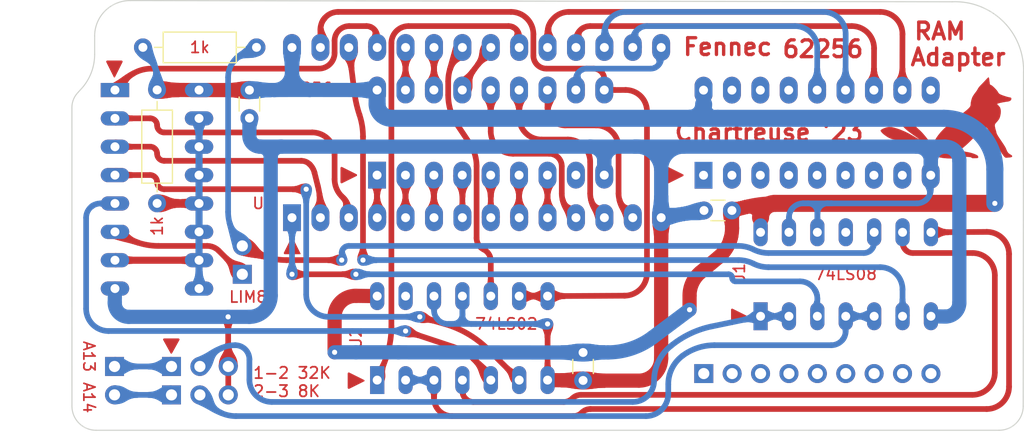
<source format=kicad_pcb>
(kicad_pcb (version 20211014) (generator pcbnew)
  (layers (0 "F.Cu" signal) (31 "B.Cu" signal) (34 "B.Paste" user) (35 "F.Paste" user) (36 "B.SilkS" user "B.Silkscreen") (37 "F.SilkS" user "F.Silkscreen") (38 "B.Mask" user) (39 "F.Mask" user) (44 "Edge.Cuts" user))
  (net 0 "")
  (net 1 "VCC")
  (net 2 "GND")
  (net 3 "/CPUA10")
  (net 4 "/CPUA11")
  (net 5 "/CPUA12")
  (net 6 "/CPUA15")
  (net 7 "/~{VPA}")
  (net 8 "/LOW8K")
  (net 9 "~{RAM7}")
  (net 10 "/CPUA13")
  (net 11 "/CPUA14")
  (net 12 "/RAM_A6")
  (net 13 "/RAM_A5")
  (net 14 "/RAM_A4")
  (net 15 "/RAM_A3")
  (net 16 "/RAM_A0")
  (net 17 "/RAM_A1")
  (net 18 "/RAM_A2")
  (net 20 "R{slash}~{W}")
  (net 21 "/RAM_D3")
  (net 22 "/RAM_D2")
  (net 23 "/RAM_D1")
  (net 24 "/RAM_D0")
  (net 25 "/RAM_A9")
  (net 26 "/RAM_A8")
  (net 27 "/RAM_A7")
  (net 37 "/RAM_D7")
  (net 38 "/RAM_D6")
  (net 39 "/RAM_D5")
  (net 40 "/RAM_D4")
  (net 44 "Net-(JP1-Pad2)")
  (net 45 "Net-(JP2-Pad2)")
  (net 46 "Net-(JP3-Pad2)")
  (net 47 "/RAM_A13")
  (net 48 "/RAM_A14")
  (net 49 "Net-(U1-Pad8)")
  (net 50 "Net-(U1-Pad9)")
  (net 52 "/~{RAM_CS}")
  (net 53 "/~{RAM_OE}")
  (footprint "Connector_PinHeader_2.54mm:PinHeader_1x03_P2.54mm_Vertical" (layer "F.Cu") (at 151.165 69.83 90)
    (fp_text reference "JP2" hide)
    (fp_text value "A13 Conn" hide)
  )
  (footprint "custom:kitlogo" (layer "F.Cu") (at 220.619 47.351)
    (fp_text reference "G***" hide)
    (fp_text value "LOGO" hide)
  )
  (footprint "Capacitor_THT:C_Disc_D3.0mm_W1.6mm_P2.50mm" (layer "F.Cu") (at 201.295 55.86 180)
    (fp_text reference "C2" hide)
    (fp_text value "0.1u")
  )
  (footprint "Connector_PinHeader_2.54mm:PinHeader_1x02_P2.54mm_Vertical" (layer "F.Cu") (at 157.5 61.575 180)
    (fp_text reference "LIM8K")
    (fp_text value "Limit 8k")
  )
  (footprint "Plain Sockets:DIP-14 Copper Ref Pin 1 Mark" (layer "F.Cu") (at 177.185 67.29)
    (fp_text reference "U2")
    (fp_text value "74LS02")
  )
  (footprint "Plain Sockets:DIP-14 Copper Ref Pin 1 Mark" (layer "F.Cu") (at 211.475 61.575)
    (fp_text reference "U1")
    (fp_text value "74LS08")
  )
  (footprint "Plain Sockets:DIP-28 Copper Ref Pin 1" (layer "F.Cu") (at 178.455 48.885)
    (fp_text reference "U3")
    (fp_text value "62256")
  )
  (footprint "Resistor_THT:R_Axial_DIN0207_L6.3mm_D2.5mm_P10.16mm_Horizontal" (layer "F.Cu") (at 149.88 45.065 -90)
    (fp_text reference "R1" hide)
    (fp_text value "1k")
  )
  (footprint "Connector_PinHeader_2.54mm:PinHeader_1x09_P2.54mm_Vertical" (layer "F.Cu") (at 198.775 70.465 90)
    (fp_text reference "P1" hide)
    (fp_text value "Mounting Support DNC")
  )
  (footprint "Connector_PinHeader_2.54mm:PinHeader_1x03_P2.54mm_Vertical" (layer "F.Cu") (at 151.165 72.375 90)
    (fp_text reference "JP1" hide)
    (fp_text value "A14 Conn" hide)
  )
  (footprint "Capacitor_THT:C_Disc_D3.0mm_W1.6mm_P2.50mm" (layer "F.Cu") (at 158.135 45.085 -90)
    (fp_text reference "C3" hide)
    (fp_text value "0.1u")
  )
  (footprint "Connector_PinHeader_2.54mm:PinHeader_1x02_P2.54mm_Vertical" (layer "F.Cu") (at 146.07 69.83)
    (fp_text reference "J2" hide)
    (fp_text value "Extra Address Wiring")
  )
  (footprint "Plain Sockets:DIP-18 Copper Ref Pin 1 Mark" (layer "F.Cu") (at 179.715 48.885)
    (fp_text reference "J3" hide)
    (fp_text value "2114 Left")
  )
  (footprint "Plain Sockets:DIP-18 Copper Ref Pin 1 Mark" (layer "F.Cu") (at 208.915 48.895)
    (fp_text reference "J4" hide)
    (fp_text value "2114 Right")
  )
  (footprint "Plain Sockets:DIP-16 Copper Ref Pin 1 Mark" (layer "F.Cu") (at 149.87 53.965 -90)
    (fp_text reference "J1" hide)
    (fp_text value "74LS138 Socket" hide)
  )
  (footprint "Capacitor_THT:C_Disc_D3.0mm_W1.6mm_P2.50mm" (layer "F.Cu") (at 187.98 68.58 -90)
    (fp_text reference "C1" hide)
    (fp_text value "0.1u")
  )
  (footprint "Resistor_THT:R_Axial_DIN0207_L6.3mm_D2.5mm_P10.16mm_Horizontal" (layer "F.Cu") (at 148.61 41.255)
    (fp_text reference "R2" hide)
    (fp_text value "1k")
  )
  (gr_poly (pts (xy 151.15 68.56) (xy 150.515 67.417) (xy 151.785 67.417)) (layer "F.Cu") (width 0.2) (fill solid))
  (gr_line (start 227.374391 43.522952) (end 227.347356 73.383356) (layer "Edge.Cuts") (width 0.1))
  (gr_line (start 142.768 45.335974) (end 142.952892 45.122892) (layer "Edge.Cuts") (width 0.1))
  (gr_arc (start 142.26 46.683012) (mid 142.383223 45.960174) (end 142.768 45.335974) (layer "Edge.Cuts") (width 0.1))
  (gr_line (start 144.292 41.89) (end 144.292 40.239) (layer "Edge.Cuts") (width 0.1))
  (gr_arc (start 144.421644 75.542356) (mid 142.895 74.91) (end 142.262644 73.383356) (layer "Edge.Cuts") (width 0.1))
  (gr_line (start 225.188356 75.542356) (end 144.421644 75.542356) (layer "Edge.Cuts") (width 0.1))
  (gr_arc (start 144.292 41.89) (mid 143.943977 43.639629) (end 142.952892 45.122892) (layer "Edge.Cuts") (width 0.1))
  (gr_arc locked (start 220.998991 37.172952) (mid 225.576591 38.952492) (end 227.374391 43.522952) (layer "Edge.Cuts") (width 0.1))
  (gr_arc (start 144.292 40.239) (mid 145.221936 37.993936) (end 147.467 37.064) (layer "Edge.Cuts") (width 0.1))
  (gr_arc (start 227.347356 73.383356) (mid 226.715 74.91) (end 225.188356 75.542356) (layer "Edge.Cuts") (width 0.1))
  (gr_line (start 220.998991 37.172952) (end 147.467 37.064) (layer "Edge.Cuts") (width 0.1))
  (gr_line (start 142.262644 73.383356) (end 142.26 46.683012) (layer "Edge.Cuts") (width 0.1))
  (gr_text "A13" (at 143.784 68.941 270) (layer "F.Cu") (effects (font (size 1 1))))
  (gr_text "Fennec" (at 200.91 41.215) (layer "F.Cu") (effects (font (size 1.5 1.5) (thickness 0.3))))
  (gr_text "A14" (at 143.784 72.624 270) (layer "F.Cu") (effects (font (size 1 1))))
  (gr_text "1-2 32K\n2-3 8K" (at 158.389 71.227) (layer "F.Cu") (effects (font (size 1.016 1.016) (thickness 0.1524)) (justify left)))
  (gr_text "Chartreuse '23" (at 204.617 48.875) (layer "F.Cu") (effects (font (size 1.5 1.5) (thickness 0.3))))
  (gr_text "RAM" (at 219.9 39.815) (layer "F.Cu") (effects (font (size 1.5 1.5) (thickness 0.3))))
  (gr_text "Adapter" (at 221.53 42.135) (layer "F.Cu") (effects (font (size 1.5 1.5) (thickness 0.3))))
  (gr_text "62256" (at 209.43 41.405) (layer "F.Cu") (effects (font (size 1.5 1.5) (thickness 0.3))))
  (segment (start 224.81 55.225) (end 205.15 55.225) (width 1.524) (layer "F.Cu") (net 1))
  (segment (start 153.63 45.075) (end 158.135 45.085) (width 1.27) (layer "F.Cu") (net 1))
  (segment (start 201.305 57.4475) (end 201.295 55.86) (width 1.27) (layer "F.Cu") (net 1))
  (segment (start 165.755 68.56) (end 165.755 65.385164) (width 1.27) (layer "F.Cu") (net 1))
  (segment (start 153.63 45.075) (end 149.88 45.065) (width 1.27) (layer "F.Cu") (net 1))
  (segment (start 203.855 56.52) (end 203.855 57.815) (width 1.27) (layer "F.Cu") (net 1))
  (segment (start 202.598089 55.536772) (end 201.295 55.86) (width 1.27) (layer "F.Cu") (net 1))
  (segment (start 200.095424 60.051312) (end 198.480641 61.396965) (width 1.27) (layer "F.Cu") (net 1))
  (segment (start 197.505 64.75) (end 197.505 63.48) (width 1.27) (layer "F.Cu") (net 1))
  (segment (start 167.66 63.505) (end 169.565 63.53) (width 1.27) (layer "F.Cu") (net 1))
  (via (at 197.505 64.75) (size 1.016) (drill 0.4572) (layers "F.Cu" "B.Cu") (net 1))
  (via (at 165.755 68.56) (size 1.016) (drill 0.4572) (layers "F.Cu" "B.Cu") (net 1))
  (via (at 224.81 55.225) (size 1.016) (drill 0.4572) (layers "F.Cu" "B.Cu") (net 1))
  (arc (start 205.15 55.225) (mid 204.234296 55.604296) (end 203.855 56.52) (width 1.524) (layer "F.Cu") (net 1))
  (arc (start 202.598089 55.536772) (mid 203.864557 55.303231) (end 205.15 55.225) (width 1.27) (layer "F.Cu") (net 1))
  (arc (start 198.480641 61.396965) (mid 197.760994 62.329901) (end 197.505 63.48) (width 1.27) (layer "F.Cu") (net 1))
  (arc (start 203.855 56.52) (mid 203.466137 55.722102) (end 202.598089 55.536772) (width 1.27) (layer "F.Cu") (net 1))
  (arc (start 167.66 63.505) (mid 166.314487 64.046877) (end 165.755 65.385164) (width 1.27) (layer "F.Cu") (net 1))
  (arc (start 201.305 57.4475) (mid 200.992149 58.885022) (end 200.095424 60.051312) (width 1.27) (layer "F.Cu") (net 1))
  (segment (start 224.81 52.168779) (end 224.81 55.225) (width 1.524) (layer "B.Cu") (net 1))
  (segment (start 171.469998 68.562068) (end 167.66 68.56) (width 1.27) (layer "B.Cu") (net 1))
  (segment (start 161.945 43.4775) (end 161.945 41.89) (width 1.27) (layer "B.Cu") (net 1))
  (segment (start 169.555 45.075) (end 169.56 46.34) (width 1.524) (layer "B.Cu") (net 1))
  (segment (start 197.505 64.75) (end 194.203017 67.226486) (width 1.27) (layer "B.Cu") (net 1))
  (segment (start 169.555 45.075) (end 163.532498 45.067086) (width 1.27) (layer "B.Cu") (net 1))
  (segment (start 197.51496 47.605) (end 170.830009 47.605) (width 1.524) (layer "B.Cu") (net 1))
  (segment (start 160.357521 45.073333) (end 158.135 45.085) (width 1.27) (layer "B.Cu") (net 1))
  (segment (start 198.765 46.345) (end 198.755 45.085) (width 1.27) (layer "B.Cu") (net 1))
  (segment (start 187.98 68.58) (end 171.469998 68.562068) (width 1.27) (layer "B.Cu") (net 1))
  (segment (start 187.98 68.58) (end 190.2025 68.57) (width 1.27) (layer "B.Cu") (net 1))
  (segment (start 200.035039 47.605) (end 220.246221 47.605) (width 1.524) (layer "B.Cu") (net 1))
  (segment (start 200.035039 47.605) (end 197.51496 47.605) (width 1.524) (layer "B.Cu") (net 1))
  (segment (start 149.88 44.1125) (end 149.88 45.065) (width 0.508) (layer "B.Cu") (net 1))
  (segment (start 149.351648 42.367472) (end 148.61 41.255) (width 0.508) (layer "B.Cu") (net 1))
  (segment (start 167.66 68.56) (end 165.755 68.56) (width 1.27) (layer "B.Cu") (net 1))
  (arc (start 149.351648 42.367472) (mid 149.745016 43.200869) (end 149.88 44.1125) (width 0.508) (layer "B.Cu") (net 1))
  (arc (start 220.246221 47.605) (mid 223.4733 48.9417) (end 224.81 52.168779) (width 1.524) (layer "B.Cu") (net 1))
  (arc (start 198.765 46.345) (mid 199.140528 47.236558) (end 200.035039 47.605) (width 1.27) (layer "B.Cu") (net 1))
  (arc (start 160.357521 45.073333) (mid 161.480542 44.602974) (end 161.945 43.4775) (width 1.27) (layer "B.Cu") (net 1))
  (arc (start 161.945 43.4775) (mid 162.40984 44.600769) (end 163.532498 45.067086) (width 1.27) (layer "B.Cu") (net 1))
  (arc (start 163.532498 45.067086) (mid 161.945004 45.067604) (end 160.357521 45.073333) (width 1.27) (layer "B.Cu") (net 1))
  (arc (start 194.203017 67.226486) (mid 192.310994 68.220531) (end 190.2025 68.57) (width 1.27) (layer "B.Cu") (net 1))
  (arc (start 169.56 46.34) (mid 169.933746 47.234792) (end 170.830009 47.605) (width 1.524) (layer "B.Cu") (net 1))
  (arc (start 197.51496 47.605) (mid 198.4024 47.235345) (end 198.765 46.345) (width 1.524) (layer "B.Cu") (net 1))
  (segment (start 184.805 71.05) (end 187.965858 71.079866) (width 1.27) (layer "F.Cu") (net 2))
  (segment (start 156.23 65.385) (end 156.245 69.83) (width 0.508) (layer "F.Cu") (net 2))
  (segment (start 194.965 69.100001) (end 194.965 56.505) (width 1.27) (layer "F.Cu") (net 2))
  (segment (start 184.805 66.02) (end 184.805 71.05) (width 0.508) (layer "F.Cu") (net 2))
  (segment (start 156.245 69.83) (end 156.245 72.375) (width 0.508) (layer "F.Cu") (net 2))
  (segment (start 188.014142 71.1) (end 192.965001 71.1) (width 1.27) (layer "F.Cu") (net 2))
  (via (at 156.23 65.385) (size 1.016) (drill 0.4572) (layers "F.Cu" "B.Cu") (net 2))
  (via (at 184.805 66.02) (size 1.016) (drill 0.4572) (layers "F.Cu" "B.Cu") (net 2))
  (arc (start 187.965858 71.079866) (mid 187.978924 71.082561) (end 187.99 71.09) (width 1.27) (layer "F.Cu") (net 2))
  (arc (start 194.965 69.100001) (mid 194.379213 70.514213) (end 192.965001 71.1) (width 1.27) (layer "F.Cu") (net 2))
  (arc (start 187.99 71.09) (mid 188.001076 71.097401) (end 188.014142 71.1) (width 1.27) (layer "F.Cu") (net 2))
  (segment (start 221.635 64.114753) (end 221.635 51.414993) (width 1.27) (layer "B.Cu") (net 2))
  (segment (start 177.185 64.775) (end 177.185 63.53) (width 0.508) (layer "B.Cu") (net 2))
  (segment (start 189.88 51.42) (end 189.875 52.695) (width 1.27) (layer "B.Cu") (net 2))
  (segment (start 208.935 56.495) (end 208.935 57.815) (width 0.508) (layer "B.Cu") (net 2))
  (segment (start 174.645 64.775) (end 174.645 63.53) (width 0.508) (layer "B.Cu") (net 2))
  (segment (start 184.805 66.02) (end 178.43 66.02) (width 0.508) (layer "B.Cu") (net 2))
  (segment (start 146.09 64.12) (end 146.11 62.855) (width 1.27) (layer "B.Cu") (net 2))
  (segment (start 208.935 56.495) (end 208.935 56.103464) (width 0.508) (layer "B.Cu") (net 2))
  (segment (start 219.075 52.705) (end 219.085 53.965) (width 0.508) (layer "B.Cu") (net 2))
  (segment (start 188.60999 50.145) (end 191.160009 50.145) (width 1.27) (layer "B.Cu") (net 2))
  (segment (start 178.43 66.02) (end 175.94 66.02) (width 0.508) (layer "B.Cu") (net 2))
  (segment (start 158.135 49.1925) (end 158.135 47.585) (width 1.27) (layer "B.Cu") (net 2))
  (segment (start 192.621856 50.145) (end 196.964998 50.145) (width 1.27) (layer "B.Cu") (net 2))
  (segment (start 196.964998 50.145) (end 217.825 50.145) (width 1.27) (layer "B.Cu") (net 2))
  (segment (start 178.43 66.02) (end 177.975411 66.02) (width 0.508) (layer "B.Cu") (net 2))
  (segment (start 175.89 66.02) (end 175.94 66.02) (width 0.508) (layer "B.Cu") (net 2))
  (segment (start 177.185 64.775) (end 177.185 65.168904) (width 0.508) (layer "B.Cu") (net 2))
  (segment (start 208.935 56.495) (end 208.935 56.13592) (width 0.508) (layer "B.Cu") (net 2))
  (segment (start 177.185 65.119368) (end 177.184996 65.229558) (width 0.508) (layer "B.Cu") (net 2))
  (segment (start 220.365 65.36) (end 219.095 65.335) (width 1.27) (layer "B.Cu") (net 2))
  (segment (start 175.94 66.02) (end 176.333912 66.02) (width 0.508) (layer "B.Cu") (net 2))
  (segment (start 208.935 56.103464) (end 208.934997 56.039935) (width 0.508) (layer "B.Cu") (net 2))
  (segment (start 191.160009 50.145) (end 192.621856 50.145) (width 1.27) (layer "B.Cu") (net 2))
  (segment (start 210.205 55.225) (end 217.83496 55.225) (width 0.508) (layer "B.Cu") (net 2))
  (segment (start 194.965 56.505) (end 194.965 52.144998) (width 1.27) (layer "B.Cu") (net 2))
  (segment (start 194.965 56.505) (end 198.795 55.86) (width 1.27) (layer "B.Cu") (net 2))
  (segment (start 177.185 64.775) (end 177.185 65.119368) (width 0.508) (layer "B.Cu") (net 2))
  (segment (start 206.395 56.495) (end 206.395 57.815) (width 0.508) (layer "B.Cu") (net 2))
  (segment (start 219.075 52.705) (end 219.085078 51.414961) (width 1.27) (layer "B.Cu") (net 2))
  (segment (start 147.335158 65.385) (end 156.23 65.385) (width 1.27) (layer "B.Cu") (net 2))
  (segment (start 217.825 50.145) (end 220.365 50.145) (width 1.27) (layer "B.Cu") (net 2))
  (segment (start 207.665 55.225) (end 208.119999 55.225) (width 0.508) (layer "B.Cu") (net 2))
  (segment (start 158.135 65.385) (end 156.23 65.385) (width 1.27) (layer "B.Cu") (net 2))
  (segment (start 159.0875 50.145) (end 160.9925 50.145) (width 1.27) (layer "B.Cu") (net 2))
  (segment (start 207.665 55.225) (end 210.205 55.225) (width 0.508) (layer "B.Cu") (net 2))
  (segment (start 160.9925 50.145) (end 188.60999 50.145) (width 1.27) (layer "B.Cu") (net 2))
  (segment (start 210.205 55.225) (end 209.84592 55.225) (width 0.508) (layer "B.Cu") (net 2))
  (segment (start 160.04 51.0975) (end 160.04 63.48) (width 1.27) (layer "B.Cu") (net 2))
  (arc (start 196.964998 50.145) (mid 195.550785 50.730785) (end 194.965 52.144998) (width 1.27) (layer "B.Cu") (net 2))
  (arc (start 176.333912 66.02) (mid 176.935721 65.770724) (end 177.185 65.168904) (width 0.508) (layer "B.Cu") (net 2))
  (arc (start 174.645 64.775) (mid 175.009652 65.655347) (end 175.89 66.02) (width 0.508) (layer "B.Cu") (net 2))
  (arc (start 146.09 64.12) (mid 146.447655 65.013268) (end 147.335158 65.385) (width 1.27) (layer "B.Cu") (net 2))
  (arc (start 191.160009 50.145) (mid 190.256675 50.518136) (end 189.88 51.42) (width 1.27) (layer "B.Cu") (net 2))
  (arc (start 160.04 51.0975) (mid 159.761022 50.423978) (end 159.0875 50.145) (width 1.27) (layer "B.Cu") (net 2))
  (arc (start 158.135 49.1925) (mid 158.41398 49.866019) (end 159.0875 50.145) (width 1.27) (layer "B.Cu") (net 2))
  (arc (start 189.88 51.42) (mid 189.509788 50.518742) (end 188.60999 50.145) (width 1.27) (layer "B.Cu") (net 2))
  (arc (start 219.085 53.965) (mid 218.7224 54.855345) (end 217.83496 55.225) (width 0.508) (layer "B.Cu") (net 2))
  (arc (start 194.965 52.144998) (mid 194.278709 50.730785) (end 192.621856 50.145) (width 1.27) (layer "B.Cu") (net 2))
  (arc (start 207.665 55.225) (mid 206.766974 55.596974) (end 206.395 56.495) (width 0.508) (layer "B.Cu") (net 2))
  (arc (start 220.365 50.145) (mid 219.463473 50.516363) (end 219.085078 51.414961) (width 1.27) (layer "B.Cu") (net 2))
  (arc (start 209.84592 55.225) (mid 209.201802 55.491802) (end 208.935 56.13592) (width 0.508) (layer "B.Cu") (net 2))
  (arc (start 160.04 63.48) (mid 159.482038 64.827038) (end 158.135 65.385) (width 1.27) (layer "B.Cu") (net 2))
  (arc (start 219.085078 51.414961) (mid 218.71951 50.517566) (end 217.825 50.145) (width 1.27) (layer "B.Cu") (net 2))
  (arc (start 221.635 51.414993) (mid 221.263028 50.516972) (end 220.365 50.145) (width 1.27) (layer "B.Cu") (net 2))
  (arc (start 220.365 65.36) (mid 221.261495 65.00407) (end 221.635 64.114753) (width 1.27) (layer "B.Cu") (net 2))
  (arc (start 160.9925 50.145) (mid 160.318981 50.423981) (end 160.04 51.0975) (width 1.27) (layer "B.Cu") (net 2))
  (arc (start 208.934997 56.039935) (mid 208.696267 55.463684) (end 208.119999 55.225) (width 0.508) (layer "B.Cu") (net 2))
  (arc (start 177.184996 65.229558) (mid 177.416493 65.788484) (end 177.975411 66.02) (width 0.508) (layer "B.Cu") (net 2))
  (segment (start 168.6075 39.35) (end 167.056703 39.35) (width 0.508) (layer "F.Cu") (net 3))
  (segment (start 164.345186 43.16) (end 149.379109 43.16) (width 0.508) (layer "F.Cu") (net 3))
  (segment (start 165.755 41.750186) (end 165.755 40.651703) (width 0.508) (layer "F.Cu") (net 3))
  (segment (start 147.0675 44.1175) (end 146.11 45.075) (width 0.508) (layer "F.Cu") (net 3))
  (segment (start 169.565 40.3075) (end 169.565 41.265) (width 0.508) (layer "F.Cu") (net 3))
  (arc (start 169.565 40.3075) (mid 169.284554 39.630445) (end 168.6075 39.35) (width 0.508) (layer "F.Cu") (net 3))
  (arc (start 167.056703 39.35) (mid 166.13626 39.73126) (end 165.755 40.651703) (width 0.508) (layer "F.Cu") (net 3))
  (arc (start 149.379109 43.16) (mid 148.128075 43.408846) (end 147.0675 44.1175) (width 0.508) (layer "F.Cu") (net 3))
  (arc (start 165.755 41.750186) (mid 165.342075 42.747075) (end 164.345186 43.16) (width 0.508) (layer "F.Cu") (net 3))
  (segment (start 167.025 55.865) (end 167.025 56.505) (width 0.508) (layer "F.Cu") (net 4))
  (segment (start 165.755 50.874998) (end 165.755 53.056974) (width 0.508) (layer "F.Cu") (net 4))
  (segment (start 149.245002 47.606684) (end 146.11 47.615) (width 0.508) (layer "F.Cu") (net 4))
  (segment (start 166.572451 54.772451) (end 166.39 54.59) (width 0.508) (layer "F.Cu") (net 4))
  (segment (start 163.755001 48.875) (end 150.515 48.875) (width 0.508) (layer "F.Cu") (net 4))
  (arc (start 166.572451 54.772451) (mid 166.907386 55.273716) (end 167.025 55.865) (width 0.508) (layer "F.Cu") (net 4))
  (arc (start 165.755 50.874998) (mid 165.169213 49.460785) (end 163.755001 48.875) (width 0.508) (layer "F.Cu") (net 4))
  (arc (start 165.755 53.056974) (mid 165.920031 53.886641) (end 166.39 54.59) (width 0.508) (layer "F.Cu") (net 4))
  (arc (start 149.88 48.24) (mid 150.065987 48.689012) (end 150.515 48.875) (width 0.508) (layer "F.Cu") (net 4))
  (arc (start 149.88 48.24) (mid 149.693911 47.791582) (end 149.245002 47.606684) (width 0.508) (layer "F.Cu") (net 4))
  (segment (start 163.958901 52.485606) (end 164.252772 53.661088) (width 0.508) (layer "F.Cu") (net 5))
  (segment (start 149.245002 50.146684) (end 146.11 50.155) (width 0.508) (layer "F.Cu") (net 5))
  (segment (start 164.485 55.5475) (end 164.485 56.505) (width 0.508) (layer "F.Cu") (net 5))
  (segment (start 150.515 51.415) (end 162.765987 51.415) (width 0.508) (layer "F.Cu") (net 5))
  (arc (start 163.5325 51.7325) (mid 163.18082 51.497515) (end 162.765987 51.415) (width 0.508) (layer "F.Cu") (net 5))
  (arc (start 164.252772 53.661088) (mid 164.426724 54.597173) (end 164.485 55.5475) (width 0.508) (layer "F.Cu") (net 5))
  (arc (start 163.5325 51.7325) (mid 163.796886 52.080072) (end 163.958901 52.485606) (width 0.508) (layer "F.Cu") (net 5))
  (arc (start 149.88 50.78) (mid 150.065987 51.229012) (end 150.515 51.415) (width 0.508) (layer "F.Cu") (net 5))
  (arc (start 149.88 50.78) (mid 149.693911 50.331582) (end 149.245002 50.146684) (width 0.508) (layer "F.Cu") (net 5))
  (segment (start 175.602232 66.021352) (end 173.375 65.385) (width 0.508) (layer "F.Cu") (net 6))
  (segment (start 149.245002 52.686684) (end 146.11 52.695) (width 0.508) (layer "F.Cu") (net 6))
  (segment (start 163.215 53.955) (end 150.515 53.955) (width 0.508) (layer "F.Cu") (net 6))
  (segment (start 179.460149 68.2767) (end 182.265 71.05) (width 0.508) (layer "F.Cu") (net 6))
  (via (at 163.215 53.955) (size 1.016) (drill 0.4572) (layers "F.Cu" "B.Cu") (net 6))
  (via (at 173.375 65.385) (size 1.016) (drill 0.4572) (layers "F.Cu" "B.Cu") (net 6))
  (arc (start 149.88 53.32) (mid 150.065987 53.769012) (end 150.515 53.955) (width 0.508) (layer "F.Cu") (net 6))
  (arc (start 175.602232 66.021352) (mid 177.673301 66.905935) (end 179.460149 68.2767) (width 0.508) (layer "F.Cu") (net 6))
  (arc (start 149.88 53.32) (mid 149.693911 52.871582) (end 149.245002 52.686684) (width 0.508) (layer "F.Cu") (net 6))
  (segment (start 163.215 63.385001) (end 163.215 53.955) (width 0.508) (layer "B.Cu") (net 6))
  (segment (start 165.214998 65.385) (end 173.375 65.385) (width 0.508) (layer "B.Cu") (net 6))
  (arc (start 163.215 63.385001) (mid 163.800785 64.799213) (end 165.214998 65.385) (width 0.508) (layer "B.Cu") (net 6))
  (segment (start 176.33287 68.06429) (end 172.105 66.655) (width 0.508) (layer "F.Cu") (net 7))
  (segment (start 178.7725 69.805) (end 179.725 71.05) (width 0.508) (layer "F.Cu") (net 7))
  (via (at 172.105 66.655) (size 1.016) (drill 0.4572) (layers "F.Cu" "B.Cu") (net 7))
  (arc (start 176.33287 68.06429) (mid 177.68333 68.751543) (end 178.7725 69.805) (width 0.508) (layer "F.Cu") (net 7))
  (segment (start 145.529998 66.655) (end 172.105 66.655) (width 0.508) (layer "B.Cu") (net 7))
  (segment (start 143.53 64.655001) (end 143.53 56.515009) (width 0.508) (layer "B.Cu") (net 7))
  (segment (start 144.82 55.23) (end 146.11 55.235) (width 0.508) (layer "B.Cu") (net 7))
  (arc (start 143.53 64.655001) (mid 144.115785 66.069213) (end 145.529998 66.655) (width 0.508) (layer "B.Cu") (net 7))
  (arc (start 144.82 55.23) (mid 143.908136 55.604604) (end 143.53 56.515009) (width 0.508) (layer "B.Cu") (net 7))
  (segment (start 147.36 58.405) (end 146.11 57.775) (width 0.508) (layer "F.Cu") (net 8))
  (segment (start 154.349196 59.035) (end 150.009785 59.035) (width 0.508) (layer "F.Cu") (net 8))
  (segment (start 155.391904 59.466904) (end 157.5 61.575) (width 0.508) (layer "F.Cu") (net 8))
  (arc (start 155.391904 59.466904) (mid 154.913506 59.147248) (end 154.349196 59.035) (width 0.508) (layer "F.Cu") (net 8))
  (arc (start 147.36 58.405) (mid 148.64796 58.875335) (end 150.009785 59.035) (width 0.508) (layer "F.Cu") (net 8))
  (segment (start 149.88 55.225) (end 153.63 55.235) (width 0.762) (layer "F.Cu") (net 9))
  (segment (start 153.63 60.315) (end 146.11 60.315) (width 0.635) (layer "F.Cu") (net 9))
  (segment (start 153.63 47.615) (end 153.63 62.855) (width 0.635) (layer "B.Cu") (net 9))
  (segment (start 146.07 69.83) (end 151.165 69.83) (width 0.508) (layer "B.Cu") (net 10))
  (segment (start 146.07 72.37) (end 151.165 72.375) (width 0.508) (layer "B.Cu") (net 11))
  (segment (start 169.555 56.487928) (end 169.555 52.695) (width 0.508) (layer "F.Cu") (net 12))
  (segment (start 169.56 56.5) (end 169.565 56.505) (width 0.508) (layer "F.Cu") (net 12))
  (arc (start 169.555 56.487928) (mid 169.556299 56.494461) (end 169.56 56.5) (width 0.508) (layer "F.Cu") (net 12))
  (segment (start 172.095 56.487928) (end 172.095 52.695) (width 0.508) (layer "F.Cu") (net 13))
  (segment (start 172.1 56.5) (end 172.105 56.505) (width 0.508) (layer "F.Cu") (net 13))
  (arc (start 172.095 56.487928) (mid 172.096299 56.494461) (end 172.1 56.5) (width 0.508) (layer "F.Cu") (net 13))
  (segment (start 174.635 56.487928) (end 174.635 52.695) (width 0.508) (layer "F.Cu") (net 14))
  (segment (start 174.64 56.5) (end 174.645 56.505) (width 0.508) (layer "F.Cu") (net 14))
  (arc (start 174.635 56.487928) (mid 174.636299 56.494461) (end 174.64 56.5) (width 0.508) (layer "F.Cu") (net 14))
  (segment (start 177.18 52.7) (end 177.175 52.695) (width 0.508) (layer "F.Cu") (net 15))
  (segment (start 177.185 52.712071) (end 177.185 57.13) (width 0.508) (layer "F.Cu") (net 15))
  (arc (start 177.18 52.7) (mid 177.1837 52.705538) (end 177.185 52.712071) (width 0.508) (layer "F.Cu") (net 15))
  (segment (start 179.725 52.712071) (end 179.725 57.13) (width 0.508) (layer "F.Cu") (net 16))
  (segment (start 179.72 52.7) (end 179.715 52.695) (width 0.508) (layer "F.Cu") (net 16))
  (arc (start 179.72 52.7) (mid 179.7237 52.705538) (end 179.725 52.712071) (width 0.508) (layer "F.Cu") (net 16))
  (segment (start 182.255 56.487928) (end 182.255 52.695) (width 0.508) (layer "F.Cu") (net 17))
  (segment (start 182.26 56.5) (end 182.265 56.505) (width 0.508) (layer "F.Cu") (net 17))
  (arc (start 182.255 56.487928) (mid 182.256299 56.494461) (end 182.26 56.5) (width 0.508) (layer "F.Cu") (net 17))
  (segment (start 184.795 56.487928) (end 184.795 52.695) (width 0.508) (layer "F.Cu") (net 18))
  (segment (start 184.8 56.5) (end 184.805 56.505) (width 0.508) (layer "F.Cu") (net 18))
  (arc (start 184.795 56.487928) (mid 184.796299 56.494461) (end 184.8 56.5) (width 0.508) (layer "F.Cu") (net 18))
  (segment (start 183.535 41.990925) (end 183.535 40.079998) (width 0.508) (layer "F.Cu") (net 20))
  (segment (start 164.485 39.6725) (end 164.485 41.265) (width 0.508) (layer "F.Cu") (net 20))
  (segment (start 190.832509 45.072493) (end 191.785 45.07) (width 0.508) (layer "F.Cu") (net 20))
  (segment (start 193.695 61.477675) (end 193.695 46.975006) (width 0.508) (layer "F.Cu") (net 20))
  (segment (start 191.692706 63.491261) (end 184.805 63.53) (width 0.508) (layer "F.Cu") (net 20))
  (segment (start 184.805 63.53) (end 182.265 63.53) (width 0.508) (layer "F.Cu") (net 20))
  (segment (start 181.535001 38.08) (end 166.0775 38.08) (width 0.508) (layer "F.Cu") (net 20))
  (segment (start 184.704075 43.16) (end 188.927486 43.16) (width 0.508) (layer "F.Cu") (net 20))
  (arc (start 193.695 46.975006) (mid 193.13527 45.626196) (end 191.785 45.07) (width 0.508) (layer "F.Cu") (net 20))
  (arc (start 183.535 40.079998) (mid 182.949213 38.665785) (end 181.535001 38.08) (width 0.508) (layer "F.Cu") (net 20))
  (arc (start 189.88 44.1175) (mid 189.60278 43.440749) (end 188.927486 43.16) (width 0.508) (layer "F.Cu") (net 20))
  (arc (start 166.0775 38.08) (mid 164.951432 38.546432) (end 164.485 39.6725) (width 0.508) (layer "F.Cu") (net 20))
  (arc (start 193.695 61.477675) (mid 193.109223 62.897508) (end 191.692706 63.491261) (width 0.508) (layer "F.Cu") (net 20))
  (arc (start 183.535 41.990925) (mid 183.877414 42.817586) (end 184.704075 43.16) (width 0.508) (layer "F.Cu") (net 20))
  (arc (start 189.88 44.1175) (mid 190.157371 44.793362) (end 190.832509 45.072493) (width 0.508) (layer "F.Cu") (net 20))
  (segment (start 187.34 44.1175) (end 187.335 45.075) (width 0.508) (layer "B.Cu") (net 21))
  (segment (start 194.0175 43.16) (end 188.302513 43.16) (width 0.508) (layer "B.Cu") (net 21))
  (segment (start 194.965 42.2125) (end 194.965 41.265) (width 0.508) (layer "B.Cu") (net 21))
  (arc (start 188.302513 43.16) (mid 187.623683 43.440142) (end 187.34 44.1175) (width 0.508) (layer "B.Cu") (net 21))
  (arc (start 194.965 42.2125) (mid 194.687483 42.882483) (end 194.0175 43.16) (width 0.508) (layer "B.Cu") (net 21))
  (segment (start 191.155 54.336974) (end 191.155 50.239998) (width 0.508) (layer "F.Cu") (net 22))
  (segment (start 186.387507 48.24) (end 189.155001 48.24) (width 0.508) (layer "F.Cu") (net 22))
  (segment (start 184.8 46.6575) (end 184.795 45.075) (width 0.508) (layer "F.Cu") (net 22))
  (segment (start 191.79 55.87) (end 192.425 56.505) (width 0.508) (layer "F.Cu") (net 22))
  (arc (start 191.155 54.336974) (mid 191.320031 55.166641) (end 191.79 55.87) (width 0.508) (layer "F.Cu") (net 22))
  (arc (start 184.8 46.6575) (mid 185.266739 47.776799) (end 186.387507 48.24) (width 0.508) (layer "F.Cu") (net 22))
  (arc (start 191.155 50.239998) (mid 190.569213 48.825785) (end 189.155001 48.24) (width 0.508) (layer "F.Cu") (net 22))
  (segment (start 182.260488 47.509073) (end 182.255 45.075) (width 0.508) (layer "F.Cu") (net 23))
  (segment (start 189.25 55.87) (end 189.885 56.505) (width 0.508) (layer "F.Cu") (net 23))
  (segment (start 188.615 51.509998) (end 188.615 54.336974) (width 0.508) (layer "F.Cu") (net 23))
  (segment (start 186.615001 49.51) (end 184.265931 49.51) (width 0.508) (layer "F.Cu") (net 23))
  (arc (start 188.615 51.509998) (mid 188.029213 50.095785) (end 186.615001 49.51) (width 0.508) (layer "F.Cu") (net 23))
  (arc (start 188.615 54.336974) (mid 188.780031 55.166641) (end 189.25 55.87) (width 0.508) (layer "F.Cu") (net 23))
  (arc (start 182.260488 47.509073) (mid 182.849464 48.924215) (end 184.265931 49.51) (width 0.508) (layer "F.Cu") (net 23))
  (segment (start 186.075 51.904418) (end 186.075 54.336974) (width 0.508) (layer "F.Cu") (net 24))
  (segment (start 179.721493 48.779278) (end 179.715 45.075) (width 0.508) (layer "F.Cu") (net 24))
  (segment (start 186.71 55.87) (end 187.345 56.505) (width 0.508) (layer "F.Cu") (net 24))
  (segment (start 184.950582 50.78) (end 181.725724 50.78) (width 0.508) (layer "F.Cu") (net 24))
  (arc (start 186.075 51.904418) (mid 185.745666 51.109334) (end 184.950582 50.78) (width 0.508) (layer "F.Cu") (net 24))
  (arc (start 179.721493 48.779278) (mid 180.309759 50.194214) (end 181.725724 50.78) (width 0.508) (layer "F.Cu") (net 24))
  (arc (start 186.075 54.336974) (mid 186.240031 55.166641) (end 186.71 55.87) (width 0.508) (layer "F.Cu") (net 24))
  (segment (start 177.4975 44.435) (end 177.175 45.075) (width 0.508) (layer "F.Cu") (net 25))
  (segment (start 178.251083 43.222485) (end 179.725 41.265) (width 0.508) (layer "F.Cu") (net 25))
  (arc (start 178.251083 43.222485) (mid 177.847199 43.811904) (end 177.4975 44.435) (width 0.508) (layer "F.Cu") (net 25))
  (segment (start 174.645 41.265) (end 174.635 45.075) (width 0.508) (layer "F.Cu") (net 26))
  (segment (start 172.105 41.265) (end 172.095 45.075) (width 0.508) (layer "F.Cu") (net 27))
  (segment (start 216.549293 40.078806) (end 216.535 45.085) (width 0.508) (layer "F.Cu") (net 37))
  (segment (start 214.556184 38.08) (end 186.71 38.08) (width 0.508) (layer "F.Cu") (net 37))
  (segment (start 184.805 39.985) (end 184.805 41.89) (width 0.508) (layer "F.Cu") (net 37))
  (arc (start 186.71 38.08) (mid 185.362961 38.637961) (end 184.805 39.985) (width 0.508) (layer "F.Cu") (net 37))
  (arc (start 216.549293 40.078806) (mid 215.967541 38.665783) (end 214.556184 38.08) (width 0.508) (layer "F.Cu") (net 37))
  (segment (start 187.345 40.62) (end 187.345 41.89) (width 0.508) (layer "F.Cu") (net 38))
  (segment (start 212.016447 39.35) (end 188.615 39.35) (width 0.508) (layer "F.Cu") (net 38))
  (segment (start 214.00803 41.34854) (end 213.995 45.085) (width 0.508) (layer "F.Cu") (net 38))
  (arc (start 214.00803 41.34854) (mid 213.42717 39.935782) (end 212.016447 39.35) (width 0.508) (layer "F.Cu") (net 38))
  (arc (start 188.615 39.35) (mid 187.716974 39.721974) (end 187.345 40.62) (width 0.508) (layer "F.Cu") (net 38))
  (segment (start 211.469293 40.078806) (end 211.455 45.085) (width 0.508) (layer "B.Cu") (net 39))
  (segment (start 189.885 39.985) (end 189.885 41.89) (width 0.508) (layer "B.Cu") (net 39))
  (segment (start 191.79 38.08) (end 209.476184 38.08) (width 0.508) (layer "B.Cu") (net 39))
  (arc (start 191.79 38.08) (mid 190.442961 38.637961) (end 189.885 39.985) (width 0.508) (layer "B.Cu") (net 39))
  (arc (start 211.469293 40.078806) (mid 210.887541 38.665783) (end 209.476184 38.08) (width 0.508) (layer "B.Cu") (net 39))
  (segment (start 193.695 39.35) (end 206.936447 39.35) (width 0.508) (layer "B.Cu") (net 40))
  (segment (start 208.92803 41.34854) (end 208.915 45.085) (width 0.508) (layer "B.Cu") (net 40))
  (segment (start 192.425 40.62) (end 192.425 41.89) (width 0.508) (layer "B.Cu") (net 40))
  (arc (start 193.695 39.35) (mid 192.796974 39.721974) (end 192.425 40.62) (width 0.508) (layer "B.Cu") (net 40))
  (arc (start 208.92803 41.34854) (mid 208.34717 39.935782) (end 206.936447 39.35) (width 0.508) (layer "B.Cu") (net 40))
  (segment (start 154.65 73.325) (end 153.705 72.375) (width 0.508) (layer "B.Cu") (net 44))
  (segment (start 211.475 65.335) (end 211.475 66.63) (width 0.508) (layer "B.Cu") (net 44))
  (segment (start 199.7275 67.925) (end 210.18 67.925) (width 0.508) (layer "B.Cu") (net 44))
  (segment (start 211.475 65.335) (end 214.015 65.335) (width 0.508) (layer "B.Cu") (net 44))
  (segment (start 156.934972 74.275) (end 193.600001 74.275) (width 0.508) (layer "B.Cu") (net 44))
  (segment (start 195.6 72.275001) (end 195.6 71.4175) (width 0.508) (layer "B.Cu") (net 44))
  (arc (start 199.7275 67.925) (mid 198.221465 68.169395) (end 196.87 68.8775) (width 0.508) (layer "B.Cu") (net 44))
  (arc (start 154.65 73.325) (mid 155.697676 74.028038) (end 156.934972 74.275) (width 0.508) (layer "B.Cu") (net 44))
  (arc (start 196.87 68.8775) (mid 195.935193 69.997596) (end 195.6 71.4175) (width 0.508) (layer "B.Cu") (net 44))
  (arc (start 211.475 66.63) (mid 211.095703 67.545703) (end 210.18 67.925) (width 0.508) (layer "B.Cu") (net 44))
  (arc (start 195.6 72.275001) (mid 195.014213 73.689213) (end 193.600001 74.275) (width 0.508) (layer "B.Cu") (net 44))
  (segment (start 199.495441 66.241238) (end 203.855 65.335) (width 0.508) (layer "B.Cu") (net 45))
  (segment (start 158.135 71.005001) (end 158.135 69.195) (width 0.508) (layer "B.Cu") (net 45))
  (segment (start 160.134998 73.005) (end 192.425 73.005) (width 0.508) (layer "B.Cu") (net 45))
  (segment (start 195.917499 67.924999) (end 195.817555 68.004955) (width 0.508) (layer "B.Cu") (net 45))
  (segment (start 154.70053 68.826568) (end 153.705 69.83) (width 0.508) (layer "B.Cu") (net 45))
  (segment (start 203.855 65.335) (end 206.395 65.335) (width 0.508) (layer "B.Cu") (net 45))
  (arc (start 195.817555 68.004955) (mid 194.721193 69.383017) (end 194.33 71.1) (width 0.508) (layer "B.Cu") (net 45))
  (arc (start 194.33 71.1) (mid 193.772038 72.447038) (end 192.425 73.005) (width 0.508) (layer "B.Cu") (net 45))
  (arc (start 158.135 71.005001) (mid 158.720785 72.419213) (end 160.134998 73.005) (width 0.508) (layer "B.Cu") (net 45))
  (arc (start 158.135 69.195) (mid 157.763025 68.296974) (end 156.865 67.925) (width 0.508) (layer "B.Cu") (net 45))
  (arc (start 156.865 67.925) (mid 155.692635 68.159402) (end 154.70053 68.826568) (width 0.508) (layer "B.Cu") (net 45))
  (arc (start 199.495441 66.241238) (mid 197.607137 66.872039) (end 195.917499 67.924999) (width 0.508) (layer "B.Cu") (net 45))
  (segment (start 158.77 59.67) (end 157.5 59.035) (width 0.508) (layer "F.Cu") (net 46))
  (segment (start 166.39 60.305) (end 161.459903 60.305) (width 0.508) (layer "F.Cu") (net 46))
  (via (at 166.39 60.305) (size 1.016) (drill 0.4572) (layers "F.Cu" "B.Cu") (net 46))
  (arc (start 158.77 59.67) (mid 160.077983 60.144097) (end 161.459903 60.305) (width 0.508) (layer "F.Cu") (net 46))
  (segment (start 156.865 58.0825) (end 157.5 59.035) (width 0.508) (layer "B.Cu") (net 46))
  (segment (start 204.564951 59.67) (end 213.0875 59.67) (width 0.508) (layer "B.Cu") (net 46))
  (segment (start 166.39 59.67) (end 166.39 60.305) (width 0.508) (layer "B.Cu") (net 46))
  (segment (start 156.23 55.985237) (end 156.23 43.944903) (width 0.508) (layer "B.Cu") (net 46))
  (segment (start 214.015 58.7425) (end 214.015 57.815) (width 0.508) (layer "B.Cu") (net 46))
  (segment (start 201.875048 59.035) (end 167.025 59.035) (width 0.508) (layer "B.Cu") (net 46))
  (segment (start 157.5 41.89) (end 158.77 41.255) (width 0.508) (layer "B.Cu") (net 46))
  (arc (start 156.23 55.985237) (mid 156.39223 57.08088) (end 156.865 58.0825) (width 0.508) (layer "B.Cu") (net 46))
  (arc (start 203.22 59.3525) (mid 203.873991 59.589548) (end 204.564951 59.67) (width 0.508) (layer "B.Cu") (net 46))
  (arc (start 214.015 58.7425) (mid 213.743341 59.398341) (end 213.0875 59.67) (width 0.508) (layer "B.Cu") (net 46))
  (arc (start 157.5 41.89) (mid 156.573122 42.737061) (end 156.23 43.944903) (width 0.508) (layer "B.Cu") (net 46))
  (arc (start 167.025 59.035) (mid 166.575987 59.220987) (end 166.39 59.67) (width 0.508) (layer "B.Cu") (net 46))
  (arc (start 203.22 59.3525) (mid 202.566007 59.115451) (end 201.875048 59.035) (width 0.508) (layer "B.Cu") (net 46))
  (segment (start 161.945 61.575) (end 167.66 61.575) (width 0.508) (layer "F.Cu") (net 47))
  (via (at 167.66 61.575) (size 1.016) (drill 0.4572) (layers "F.Cu" "B.Cu") (net 47))
  (via (at 161.945 61.575) (size 1.016) (drill 0.4572) (layers "F.Cu" "B.Cu") (net 47))
  (segment (start 208.935 63.7725) (end 208.935 65.335) (width 0.508) (layer "B.Cu") (net 47))
  (segment (start 200.9975 61.575) (end 167.66 61.575) (width 0.508) (layer "B.Cu") (net 47))
  (segment (start 161.945 61.575) (end 161.945 56.505) (width 0.508) (layer "B.Cu") (net 47))
  (segment (start 201.6325 62.21) (end 207.3725 62.21) (width 0.508) (layer "B.Cu") (net 47))
  (arc (start 201.315 61.8925) (mid 201.407993 62.117006) (end 201.6325 62.21) (width 0.508) (layer "B.Cu") (net 47))
  (arc (start 208.935 63.7725) (mid 208.477354 62.667645) (end 207.3725 62.21) (width 0.508) (layer "B.Cu") (net 47))
  (arc (start 201.315 61.8925) (mid 201.222006 61.667993) (end 200.9975 61.575) (width 0.508) (layer "B.Cu") (net 47))
  (segment (start 167.535224 45.33876) (end 167.025 41.265) (width 0.508) (layer "F.Cu") (net 48))
  (segment (start 168.295 60.305) (end 168.295 49.244023) (width 0.508) (layer "F.Cu") (net 48))
  (via (at 168.295 60.305) (size 1.016) (drill 0.4572) (layers "F.Cu" "B.Cu") (net 48))
  (arc (start 167.9775 47.2875) (mid 168.215109 48.252964) (end 168.295 49.244023) (width 0.508) (layer "F.Cu") (net 48))
  (arc (start 167.535224 45.33876) (mid 167.708298 46.324038) (end 167.9775 47.2875) (width 0.508) (layer "F.Cu") (net 48))
  (segment (start 168.295 60.305) (end 201.875048 60.305) (width 0.508) (layer "B.Cu") (net 48))
  (segment (start 216.555 62.939998) (end 216.555 65.335) (width 0.508) (layer "B.Cu") (net 48))
  (segment (start 204.564951 60.94) (end 214.555001 60.94) (width 0.508) (layer "B.Cu") (net 48))
  (arc (start 216.555 62.939998) (mid 215.969213 61.525785) (end 214.555001 60.94) (width 0.508) (layer "B.Cu") (net 48))
  (arc (start 203.22 60.6225) (mid 203.873991 60.859548) (end 204.564951 60.94) (width 0.508) (layer "B.Cu") (net 48))
  (arc (start 203.22 60.6225) (mid 202.566007 60.385451) (end 201.875048 60.305) (width 0.508) (layer "B.Cu") (net 48))
  (segment (start 226.08 59.762028) (end 226.08 71.640001) (width 0.508) (layer "F.Cu") (net 49))
  (segment (start 224.083022 57.779294) (end 219.095 57.815) (width 0.508) (layer "F.Cu") (net 49))
  (segment (start 176.2575 74.275) (end 187.107654 74.275) (width 0.508) (layer "F.Cu") (net 49))
  (segment (start 224.080001 73.64) (end 188.640679 73.64) (width 0.508) (layer "F.Cu") (net 49))
  (segment (start 174.645 72.6625) (end 174.645 71.05) (width 0.508) (layer "F.Cu") (net 49))
  (arc (start 226.08 59.762028) (mid 225.494228 58.354978) (end 224.083022 57.779294) (width 0.508) (layer "F.Cu") (net 49))
  (arc (start 226.08 71.640001) (mid 225.494213 73.054213) (end 224.080001 73.64) (width 0.508) (layer "F.Cu") (net 49))
  (arc (start 187.874167 73.9575) (mid 187.522487 74.192484) (end 187.107654 74.275) (width 0.508) (layer "F.Cu") (net 49))
  (arc (start 174.645 72.6625) (mid 175.11729 73.802709) (end 176.2575 74.275) (width 0.508) (layer "F.Cu") (net 49))
  (arc (start 188.640679 73.64) (mid 188.225845 73.722515) (end 187.874167 73.9575) (width 0.508) (layer "F.Cu") (net 49))
  (segment (start 172.105 71.05) (end 174.645 71.05) (width 0.508) (layer "B.Cu") (net 49))
  (segment (start 177.185 72.0275) (end 177.185 71.05) (width 0.508) (layer "F.Cu") (net 50))
  (segment (start 224.81 61.669998) (end 224.81 70.370001) (width 0.508) (layer "F.Cu") (net 50))
  (segment (start 186.260987 73.005) (end 178.1625 73.005) (width 0.508) (layer "F.Cu") (net 50))
  (segment (start 222.810001 59.67) (end 217.4825 59.67) (width 0.508) (layer "F.Cu") (net 50))
  (segment (start 216.555 58.7425) (end 216.555 57.815) (width 0.508) (layer "F.Cu") (net 50))
  (segment (start 187.794012 72.37) (end 222.810001 72.37) (width 0.508) (layer "F.Cu") (net 50))
  (arc (start 177.185 72.0275) (mid 177.471303 72.718696) (end 178.1625 73.005) (width 0.508) (layer "F.Cu") (net 50))
  (arc (start 187.794012 72.37) (mid 187.379178 72.452515) (end 187.0275 72.6875) (width 0.508) (layer "F.Cu") (net 50))
  (arc (start 224.81 61.669998) (mid 224.224213 60.255785) (end 222.810001 59.67) (width 0.508) (layer "F.Cu") (net 50))
  (arc (start 224.81 70.370001) (mid 224.224213 71.784213) (end 222.810001 72.37) (width 0.508) (layer "F.Cu") (net 50))
  (arc (start 187.0275 72.6875) (mid 186.67582 72.922484) (end 186.260987 73.005) (width 0.508) (layer "F.Cu") (net 50))
  (arc (start 216.555 58.7425) (mid 216.826658 59.398341) (end 217.4825 59.67) (width 0.508) (layer "F.Cu") (net 50))
  (segment (start 172.368381 39.35) (end 181.3075 39.35) (width 0.508) (layer "F.Cu") (net 52))
  (segment (start 170.2 69.4875) (end 169.565 71.05) (width 0.508) (layer "F.Cu") (net 52))
  (segment (start 182.265 40.3075) (end 182.265 41.265) (width 0.508) (layer "F.Cu") (net 52))
  (segment (start 170.835 66.238396) (end 170.835 40.883381) (width 0.508) (layer "F.Cu") (net 52))
  (arc (start 172.368381 39.35) (mid 171.284117 39.799117) (end 170.835 40.883381) (width 0.508) (layer "F.Cu") (net 52))
  (arc (start 170.835 66.238396) (mid 170.674762 67.893683) (end 170.2 69.4875) (width 0.508) (layer "F.Cu") (net 52))
  (arc (start 182.265 40.3075) (mid 181.984554 39.630445) (end 181.3075 39.35) (width 0.508) (layer "F.Cu") (net 52))
  (segment (start 175.915 45.517596) (end 175.915 44.300605) (width 0.508) (layer "F.Cu") (net 53))
  (segment (start 179.725 60.379951) (end 179.725 63.53) (width 0.508) (layer "F.Cu") (net 53))
  (segment (start 176.72065 48.178476) (end 177.834651 49.849475) (width 0.508) (layer "F.Cu") (net 53))
  (segment (start 176.55 42.2125) (end 177.185 41.265) (width 0.508) (layer "F.Cu") (net 53))
  (segment (start 178.455 58.325048) (end 178.455 51.898346) (width 0.508) (layer "F.Cu") (net 53))
  (arc (start 178.455 58.325048) (mid 178.626561 58.928969) (end 179.09 59.3525) (width 0.508) (layer "F.Cu") (net 53))
  (arc (start 176.55 42.2125) (mid 176.077259 43.209343) (end 175.915 44.300605) (width 0.508) (layer "F.Cu") (net 53))
  (arc (start 179.09 59.3525) (mid 179.553438 59.77603) (end 179.725 60.379951) (width 0.508) (layer "F.Cu") (net 53))
  (arc (start 177.834651 49.849475) (mid 178.296513 50.827983) (end 178.455 51.898346) (width 0.508) (layer "F.Cu") (net 53))
  (arc (start 175.915 45.517596) (mid 176.120828 46.907682) (end 176.72065 48.178476) (width 0.508) (layer "F.Cu") (net 53))
  (zone (net 38) (net_name "/RAM_D6") (layer "F.Cu") (priority 16962) (connect_pads yes (clearance 0)) (min_thickness 0.0254) (fill yes (thermal_gap 0.508) (thermal_bridge_width 0.508))
    (polygon (pts (xy 213.747941 43.094127) (xy 213.731681 43.372654) (xy 213.689399 43.598036) (xy 213.6276 43.783557) (xy 213.552789 43.942506) (xy 213.471472 44.088168) (xy 213.390156 44.23383) (xy 213.315345 44.392779) (xy 213.253546 44.5783) (xy 213.211264 44.803682) (xy 213.195005 45.08221) (xy 213.993606 45.484997) (xy 214.794995 45.087788) (xy 214.780677 44.809153) (xy 214.739968 44.583483) (xy 214.679464 44.397535) (xy 214.605763 44.238069) (xy 214.525465 44.091843) (xy 214.445166 43.945618) (xy 214.371466 43.786151) (xy 214.310962 43.600203) (xy 214.270253 43.374533) (xy 214.255937 43.095899)))
  )
  (zone (net 25) (net_name "/RAM_A9") (layer "F.Cu") (priority 16962) (connect_pads yes (clearance 0)) (min_thickness 0.0254) (fill yes (thermal_gap 0.508) (thermal_bridge_width 0.508))
    (polygon (pts (xy 177.962596 43.185437) (xy 177.794343 43.401593) (xy 177.642594 43.568282) (xy 177.503222 43.697872) (xy 177.372102 43.802729) (xy 177.245108 43.895218) (xy 177.118114 43.987708) (xy 176.986995 44.092565) (xy 176.847623 44.222154) (xy 176.695874 44.388844) (xy 176.527622 44.605) (xy 176.993011 45.431201) (xy 177.887403 45.438979) (xy 177.996408 45.188267) (xy 178.057152 44.969444) (xy 178.082701 44.775152) (xy 178.086121 44.598033) (xy 178.080479 44.430729) (xy 178.078842 44.265881) (xy 178.094277 44.096131) (xy 178.139851 43.914121) (xy 178.228629 43.712492) (xy 178.37368 43.483887)))
  )
  (zone (net 4) (net_name "/CPUA11") (layer "F.Cu") (priority 16962) (connect_pads yes (clearance 0)) (min_thickness 0.0254) (fill yes (thermal_gap 0.508) (thermal_bridge_width 0.508))
    (polygon (pts (xy 166.282196 54.841405) (xy 166.426099 55.012892) (xy 166.50379 55.168912) (xy 166.52764 55.315197) (xy 166.510019 55.457481) (xy 166.463298 55.601496) (xy 166.399848 55.752977) (xy 166.33204 55.917657) (xy 166.272243 56.101269) (xy 166.232829 56.309546) (xy 166.226169 56.548222) (xy 167.046611 56.904415) (xy 167.590685 55.939315) (xy 167.431297 55.765708) (xy 167.314883 55.610697) (xy 167.230698 55.469635) (xy 167.168 55.33787) (xy 167.116045 55.210755) (xy 167.06409 55.08364) (xy 167.001391 54.951876) (xy 166.917207 54.810813) (xy 166.800792 54.655803) (xy 166.641405 54.482196)))
  )
  (zone (net 12) (net_name "/RAM_A6") (layer "F.Cu") (priority 16962) (connect_pads yes (clearance 0)) (min_thickness 0.0254) (fill yes (thermal_gap 0.508) (thermal_bridge_width 0.508))
    (polygon (pts (xy 169.809 54.685) (xy 169.824288 54.406417) (xy 169.865784 54.180889) (xy 169.926935 53.995153) (xy 170.001192 53.835944) (xy 170.082 53.69) (xy 170.162808 53.544055) (xy 170.237064 53.384846) (xy 170.298216 53.19911) (xy 170.339712 52.973582) (xy 170.355 52.695) (xy 169.555 52.295) (xy 168.755 52.695) (xy 168.770288 52.973582) (xy 168.811784 53.19911) (xy 168.872935 53.384846) (xy 168.947192 53.544055) (xy 169.028 53.69) (xy 169.108808 53.835944) (xy 169.183064 53.995153) (xy 169.244216 54.180889) (xy 169.285712 54.406417) (xy 169.301 54.685)))
  )
  (zone (net 49) (net_name "Net-(U1-Pad8)") (layer "F.Cu") (priority 16962) (connect_pads yes (clearance 0)) (min_thickness 0.0254) (fill yes (thermal_gap 0.508) (thermal_bridge_width 0.508))
    (polygon (pts (xy 174.899 72.6325) (xy 174.909668 72.412396) (xy 174.938624 72.233528) (xy 174.981295 72.085587) (xy 175.033112 71.958264) (xy 175.0895 71.84125) (xy 175.145888 71.724235) (xy 175.197704 71.596912) (xy 175.240376 71.448971) (xy 175.269332 71.270103) (xy 175.28 71.05) (xy 174.645 70.7325) (xy 174.01 71.05) (xy 174.020668 71.270103) (xy 174.049624 71.448971) (xy 174.092295 71.596912) (xy 174.144112 71.724235) (xy 174.2005 71.84125) (xy 174.256888 71.958264) (xy 174.308704 72.085587) (xy 174.351376 72.233528) (xy 174.380332 72.412396) (xy 174.391 72.6325)))
  )
  (zone (net 8) (net_name "/LOW8K") (layer "F.Cu") (priority 16962) (connect_pads yes (clearance 0)) (min_thickness 0.0254) (fill yes (thermal_gap 0.508) (thermal_bridge_width 0.508))
    (polygon (pts (xy 155.824865 60.259075) (xy 156.022747 60.480557) (xy 156.160314 60.682183) (xy 156.252645 60.868915) (xy 156.314818 61.045718) (xy 156.361912 61.217557) (xy 156.409007 61.389396) (xy 156.47118 61.5662) (xy 156.56351 61.752932) (xy 156.701077 61.954557) (xy 156.89896 62.17604) (xy 157.80052 61.87552) (xy 158.10104 60.97396) (xy 157.879557 60.776077) (xy 157.677932 60.63851) (xy 157.4912 60.54618) (xy 157.314396 60.484007) (xy 157.142557 60.436912) (xy 156.970718 60.389818) (xy 156.793915 60.327645) (xy 156.607183 60.235314) (xy 156.405557 60.097747) (xy 156.184075 59.899865)))
  )
  (zone (net 8) (net_name "/LOW8K") (layer "F.Cu") (priority 16962) (connect_pads yes (clearance 0)) (min_thickness 0.0254) (fill yes (thermal_gap 0.508) (thermal_bridge_width 0.508))
    (polygon (pts (xy 148.31776 58.520899) (xy 148.022257 58.413337) (xy 147.791377 58.300408) (xy 147.609495 58.182145) (xy 147.460986 58.058586) (xy 147.330226 57.929763) (xy 147.20159 57.795714) (xy 147.059453 57.656473) (xy 146.888191 57.512074) (xy 146.672179 57.362555) (xy 146.395793 57.207949) (xy 145.826475 57.632104) (xy 145.919277 58.38068) (xy 146.222305 58.473792) (xy 146.473041 58.54648) (xy 146.684558 58.60385) (xy 146.86993 58.651008) (xy 147.042228 58.69306) (xy 147.214527 58.735113) (xy 147.399899 58.782271) (xy 147.611416 58.839641) (xy 147.862153 58.91233) (xy 148.165182 59.005443)))
  )
  (zone (net 5) (net_name "/CPUA12") (layer "F.Cu") (priority 16962) (connect_pads yes (clearance 0)) (min_thickness 0.0254) (fill yes (thermal_gap 0.508) (thermal_bridge_width 0.508))
    (polygon (pts (xy 147.691819 49.896804) (xy 147.471688 49.886719) (xy 147.292744 49.858238) (xy 147.14469 49.815959) (xy 147.01723 49.764481) (xy 146.900067 49.708403) (xy 146.782903 49.652326) (xy 146.655443 49.600848) (xy 146.50739 49.558568) (xy 146.328446 49.530087) (xy 146.108316 49.520003) (xy 145.792502 50.155842) (xy 146.111684 50.789997) (xy 146.331758 50.778745) (xy 146.510548 50.749315) (xy 146.658375 50.70625) (xy 146.78556 50.654097) (xy 146.902425 50.597399) (xy 147.019289 50.540701) (xy 147.146474 50.488547) (xy 147.294302 50.445483) (xy 147.473092 50.416052) (xy 147.693167 50.404801)))
  )
  (zone (net 1) (net_name "VCC") (layer "F.Cu") (priority 16962) (connect_pads yes (clearance 0)) (min_thickness 0.0254) (fill yes (thermal_gap 0.508) (thermal_bridge_width 0.508))
    (polygon (pts (xy 201.696871 58.841612) (xy 201.807905 58.488994) (xy 201.868213 58.191) (xy 201.890477 57.933975) (xy 201.887377 57.704261) (xy 201.871596 57.488204) (xy 201.855815 57.272147) (xy 201.852715 57.042433) (xy 201.874979 56.785408) (xy 201.935287 56.487415) (xy 202.046322 56.134798) (xy 201.292481 55.460008) (xy 200.495016 55.865038) (xy 200.508995 56.212605) (xy 200.540922 56.502452) (xy 200.582976 56.74843) (xy 200.62734 56.964388) (xy 200.666194 57.164177) (xy 200.691719 57.361649) (xy 200.696095 57.570653) (xy 200.671505 57.805042) (xy 200.610128 58.078664) (xy 200.504147 58.405372)))
  )
  (zone (net 3) (net_name "/CPUA10") (layer "F.Cu") (priority 16962) (connect_pads yes (clearance 0)) (min_thickness 0.0254) (fill yes (thermal_gap 0.508) (thermal_bridge_width 0.508))
    (polygon (pts (xy 147.708513 43.327266) (xy 147.442248 43.475306) (xy 147.226852 43.603897) (xy 147.049608 43.717901) (xy 146.897797 43.822181) (xy 146.758704 43.921598) (xy 146.61961 44.021014) (xy 146.4678 44.125294) (xy 146.290555 44.239297) (xy 146.07516 44.367888) (xy 145.808896 44.515929) (xy 145.885494 45.299506) (xy 146.559012 45.524012) (xy 146.763372 45.297341) (xy 146.912564 45.089536) (xy 147.021833 44.897832) (xy 147.106424 44.719465) (xy 147.18158 44.55167) (xy 147.262546 44.391683) (xy 147.364566 44.236739) (xy 147.502885 44.084074) (xy 147.692746 43.930923) (xy 147.949395 43.774522)))
  )
  (zone (net 1) (net_name "VCC") (layer "F.Cu") (priority 16962) (connect_pads yes (clearance 0)) (min_thickness 0.0254) (fill yes (thermal_gap 0.508) (thermal_bridge_width 0.508))
    (polygon (pts (xy 156.143596 45.715581) (xy 156.414962 45.720803) (xy 156.63806 45.733838) (xy 156.824955 45.752733) (xy 156.987716 45.775535) (xy 157.13841 45.800289) (xy 157.289104 45.825044) (xy 157.451865 45.847845) (xy 157.63876 45.86674) (xy 157.861858 45.879775) (xy 158.133225 45.884998) (xy 158.534999 45.085887) (xy 158.136775 44.285002) (xy 157.865388 44.289019) (xy 157.642235 44.301064) (xy 157.455257 44.319129) (xy 157.292397 44.341208) (xy 157.141595 44.365293) (xy 156.990792 44.389379) (xy 156.827932 44.411457) (xy 156.640954 44.429522) (xy 156.417801 44.441567) (xy 156.146415 44.445585)))
  )
  (zone (net 15) (net_name "/RAM_A3") (layer "F.Cu") (priority 16962) (connect_pads yes (clearance 0)) (min_thickness 0.0254) (fill yes (thermal_gap 0.508) (thermal_bridge_width 0.508))
    (polygon (pts (xy 176.931 55.14) (xy 176.915712 55.336996) (xy 176.874216 55.493661) (xy 176.813063 55.620078) (xy 176.738808 55.72633) (xy 176.658 55.8225) (xy 176.577192 55.918669) (xy 176.502936 56.024921) (xy 176.441784 56.151338) (xy 176.400288 56.308003) (xy 176.385 56.505) (xy 177.185 56.905) (xy 177.985 56.505) (xy 177.969712 56.308003) (xy 177.928216 56.151338) (xy 177.867063 56.024921) (xy 177.792808 55.918669) (xy 177.712 55.8225) (xy 177.631192 55.72633) (xy 177.556936 55.620078) (xy 177.495784 55.493661) (xy 177.454288 55.336996) (xy 177.439 55.14)))
  )
  (zone (net 26) (net_name "/RAM_A8") (layer "F.Cu") (priority 16962) (connect_pads yes (clearance 0)) (min_thickness 0.0254) (fill yes (thermal_gap 0.508) (thermal_bridge_width 0.508))
    (polygon (pts (xy 174.386224 43.084341) (xy 174.370204 43.362882) (xy 174.328116 43.5883) (xy 174.266477 43.773875) (xy 174.191803 43.932888) (xy 174.110613 44.078621) (xy 174.029422 44.224353) (xy 173.954748 44.383366) (xy 173.893109 44.568941) (xy 173.851021 44.794359) (xy 173.835003 45.072901) (xy 174.633951 45.474998) (xy 175.434997 45.077099) (xy 175.420439 44.798477) (xy 175.379535 44.572841) (xy 175.318871 44.386945) (xy 175.245033 44.227542) (xy 175.164608 44.081386) (xy 175.084183 43.93523) (xy 175.010345 43.775827) (xy 174.949681 43.589931) (xy 174.908777 43.364295) (xy 174.894221 43.085674)))
  )
  (zone (net 9) (net_name "~{RAM7}") (layer "F.Cu") (priority 16962) (connect_pads yes (clearance 0)) (min_thickness 0.0254) (fill yes (thermal_gap 0.508) (thermal_bridge_width 0.508))
    (polygon (pts (xy 147.6925 59.9975) (xy 147.473874 59.98861) (xy 147.295498 59.96448) (xy 147.147311 59.928919) (xy 147.019249 59.88574) (xy 146.90125 59.83875) (xy 146.78325 59.79176) (xy 146.655188 59.74858) (xy 146.507001 59.71302) (xy 146.328625 59.68889) (xy 146.11 59.68) (xy 145.7925 60.315) (xy 146.11 60.95) (xy 146.328625 60.94111) (xy 146.507001 60.91698) (xy 146.655188 60.881419) (xy 146.78325 60.83824) (xy 146.90125 60.79125) (xy 147.019249 60.74426) (xy 147.147311 60.70108) (xy 147.295498 60.66552) (xy 147.473874 60.64139) (xy 147.6925 60.6325)))
  )
  (zone (net 7) (net_name "/~{VPA}") (layer "F.Cu") (priority 16962) (connect_pads yes (clearance 0)) (min_thickness 0.0254) (fill yes (thermal_gap 0.508) (thermal_bridge_width 0.508))
    (polygon (pts (xy 173.382559 66.813113) (xy 173.21939 66.751226) (xy 173.09054 66.687928) (xy 172.987428 66.62357) (xy 172.901474 66.558507) (xy 172.8241 66.49309) (xy 172.746727 66.427673) (xy 172.660773 66.36261) (xy 172.557661 66.298253) (xy 172.428811 66.234954) (xy 172.265643 66.173069) (xy 171.864035 66.574679) (xy 171.944357 67.136931) (xy 172.112023 67.185322) (xy 172.253082 67.211994) (xy 172.374186 67.222375) (xy 172.481986 67.221896) (xy 172.583135 67.215987) (xy 172.684284 67.210078) (xy 172.792085 67.209599) (xy 172.913189 67.21998) (xy 173.054248 67.246651) (xy 173.221915 67.295044)))
  )
  (zone (net 17) (net_name "/RAM_A1") (layer "F.Cu") (priority 16962) (connect_pads yes (clearance 0)) (min_thickness 0.0254) (fill yes (thermal_gap 0.508) (thermal_bridge_width 0.508))
    (polygon (pts (xy 182.509 54.685) (xy 182.524288 54.406417) (xy 182.565784 54.180889) (xy 182.626935 53.995153) (xy 182.701192 53.835944) (xy 182.782 53.69) (xy 182.862808 53.544055) (xy 182.937064 53.384846) (xy 182.998216 53.19911) (xy 183.039712 52.973582) (xy 183.055 52.695) (xy 182.255 52.295) (xy 181.455 52.695) (xy 181.470288 52.973582) (xy 181.511784 53.19911) (xy 181.572935 53.384846) (xy 181.647192 53.544055) (xy 181.728 53.69) (xy 181.808808 53.835944) (xy 181.883064 53.995153) (xy 181.944216 54.180889) (xy 181.985712 54.406417) (xy 182.001 54.685)))
  )
  (zone (net 23) (net_name "/RAM_D1") (layer "F.Cu") (priority 16962) (connect_pads yes (clearance 0)) (min_thickness 0.0254) (fill yes (thermal_gap 0.508) (thermal_bridge_width 0.508))
    (polygon (pts (xy 188.425829 54.893623) (xy 188.492538 55.145689) (xy 188.560147 55.349394) (xy 188.62843 55.516826) (xy 188.697164 55.660078) (xy 188.766121 55.791239) (xy 188.835079 55.9224) (xy 188.903812 56.065651) (xy 188.972095 56.233084) (xy 189.039704 56.436788) (xy 189.106414 56.688855) (xy 190.167842 56.787842) (xy 190.450685 55.939315) (xy 190.248681 55.766903) (xy 190.051797 55.64728) (xy 189.862194 55.565331) (xy 189.682031 55.505941) (xy 189.513468 55.453993) (xy 189.358663 55.394374) (xy 189.219778 55.311967) (xy 189.098971 55.191659) (xy 188.998402 55.018333) (xy 188.920231 54.776875)))
  )
  (zone (net 17) (net_name "/RAM_A1") (layer "F.Cu") (priority 16962) (connect_pads yes (clearance 0)) (min_thickness 0.0254) (fill yes (thermal_gap 0.508) (thermal_bridge_width 0.508))
    (polygon (pts (xy 182.001 54.497928) (xy 181.985992 54.778486) (xy 181.945256 55.00581) (xy 181.885223 55.193209) (xy 181.812328 55.35399) (xy 181.733 55.501464) (xy 181.653672 55.648937) (xy 181.580776 55.809718) (xy 181.520744 55.997117) (xy 181.480008 56.224441) (xy 181.465 56.505) (xy 182.269955 56.904969) (xy 183.064938 56.495089) (xy 183.046251 56.215293) (xy 183.002189 55.988889) (xy 182.939192 55.802527) (xy 182.8637 55.64286) (xy 182.782153 55.496538) (xy 182.700991 55.350214) (xy 182.626655 55.190539) (xy 182.565584 55.004166) (xy 182.524219 54.777744) (xy 182.509 54.497928)))
  )
  (zone (net 7) (net_name "/~{VPA}") (layer "F.Cu") (priority 16962) (connect_pads yes (clearance 0)) (min_thickness 0.0254) (fill yes (thermal_gap 0.508) (thermal_bridge_width 0.508))
    (polygon (pts (xy 177.957123 69.295815) (xy 178.196902 69.530699) (xy 178.371266 69.742228) (xy 178.495292 69.937421) (xy 178.58406 70.123294) (xy 178.652649 70.306867) (xy 178.716137 70.495156) (xy 178.789605 70.69518) (xy 178.88813 70.913957) (xy 179.026792 71.158506) (xy 179.22067 71.435843) (xy 179.917921 71.302165) (xy 180.14898 70.577279) (xy 179.897124 70.351447) (xy 179.689661 70.165528) (xy 179.515491 70.009542) (xy 179.363518 69.873512) (xy 179.222643 69.747459) (xy 179.081768 69.621407) (xy 178.929795 69.485376) (xy 178.755625 69.32939) (xy 178.548162 69.14347) (xy 178.296307 68.917639)))
  )
  (zone (net 48) (net_name "/RAM_A14") (layer "F.Cu") (priority 16962) (connect_pads yes (clearance 0)) (min_thickness 0.0254) (fill yes (thermal_gap 0.508) (thermal_bridge_width 0.508))
    (polygon (pts (xy 168.041 59.043) (xy 168.033888 59.217365) (xy 168.014584 59.35962) (xy 167.986135 59.477792) (xy 167.951592 59.57991) (xy 167.914 59.674) (xy 167.876408 59.768089) (xy 167.841864 59.870207) (xy 167.813416 59.988379) (xy 167.794112 60.130634) (xy 167.787 60.305) (xy 168.295 60.559) (xy 168.803 60.305) (xy 168.795888 60.130634) (xy 168.776584 59.988379) (xy 168.748135 59.870207) (xy 168.713592 59.768089) (xy 168.676 59.674) (xy 168.638408 59.57991) (xy 168.603864 59.477792) (xy 168.575416 59.35962) (xy 168.556112 59.217365) (xy 168.549 59.043)))
  )
  (zone (net 46) (net_name "Net-(JP3-Pad2)") (layer "F.Cu") (priority 16962) (connect_pads yes (clearance 0)) (min_thickness 0.0254) (fill yes (thermal_gap 0.508) (thermal_bridge_width 0.508))
    (polygon (pts (xy 160.025332 59.869521) (xy 159.682997 59.760128) (xy 159.419933 59.633239) (xy 159.217063 59.491239) (xy 159.055312 59.336517) (xy 158.915607 59.171461) (xy 158.778871 58.998459) (xy 158.626031 58.819897) (xy 158.43801 58.638164) (xy 158.195735 58.455648) (xy 157.880131 58.274737) (xy 157.119869 58.844935) (xy 157.288332 59.858223) (xy 157.639506 59.943815) (xy 157.930597 60.005899) (xy 158.176626 60.050351) (xy 158.392614 60.083049) (xy 158.59358 60.109869) (xy 158.794547 60.13669) (xy 159.010534 60.169387) (xy 159.256563 60.21384) (xy 159.547655 60.275924) (xy 159.89883 60.361517)))
  )
  (zone (net 6) (net_name "/CPUA15") (layer "F.Cu") (priority 16962) (connect_pads yes (clearance 0)) (min_thickness 0.0254) (fill yes (thermal_gap 0.508) (thermal_bridge_width 0.508))
    (polygon (pts (xy 147.691819 52.436804) (xy 147.471688 52.426719) (xy 147.292744 52.398238) (xy 147.14469 52.355959) (xy 147.01723 52.304481) (xy 146.900067 52.248403) (xy 146.782903 52.192326) (xy 146.655443 52.140848) (xy 146.50739 52.098568) (xy 146.328446 52.070087) (xy 146.108316 52.060003) (xy 145.792502 52.695842) (xy 146.111684 53.329997) (xy 146.331758 53.318745) (xy 146.510548 53.289315) (xy 146.658375 53.24625) (xy 146.78556 53.194097) (xy 146.902425 53.137399) (xy 147.019289 53.080701) (xy 147.146474 53.028547) (xy 147.294302 52.985483) (xy 147.473092 52.956052) (xy 147.693167 52.944801)))
  )
  (zone (net 2) (net_name "GND") (layer "F.Cu") (priority 16962) (connect_pads yes (clearance 0)) (min_thickness 0.0254) (fill yes (thermal_gap 0.508) (thermal_bridge_width 0.508))
    (polygon (pts (xy 185.059 67.282) (xy 185.066112 67.107634) (xy 185.085416 66.965379) (xy 185.113863 66.847207) (xy 185.148408 66.745089) (xy 185.186 66.651) (xy 185.223592 66.55691) (xy 185.258136 66.454792) (xy 185.286584 66.33662) (xy 185.305888 66.194365) (xy 185.313 66.02) (xy 184.805 65.766) (xy 184.297 66.02) (xy 184.304112 66.194365) (xy 184.323416 66.33662) (xy 184.351863 66.454792) (xy 184.386408 66.55691) (xy 184.424 66.651) (xy 184.461592 66.745089) (xy 184.496136 66.847207) (xy 184.524584 66.965379) (xy 184.543888 67.107634) (xy 184.551 67.282)))
  )
  (zone (net 53) (net_name "/~{RAM_OE}") (layer "F.Cu") (priority 16962) (connect_pads yes (clearance 0)) (min_thickness 0.0254) (fill yes (thermal_gap 0.508) (thermal_bridge_width 0.508))
    (polygon (pts (xy 176.296144 43.36625) (xy 176.396287 43.079516) (xy 176.51351 42.864492) (xy 176.646006 42.704381) (xy 176.791972 42.582388) (xy 176.949602 42.481719) (xy 177.117092 42.385577) (xy 177.292637 42.277167) (xy 177.474433 42.139694) (xy 177.660675 41.956362) (xy 177.849559 41.710377) (xy 177.407688 40.932721) (xy 176.41409 41.051234) (xy 176.331792 41.347703) (xy 176.263862 41.591812) (xy 176.206706 41.796649) (xy 176.156734 41.975305) (xy 176.110353 42.140871) (xy 176.063972 42.306437) (xy 176.014 42.485093) (xy 175.956844 42.689931) (xy 175.888913 42.934039) (xy 175.806616 43.23051)))
  )
  (zone (net 46) (net_name "Net-(JP3-Pad2)") (layer "F.Cu") (priority 16962) (connect_pads yes (clearance 0)) (min_thickness 0.0254) (fill yes (thermal_gap 0.508) (thermal_bridge_width 0.508))
    (polygon (pts (xy 165.128 60.559) (xy 165.302365 60.566112) (xy 165.44462 60.585416) (xy 165.562792 60.613863) (xy 165.66491 60.648408) (xy 165.759 60.686) (xy 165.853089 60.723592) (xy 165.955207 60.758136) (xy 166.073379 60.786584) (xy 166.215634 60.805888) (xy 166.39 60.813) (xy 166.644 60.305) (xy 166.39 59.797) (xy 166.215634 59.804112) (xy 166.073379 59.823416) (xy 165.955207 59.851863) (xy 165.853089 59.886408) (xy 165.759 59.924) (xy 165.66491 59.961592) (xy 165.562792 59.996136) (xy 165.44462 60.024584) (xy 165.302365 60.043888) (xy 165.128 60.051)))
  )
  (zone (net 2) (net_name "GND") (layer "F.Cu") (priority 16962) (connect_pads yes (clearance 0)) (min_thickness 0.0254) (fill yes (thermal_gap 0.508) (thermal_bridge_width 0.508))
    (polygon (pts (xy 156.488257 66.646135) (xy 156.49478 66.471747) (xy 156.513604 66.329427) (xy 156.541653 66.21116) (xy 156.575852 66.108927) (xy 156.613126 66.01471) (xy 156.6504 65.920494) (xy 156.684599 65.818261) (xy 156.712648 65.699994) (xy 156.731473 65.557674) (xy 156.737997 65.383287) (xy 156.229144 65.131002) (xy 155.722003 65.386714) (xy 155.729703 65.561054) (xy 155.749487 65.703243) (xy 155.778333 65.821318) (xy 155.813222 65.923319) (xy 155.851131 66.017281) (xy 155.88904 66.111243) (xy 155.923929 66.213244) (xy 155.952775 66.331319) (xy 155.972559 66.473508) (xy 155.98026 66.647849)))
  )
  (zone (net 52) (net_name "/~{RAM_CS}") (layer "F.Cu") (priority 16962) (connect_pads yes (clearance 0)) (min_thickness 0.0254) (fill yes (thermal_gap 0.508) (thermal_bridge_width 0.508))
    (polygon (pts (xy 169.925494 69.488314) (xy 169.832742 69.688205) (xy 169.738574 69.843009) (xy 169.643343 69.963999) (xy 169.547403 70.062445) (xy 169.451109 70.149619) (xy 169.354815 70.236794) (xy 169.258875 70.33524) (xy 169.163644 70.456229) (xy 169.069476 70.611033) (xy 168.976725 70.810925) (xy 169.445463 71.344137) (xy 170.153275 71.289074) (xy 170.226259 71.08115) (xy 170.266777 70.904542) (xy 170.282944 70.751421) (xy 170.282877 70.613958) (xy 170.274694 70.484324) (xy 170.266511 70.35469) (xy 170.266444 70.217227) (xy 170.282611 70.064107) (xy 170.323129 69.887499) (xy 170.396115 69.679575)))
  )
  (zone (net 52) (net_name "/~{RAM_CS}") (layer "F.Cu") (priority 16962) (connect_pads yes (clearance 0)) (min_thickness 0.0254) (fill yes (thermal_gap 0.508) (thermal_bridge_width 0.508))
    (polygon (pts (xy 181.527149 39.639168) (xy 181.713209 39.724447) (xy 181.817456 39.827692) (xy 181.854547 39.948606) (xy 181.839139 40.086896) (xy 181.785889 40.242266) (xy 181.709454 40.414422) (xy 181.624491 40.603067) (xy 181.545656 40.807909) (xy 181.487606 41.028651) (xy 181.465 41.265) (xy 182.265 41.665) (xy 182.514778 40.504994) (xy 182.329159 40.413862) (xy 182.212018 40.29359) (xy 182.146236 40.151462) (xy 182.114692 39.994763) (xy 182.100267 39.830779) (xy 182.085843 39.666795) (xy 182.054299 39.510096) (xy 181.988516 39.367967) (xy 181.871375 39.247695) (xy 181.685757 39.156564)))
  )
  (zone (net 18) (net_name "/RAM_A2") (layer "F.Cu") (priority 16962) (connect_pads yes (clearance 0)) (min_thickness 0.0254) (fill yes (thermal_gap 0.508) (thermal_bridge_width 0.508))
    (polygon (pts (xy 185.049 54.685) (xy 185.064288 54.406417) (xy 185.105784 54.180889) (xy 185.166935 53.995153) (xy 185.241192 53.835944) (xy 185.322 53.69) (xy 185.402808 53.544055) (xy 185.477064 53.384846) (xy 185.538216 53.19911) (xy 185.579712 52.973582) (xy 185.595 52.695) (xy 184.795 52.295) (xy 183.995 52.695) (xy 184.010288 52.973582) (xy 184.051784 53.19911) (xy 184.112935 53.384846) (xy 184.187192 53.544055) (xy 184.268 53.69) (xy 184.348808 53.835944) (xy 184.423064 53.995153) (xy 184.484216 54.180889) (xy 184.525712 54.406417) (xy 184.541 54.685)))
  )
  (zone (net 1) (net_name "VCC") (layer "F.Cu") (priority 16962) (connect_pads yes (clearance 0)) (min_thickness 0.0254) (fill yes (thermal_gap 0.508) (thermal_bridge_width 0.508))
    (polygon (pts (xy 156.143596 45.715581) (xy 156.414962 45.720803) (xy 156.63806 45.733838) (xy 156.824955 45.752733) (xy 156.987716 45.775535) (xy 157.13841 45.800289) (xy 157.289104 45.825044) (xy 157.451865 45.847845) (xy 157.63876 45.86674) (xy 157.861858 45.879775) (xy 158.133225 45.884998) (xy 158.534999 45.085887) (xy 158.136775 44.285002) (xy 157.865388 44.289019) (xy 157.642235 44.301064) (xy 157.455257 44.319129) (xy 157.292397 44.341208) (xy 157.141595 44.365293) (xy 156.990792 44.389379) (xy 156.827932 44.411457) (xy 156.640954 44.429522) (xy 156.417801 44.441567) (xy 156.146415 44.445585)))
  )
  (zone (net 2) (net_name "GND") (layer "F.Cu") (priority 16962) (connect_pads yes (clearance 0)) (min_thickness 0.0254) (fill yes (thermal_gap 0.508) (thermal_bridge_width 0.508))
    (polygon (pts (xy 156.488257 66.646135) (xy 156.49478 66.471747) (xy 156.513604 66.329427) (xy 156.541653 66.21116) (xy 156.575852 66.108927) (xy 156.613126 66.01471) (xy 156.6504 65.920494) (xy 156.684599 65.818261) (xy 156.712648 65.699994) (xy 156.731473 65.557674) (xy 156.737997 65.383287) (xy 156.229144 65.131002) (xy 155.722003 65.386714) (xy 155.729703 65.561054) (xy 155.749487 65.703243) (xy 155.778333 65.821318) (xy 155.813222 65.923319) (xy 155.851131 66.017281) (xy 155.88904 66.111243) (xy 155.923929 66.213244) (xy 155.952775 66.331319) (xy 155.972559 66.473508) (xy 155.98026 66.647849)))
  )
  (zone (net 18) (net_name "/RAM_A2") (layer "F.Cu") (priority 16962) (connect_pads yes (clearance 0)) (min_thickness 0.0254) (fill yes (thermal_gap 0.508) (thermal_bridge_width 0.508))
    (polygon (pts (xy 185.049 54.685) (xy 185.064288 54.406417) (xy 185.105784 54.180889) (xy 185.166935 53.995153) (xy 185.241192 53.835944) (xy 185.322 53.69) (xy 185.402808 53.544055) (xy 185.477064 53.384846) (xy 185.538216 53.19911) (xy 185.579712 52.973582) (xy 185.595 52.695) (xy 184.795 52.295) (xy 183.995 52.695) (xy 184.010288 52.973582) (xy 184.051784 53.19911) (xy 184.112935 53.384846) (xy 184.187192 53.544055) (xy 184.268 53.69) (xy 184.348808 53.835944) (xy 184.423064 53.995153) (xy 184.484216 54.180889) (xy 184.525712 54.406417) (xy 184.541 54.685)))
  )
  (zone (net 24) (net_name "/RAM_D0") (layer "F.Cu") (priority 16962) (connect_pads yes (clearance 0)) (min_thickness 0.0254) (fill yes (thermal_gap 0.508) (thermal_bridge_width 0.508))
    (polygon (pts (xy 185.885829 54.893623) (xy 185.952538 55.145689) (xy 186.020147 55.349394) (xy 186.08843 55.516826) (xy 186.157164 55.660078) (xy 186.226121 55.791239) (xy 186.295079 55.9224) (xy 186.363812 56.065651) (xy 186.432095 56.233084) (xy 186.499704 56.436788) (xy 186.566414 56.688855) (xy 187.627842 56.787842) (xy 187.910685 55.939315) (xy 187.708681 55.766903) (xy 187.511797 55.64728) (xy 187.322194 55.565331) (xy 187.142031 55.505941) (xy 186.973468 55.453993) (xy 186.818663 55.394374) (xy 186.679778 55.311967) (xy 186.558971 55.191659) (xy 186.458402 55.018333) (xy 186.380231 54.776875)))
  )
  (zone (net 20) (net_name "R{slash}~{W}") (layer "F.Cu") (priority 16962) (connect_pads yes (clearance 0)) (min_thickness 0.0254) (fill yes (thermal_gap 0.508) (thermal_bridge_width 0.508))
    (polygon (pts (xy 164.73089 38.40909) (xy 164.526405 38.666929) (xy 164.402955 38.906778) (xy 164.340283 39.133134) (xy 164.318129 39.350495) (xy 164.316234 39.563357) (xy 164.314339 39.77622) (xy 164.292185 39.99358) (xy 164.229512 40.219936) (xy 164.106063 40.459785) (xy 163.901579 40.717625) (xy 164.485 41.665) (xy 165.285 41.265) (xy 165.256626 40.91395) (xy 165.183301 40.609285) (xy 165.082714 40.341962) (xy 164.972558 40.102938) (xy 164.870523 39.88317) (xy 164.794301 39.673616) (xy 164.761582 39.465231) (xy 164.790059 39.248975) (xy 164.897421 39.015802) (xy 165.101362 38.756672)))
  )
  (zone (net 1) (net_name "VCC") (layer "F.Cu") (priority 16962) (connect_pads yes (clearance 0)) (min_thickness 0.0254) (fill yes (thermal_gap 0.508) (thermal_bridge_width 0.508))
    (polygon (pts (xy 201.696871 58.841612) (xy 201.807905 58.488994) (xy 201.868213 58.191) (xy 201.890477 57.933975) (xy 201.887377 57.704261) (xy 201.871596 57.488204) (xy 201.855815 57.272147) (xy 201.852715 57.042433) (xy 201.874979 56.785408) (xy 201.935287 56.487415) (xy 202.046322 56.134798) (xy 201.292481 55.460008) (xy 200.495016 55.865038) (xy 200.508995 56.212605) (xy 200.540922 56.502452) (xy 200.582976 56.74843) (xy 200.62734 56.964388) (xy 200.666194 57.164177) (xy 200.691719 57.361649) (xy 200.696095 57.570653) (xy 200.671505 57.805042) (xy 200.610128 58.078664) (xy 200.504147 58.405372)))
  )
  (zone (net 17) (net_name "/RAM_A1") (layer "F.Cu") (priority 16962) (connect_pads yes (clearance 0)) (min_thickness 0.0254) (fill yes (thermal_gap 0.508) (thermal_bridge_width 0.508))
    (polygon (pts (xy 182.001 54.497928) (xy 181.985992 54.778486) (xy 181.945256 55.00581) (xy 181.885223 55.193209) (xy 181.812328 55.35399) (xy 181.733 55.501464) (xy 181.653672 55.648937) (xy 181.580776 55.809718) (xy 181.520744 55.997117) (xy 181.480008 56.224441) (xy 181.465 56.505) (xy 182.269955 56.904969) (xy 183.064938 56.495089) (xy 183.046251 56.215293) (xy 183.002189 55.988889) (xy 182.939192 55.802527) (xy 182.8637 55.64286) (xy 182.782153 55.496538) (xy 182.700991 55.350214) (xy 182.626655 55.190539) (xy 182.565584 55.004166) (xy 182.524219 54.777744) (xy 182.509 54.497928)))
  )
  (zone (net 6) (net_name "/CPUA15") (layer "F.Cu") (priority 16962) (connect_pads yes (clearance 0)) (min_thickness 0.0254) (fill yes (thermal_gap 0.508) (thermal_bridge_width 0.508))
    (polygon (pts (xy 174.658221 65.487471) (xy 174.492518 65.43273) (xy 174.36104 65.375089) (xy 174.25523 65.315271) (xy 174.166531 65.254002) (xy 174.086389 65.192008) (xy 174.006247 65.130014) (xy 173.917548 65.068745) (xy 173.811738 65.008927) (xy 173.68026 64.951286) (xy 173.514558 64.896546) (xy 173.130773 65.315221) (xy 173.235442 65.873454) (xy 173.405051 65.914517) (xy 173.547136 65.935036) (xy 173.668577 65.940147) (xy 173.776255 65.934986) (xy 173.877052 65.924688) (xy 173.977849 65.914391) (xy 174.085527 65.90923) (xy 174.206968 65.914341) (xy 174.349053 65.93486) (xy 174.518663 65.975924)))
  )
  (zone (net 26) (net_name "/RAM_A8") (layer "F.Cu") (priority 16962) (connect_pads yes (clearance 0)) (min_thickness 0.0254) (fill yes (thermal_gap 0.508) (thermal_bridge_width 0.508))
    (polygon (pts (xy 174.893776 43.255659) (xy 174.909795 42.977117) (xy 174.951883 42.751699) (xy 175.013522 42.566124) (xy 175.088196 42.407111) (xy 175.169386 42.261378) (xy 175.250577 42.115646) (xy 175.325251 41.956633) (xy 175.38689 41.771058) (xy 175.428978 41.54564) (xy 175.444997 41.267099) (xy 174.646049 40.865002) (xy 173.845003 41.262901) (xy 173.85956 41.541522) (xy 173.900464 41.767158) (xy 173.961128 41.953054) (xy 174.034966 42.112457) (xy 174.115391 42.258613) (xy 174.195816 42.404769) (xy 174.269654 42.564172) (xy 174.330318 42.750068) (xy 174.371222 42.975704) (xy 174.385779 43.254326)))
  )
  (zone (net 26) (net_name "/RAM_A8") (layer "F.Cu") (priority 16962) (connect_pads yes (clearance 0)) (min_thickness 0.0254) (fill yes (thermal_gap 0.508) (thermal_bridge_width 0.508))
    (polygon (pts (xy 174.893776 43.255659) (xy 174.909795 42.977117) (xy 174.951883 42.751699) (xy 175.013522 42.566124) (xy 175.088196 42.407111) (xy 175.169386 42.261378) (xy 175.250577 42.115646) (xy 175.325251 41.956633) (xy 175.38689 41.771058) (xy 175.428978 41.54564) (xy 175.444997 41.267099) (xy 174.646049 40.865002) (xy 173.845003 41.262901) (xy 173.85956 41.541522) (xy 173.900464 41.767158) (xy 173.961128 41.953054) (xy 174.034966 42.112457) (xy 174.115391 42.258613) (xy 174.195816 42.404769) (xy 174.269654 42.564172) (xy 174.330318 42.750068) (xy 174.371222 42.975704) (xy 174.385779 43.254326)))
  )
  (zone (net 17) (net_name "/RAM_A1") (layer "F.Cu") (priority 16962) (connect_pads yes (clearance 0)) (min_thickness 0.0254) (fill yes (thermal_gap 0.508) (thermal_bridge_width 0.508))
    (polygon (pts (xy 182.509 54.685) (xy 182.524288 54.406417) (xy 182.565784 54.180889) (xy 182.626935 53.995153) (xy 182.701192 53.835944) (xy 182.782 53.69) (xy 182.862808 53.544055) (xy 182.937064 53.384846) (xy 182.998216 53.19911) (xy 183.039712 52.973582) (xy 183.055 52.695) (xy 182.255 52.295) (xy 181.455 52.695) (xy 181.470288 52.973582) (xy 181.511784 53.19911) (xy 181.572935 53.384846) (xy 181.647192 53.544055) (xy 181.728 53.69) (xy 181.808808 53.835944) (xy 181.883064 53.995153) (xy 181.944216 54.180889) (xy 181.985712 54.406417) (xy 182.001 54.685)))
  )
  (zone (net 9) (net_name "~{RAM7}") (layer "F.Cu") (priority 16962) (connect_pads yes (clearance 0)) (min_thickness 0.0254) (fill yes (thermal_gap 0.508) (thermal_bridge_width 0.508))
    (polygon (pts (xy 151.871008 54.849308) (xy 151.595688 54.836841) (xy 151.371323 54.804399) (xy 151.185174 54.756974) (xy 151.024502 54.699561) (xy 150.87657 54.637155) (xy 150.728637 54.574748) (xy 150.567966 54.517335) (xy 150.381817 54.469911) (xy 150.157452 54.437469) (xy 149.882133 54.425003) (xy 149.480002 55.223934) (xy 149.877868 56.024997) (xy 150.15325 56.013998) (xy 150.377784 55.982753) (xy 150.564183 55.936321) (xy 150.725158 55.879766) (xy 150.873421 55.818149) (xy 151.021685 55.756532) (xy 151.18266 55.699977) (xy 151.369059 55.653546) (xy 151.593593 55.622301) (xy 151.868976 55.611304)))
  )
  (zone (net 15) (net_name "/RAM_A3") (layer "F.Cu") (priority 16962) (connect_pads yes (clearance 0)) (min_thickness 0.0254) (fill yes (thermal_gap 0.508) (thermal_bridge_width 0.508))
    (polygon (pts (xy 176.931 55.14) (xy 176.915712 55.336996) (xy 176.874216 55.493661) (xy 176.813063 55.620078) (xy 176.738808 55.72633) (xy 176.658 55.8225) (xy 176.577192 55.918669) (xy 176.502936 56.024921) (xy 176.441784 56.151338) (xy 176.400288 56.308003) (xy 176.385 56.505) (xy 177.185 56.905) (xy 177.985 56.505) (xy 177.969712 56.308003) (xy 177.928216 56.151338) (xy 177.867063 56.024921) (xy 177.792808 55.918669) (xy 177.712 55.8225) (xy 177.631192 55.72633) (xy 177.556936 55.620078) (xy 177.495784 55.493661) (xy 177.454288 55.336996) (xy 177.439 55.14)))
  )
  (zone (net 37) (net_name "/RAM_D7") (layer "F.Cu") (priority 16962) (connect_pads yes (clearance 0)) (min_thickness 0.0254) (fill yes (thermal_gap 0.508) (thermal_bridge_width 0.508))
    (polygon (pts (xy 184.965369 38.713174) (xy 184.800806 38.966179) (xy 184.692163 39.189218) (xy 184.62546 39.389783) (xy 184.586717 39.575365) (xy 184.561954 39.753455) (xy 184.537191 39.931545) (xy 184.498448 40.117126) (xy 184.431745 40.317691) (xy 184.323103 40.54073) (xy 184.158541 40.793736) (xy 184.805 41.665) (xy 185.605 41.265) (xy 185.580578 40.951528) (xy 185.517148 40.683829) (xy 185.429463 40.452089) (xy 185.332279 40.246495) (xy 185.240347 40.057233) (xy 185.168423 39.874489) (xy 185.131259 39.68845) (xy 185.143609 39.489302) (xy 185.220228 39.267232) (xy 185.375869 39.012426)))
  )
  (zone (net 12) (net_name "/RAM_A6") (layer "F.Cu") (priority 16962) (connect_pads yes (clearance 0)) (min_thickness 0.0254) (fill yes (thermal_gap 0.508) (thermal_bridge_width 0.508))
    (polygon (pts (xy 169.301 54.497928) (xy 169.285992 54.778486) (xy 169.245256 55.00581) (xy 169.185223 55.193209) (xy 169.112328 55.35399) (xy 169.033 55.501464) (xy 168.953672 55.648937) (xy 168.880776 55.809718) (xy 168.820744 55.997117) (xy 168.780008 56.224441) (xy 168.765 56.505) (xy 169.569955 56.904969) (xy 170.364938 56.495089) (xy 170.346251 56.215293) (xy 170.302189 55.988889) (xy 170.239192 55.802527) (xy 170.1637 55.64286) (xy 170.082153 55.496538) (xy 170.000991 55.350214) (xy 169.926655 55.190539) (xy 169.865584 55.004166) (xy 169.824219 54.777744) (xy 169.809 54.497928)))
  )
  (zone (net 25) (net_name "/RAM_A9") (layer "F.Cu") (priority 16962) (connect_pads yes (clearance 0)) (min_thickness 0.0254) (fill yes (thermal_gap 0.508) (thermal_bridge_width 0.508))
    (polygon (pts (xy 178.730898 43.007518) (xy 178.910682 42.794164) (xy 179.07949 42.63896) (xy 179.240065 42.527366) (xy 179.395151 42.444846) (xy 179.547493 42.376864) (xy 179.699836 42.308881) (xy 179.854922 42.226362) (xy 180.015497 42.114768) (xy 180.184304 41.959563) (xy 180.364089 41.746211) (xy 179.965605 40.945456) (xy 179.085911 40.783789) (xy 178.930552 41.015533) (xy 178.828044 41.220659) (xy 178.765173 41.40582) (xy 178.728727 41.577672) (xy 178.705493 41.742868) (xy 178.68226 41.908065) (xy 178.645814 42.079917) (xy 178.582943 42.265078) (xy 178.480434 42.470204) (xy 178.325076 42.701949)))
  )
  (zone (net 13) (net_name "/RAM_A5") (layer "F.Cu") (priority 16962) (connect_pads yes (clearance 0)) (min_thickness 0.0254) (fill yes (thermal_gap 0.508) (thermal_bridge_width 0.508))
    (polygon (pts (xy 171.841 54.497928) (xy 171.825992 54.778486) (xy 171.785256 55.00581) (xy 171.725223 55.193209) (xy 171.652328 55.35399) (xy 171.573 55.501464) (xy 171.493672 55.648937) (xy 171.420776 55.809718) (xy 171.360744 55.997117) (xy 171.320008 56.224441) (xy 171.305 56.505) (xy 172.109955 56.904969) (xy 172.904938 56.495089) (xy 172.886251 56.215293) (xy 172.842189 55.988889) (xy 172.779192 55.802527) (xy 172.7037 55.64286) (xy 172.622153 55.496538) (xy 172.540991 55.350214) (xy 172.466655 55.190539) (xy 172.405584 55.004166) (xy 172.364219 54.777744) (xy 172.349 54.497928)))
  )
  (zone (net 46) (net_name "Net-(JP3-Pad2)") (layer "F.Cu") (priority 16962) (connect_pads yes (clearance 0)) (min_thickness 0.0254) (fill yes (thermal_gap 0.508) (thermal_bridge_width 0.508))
    (polygon (pts (xy 165.128 60.559) (xy 165.302365 60.566112) (xy 165.44462 60.585416) (xy 165.562792 60.613863) (xy 165.66491 60.648408) (xy 165.759 60.686) (xy 165.853089 60.723592) (xy 165.955207 60.758136) (xy 166.073379 60.786584) (xy 166.215634 60.805888) (xy 166.39 60.813) (xy 166.644 60.305) (xy 166.39 59.797) (xy 166.215634 59.804112) (xy 166.073379 59.823416) (xy 165.955207 59.851863) (xy 165.853089 59.886408) (xy 165.759 59.924) (xy 165.66491 59.961592) (xy 165.562792 59.996136) (xy 165.44462 60.024584) (xy 165.302365 60.043888) (xy 165.128 60.051)))
  )
  (zone (net 24) (net_name "/RAM_D0") (layer "F.Cu") (priority 16962) (connect_pads yes (clearance 0)) (min_thickness 0.0254) (fill yes (thermal_gap 0.508) (thermal_bridge_width 0.508))
    (polygon (pts (xy 179.972487 47.06455) (xy 179.987286 46.785941) (xy 180.028387 46.560341) (xy 180.089213 46.374498) (xy 180.163189 46.21516) (xy 180.243741 46.069074) (xy 180.324293 45.922988) (xy 180.39827 45.763649) (xy 180.459097 45.577807) (xy 180.500197 45.352207) (xy 180.514998 45.073599) (xy 179.7143 44.675001) (xy 178.915002 45.076402) (xy 178.930778 45.354957) (xy 178.972669 45.580411) (xy 179.034146 45.76604) (xy 179.108681 45.925118) (xy 179.189745 46.070921) (xy 179.270808 46.216724) (xy 179.345343 46.375802) (xy 179.406821 46.561431) (xy 179.448712 46.786885) (xy 179.464489 47.065441)))
  )
  (zone (net 6) (net_name "/CPUA15") (layer "F.Cu") (priority 16962) (connect_pads yes (clearance 0)) (min_thickness 0.0254) (fill yes (thermal_gap 0.508) (thermal_bridge_width 0.508))
    (polygon (pts (xy 174.658221 65.487471) (xy 174.492518 65.43273) (xy 174.36104 65.375089) (xy 174.25523 65.315271) (xy 174.166531 65.254002) (xy 174.086389 65.192008) (xy 174.006247 65.130014) (xy 173.917548 65.068745) (xy 173.811738 65.008927) (xy 173.68026 64.951286) (xy 173.514558 64.896546) (xy 173.130773 65.315221) (xy 173.235442 65.873454) (xy 173.405051 65.914517) (xy 173.547136 65.935036) (xy 173.668577 65.940147) (xy 173.776255 65.934986) (xy 173.877052 65.924688) (xy 173.977849 65.914391) (xy 174.085527 65.90923) (xy 174.206968 65.914341) (xy 174.349053 65.93486) (xy 174.518663 65.975924)))
  )
  (zone (net 18) (net_name "/RAM_A2") (layer "F.Cu") (priority 16962) (connect_pads yes (clearance 0)) (min_thickness 0.0254) (fill yes (thermal_gap 0.508) (thermal_bridge_width 0.508))
    (polygon (pts (xy 184.541 54.497928) (xy 184.525992 54.778486) (xy 184.485256 55.00581) (xy 184.425223 55.193209) (xy 184.352328 55.35399) (xy 184.273 55.501464) (xy 184.193672 55.648937) (xy 184.120776 55.809718) (xy 184.060744 55.997117) (xy 184.020008 56.224441) (xy 184.005 56.505) (xy 184.809955 56.904969) (xy 185.604938 56.495089) (xy 185.586251 56.215293) (xy 185.542189 55.988889) (xy 185.479192 55.802527) (xy 185.4037 55.64286) (xy 185.322153 55.496538) (xy 185.240991 55.350214) (xy 185.166655 55.190539) (xy 185.105584 55.004166) (xy 185.064219 54.777744) (xy 185.049 54.497928)))
  )
  (zone (net 49) (net_name "Net-(U1-Pad8)") (layer "F.Cu") (priority 16962) (connect_pads yes (clearance 0)) (min_thickness 0.0254) (fill yes (thermal_gap 0.508) (thermal_bridge_width 0.508))
    (polygon (pts (xy 220.67564 57.54968) (xy 220.455466 57.540587) (xy 220.276395 57.512913) (xy 220.128153 57.471301) (xy 220.000462 57.420398) (xy 219.883047 57.364849) (xy 219.765632 57.3093) (xy 219.637942 57.258396) (xy 219.489699 57.216784) (xy 219.310629 57.189109) (xy 219.090456 57.180017) (xy 218.777509 57.817272) (xy 219.099545 58.449983) (xy 219.319566 58.437739) (xy 219.498221 58.407504) (xy 219.645853 58.363774) (xy 219.772802 58.311048) (xy 219.88941 58.253824) (xy 220.006017 58.1966) (xy 220.132966 58.143874) (xy 220.280598 58.100144) (xy 220.459254 58.069909) (xy 220.679276 58.057666)))
  )
  (zone (net 4) (net_name "/CPUA11") (layer "F.Cu") (priority 16962) (connect_pads yes (clearance 0)) (min_thickness 0.0254) (fill yes (thermal_gap 0.508) (thermal_bridge_width 0.508))
    (polygon (pts (xy 166.282196 54.841405) (xy 166.426099 55.012892) (xy 166.50379 55.168912) (xy 166.52764 55.315197) (xy 166.510019 55.457481) (xy 166.463298 55.601496) (xy 166.399848 55.752977) (xy 166.33204 55.917657) (xy 166.272243 56.101269) (xy 166.232829 56.309546) (xy 166.226169 56.548222) (xy 167.046611 56.904415) (xy 167.590685 55.939315) (xy 167.431297 55.765708) (xy 167.314883 55.610697) (xy 167.230698 55.469635) (xy 167.168 55.33787) (xy 167.116045 55.210755) (xy 167.06409 55.08364) (xy 167.001391 54.951876) (xy 166.917207 54.810813) (xy 166.800792 54.655803) (xy 166.641405 54.482196)))
  )
  (zone (net 20) (net_name "R{slash}~{W}") (layer "F.Cu") (priority 16962) (connect_pads yes (clearance 0)) (min_thickness 0.0254) (fill yes (thermal_gap 0.508) (thermal_bridge_width 0.508))
    (polygon (pts (xy 164.73089 38.40909) (xy 164.526405 38.666929) (xy 164.402955 38.906778) (xy 164.340283 39.133134) (xy 164.318129 39.350495) (xy 164.316234 39.563357) (xy 164.314339 39.77622) (xy 164.292185 39.99358) (xy 164.229512 40.219936) (xy 164.106063 40.459785) (xy 163.901579 40.717625) (xy 164.485 41.665) (xy 165.285 41.265) (xy 165.256626 40.91395) (xy 165.183301 40.609285) (xy 165.082714 40.341962) (xy 164.972558 40.102938) (xy 164.870523 39.88317) (xy 164.794301 39.673616) (xy 164.761582 39.465231) (xy 164.790059 39.248975) (xy 164.897421 39.015802) (xy 165.101362 38.756672)))
  )
  (zone (net 53) (net_name "/~{RAM_OE}") (layer "F.Cu") (priority 16962) (connect_pads yes (clearance 0)) (min_thickness 0.0254) (fill yes (thermal_gap 0.508) (thermal_bridge_width 0.508))
    (polygon (pts (xy 179.471 61.9475) (xy 179.460332 62.167603) (xy 179.431376 62.346471) (xy 179.388703 62.494412) (xy 179.336888 62.621735) (xy 179.2805 62.73875) (xy 179.224112 62.855764) (xy 179.172296 62.983087) (xy 179.129624 63.131028) (xy 179.100668 63.309896) (xy 179.09 63.53) (xy 179.725 63.8475) (xy 180.36 63.53) (xy 180.349332 63.309896) (xy 180.320376 63.131028) (xy 180.277703 62.983087) (xy 180.225888 62.855764) (xy 180.1695 62.73875) (xy 180.113112 62.621735) (xy 180.061296 62.494412) (xy 180.018624 62.346471) (xy 179.989668 62.167603) (xy 179.979 61.9475)))
  )
  (zone (net 9) (net_name "~{RAM7}") (layer "F.Cu") (priority 16962) (connect_pads yes (clearance 0)) (min_thickness 0.0254) (fill yes (thermal_gap 0.508) (thermal_bridge_width 0.508))
    (polygon (pts (xy 147.6925 59.9975) (xy 147.473874 59.98861) (xy 147.295498 59.96448) (xy 147.147311 59.928919) (xy 147.019249 59.88574) (xy 146.90125 59.83875) (xy 146.78325 59.79176) (xy 146.655188 59.74858) (xy 146.507001 59.71302) (xy 146.328625 59.68889) (xy 146.11 59.68) (xy 145.7925 60.315) (xy 146.11 60.95) (xy 146.328625 60.94111) (xy 146.507001 60.91698) (xy 146.655188 60.881419) (xy 146.78325 60.83824) (xy 146.90125 60.79125) (xy 147.019249 60.74426) (xy 147.147311 60.70108) (xy 147.295498 60.66552) (xy 147.473874 60.64139) (xy 147.6925 60.6325)))
  )
  (zone (net 1) (net_name "VCC") (layer "F.Cu") (priority 16962) (connect_pads yes (clearance 0)) (min_thickness 0.0254) (fill yes (thermal_gap 0.508) (thermal_bridge_width 0.508))
    (polygon (pts (xy 151.871686 44.435309) (xy 151.600321 44.429965) (xy 151.37723 44.41683) (xy 151.190342 44.397851) (xy 151.027592 44.374977) (xy 150.876909 44.350155) (xy 150.726226 44.325333) (xy 150.563475 44.302459) (xy 150.376588 44.283481) (xy 150.153497 44.270346) (xy 149.882133 44.265003) (xy 149.480002 45.063934) (xy 149.877868 45.864997) (xy 150.149256 45.8611) (xy 150.372414 45.849154) (xy 150.5594 45.831173) (xy 150.72227 45.809167) (xy 150.873083 45.785149) (xy 151.023896 45.761131) (xy 151.186766 45.739125) (xy 151.373752 45.721144) (xy 151.59691 45.709199) (xy 151.868299 45.705303)))
  )
  (zone (net 8) (net_name "/LOW8K") (layer "F.Cu") (priority 16962) (connect_pads yes (clearance 0)) (min_thickness 0.0254) (fill yes (thermal_gap 0.508) (thermal_bridge_width 0.508))
    (polygon (pts (xy 148.31776 58.520899) (xy 148.022257 58.413337) (xy 147.791377 58.300408) (xy 147.609495 58.182145) (xy 147.460986 58.058586) (xy 147.330226 57.929763) (xy 147.20159 57.795714) (xy 147.059453 57.656473) (xy 146.888191 57.512074) (xy 146.672179 57.362555) (xy 146.395793 57.207949) (xy 145.826475 57.632104) (xy 145.919277 58.38068) (xy 146.222305 58.473792) (xy 146.473041 58.54648) (xy 146.684558 58.60385) (xy 146.86993 58.651008) (xy 147.042228 58.69306) (xy 147.214527 58.735113) (xy 147.399899 58.782271) (xy 147.611416 58.839641) (xy 147.862153 58.91233) (xy 148.165182 59.005443)))
  )
  (zone (net 13) (net_name "/RAM_A5") (layer "F.Cu") (priority 16962) (connect_pads yes (clearance 0)) (min_thickness 0.0254) (fill yes (thermal_gap 0.508) (thermal_bridge_width 0.508))
    (polygon (pts (xy 171.841 54.497928) (xy 171.825992 54.778486) (xy 171.785256 55.00581) (xy 171.725223 55.193209) (xy 171.652328 55.35399) (xy 171.573 55.501464) (xy 171.493672 55.648937) (xy 171.420776 55.809718) (xy 171.360744 55.997117) (xy 171.320008 56.224441) (xy 171.305 56.505) (xy 172.109955 56.904969) (xy 172.904938 56.495089) (xy 172.886251 56.215293) (xy 172.842189 55.988889) (xy 172.779192 55.802527) (xy 172.7037 55.64286) (xy 172.622153 55.496538) (xy 172.540991 55.350214) (xy 172.466655 55.190539) (xy 172.405584 55.004166) (xy 172.364219 54.777744) (xy 172.349 54.497928)))
  )
  (zone (net 20) (net_name "R{slash}~{W}") (layer "F.Cu") (priority 16962) (connect_pads yes (clearance 0)) (min_thickness 0.0254) (fill yes (thermal_gap 0.508) (thermal_bridge_width 0.508))
    (polygon (pts (xy 183.8475 63.276) (xy 183.627396 63.265332) (xy 183.448528 63.236376) (xy 183.300587 63.193703) (xy 183.173264 63.141888) (xy 183.05625 63.0855) (xy 182.939235 63.029112) (xy 182.811912 62.977296) (xy 182.663971 62.934624) (xy 182.485103 62.905668) (xy 182.265 62.895) (xy 181.9475 63.53) (xy 182.265 64.165) (xy 182.485103 64.154332) (xy 182.663971 64.125376) (xy 182.811912 64.082703) (xy 182.939235 64.030888) (xy 183.05625 63.9745) (xy 183.173264 63.918112) (xy 183.300587 63.866296) (xy 183.448528 63.823624) (xy 183.627396 63.794668) (xy 183.8475 63.784)))
  )
  (zone (net 5) (net_name "/CPUA12") (layer "F.Cu") (priority 16962) (connect_pads yes (clearance 0)) (min_thickness 0.0254) (fill yes (thermal_gap 0.508) (thermal_bridge_width 0.508))
    (polygon (pts (xy 164.141627 54.391286) (xy 164.169216 54.680896) (xy 164.15794 54.917576) (xy 164.116269 55.114656) (xy 164.052672 55.285463) (xy 163.975621 55.443326) (xy 163.893584 55.601575) (xy 163.815034 55.773538) (xy 163.748439 55.972544) (xy 163.702271 56.211922) (xy 163.685 56.505) (xy 164.485 56.905) (xy 165.275497 56.382064) (xy 165.221902 56.093286) (xy 165.16191 55.859104) (xy 165.097121 55.665869) (xy 165.029132 55.499932) (xy 164.959545 55.347643) (xy 164.889957 55.195354) (xy 164.821968 55.029417) (xy 164.757179 54.836181) (xy 164.697187 54.601999) (xy 164.643593 54.313222)))
  )
  (zone (net 23) (net_name "/RAM_D1") (layer "F.Cu") (priority 16962) (connect_pads yes (clearance 0)) (min_thickness 0.0254) (fill yes (thermal_gap 0.508) (thermal_bridge_width 0.508))
    (polygon (pts (xy 182.513486 47.064421) (xy 182.528145 46.785804) (xy 182.569133 46.560184) (xy 182.629865 46.37431) (xy 182.703762 46.214935) (xy 182.784241 46.068808) (xy 182.864719 45.922681) (xy 182.938616 45.763306) (xy 182.999349 45.577433) (xy 183.040336 45.351812) (xy 183.054997 45.073197) (xy 182.254099 44.675002) (xy 181.455003 45.076803) (xy 181.470918 45.35535) (xy 181.512923 45.580783) (xy 181.574493 45.766381) (xy 181.649108 45.925421) (xy 181.730245 46.071184) (xy 181.811381 46.216946) (xy 181.885996 46.375987) (xy 181.947567 46.561585) (xy 181.989571 46.787018) (xy 182.005488 47.065566)))
  )
  (zone (net 49) (net_name "Net-(U1-Pad8)") (layer "F.Cu") (priority 16962) (connect_pads yes (clearance 0)) (min_thickness 0.0254) (fill yes (thermal_gap 0.508) (thermal_bridge_width 0.508))
    (polygon (pts (xy 174.899 72.6325) (xy 174.909668 72.412396) (xy 174.938624 72.233528) (xy 174.981295 72.085587) (xy 175.033112 71.958264) (xy 175.0895 71.84125) (xy 175.145888 71.724235) (xy 175.197704 71.596912) (xy 175.240376 71.448971) (xy 175.269332 71.270103) (xy 175.28 71.05) (xy 174.645 70.7325) (xy 174.01 71.05) (xy 174.020668 71.270103) (xy 174.049624 71.448971) (xy 174.092295 71.596912) (xy 174.144112 71.724235) (xy 174.2005 71.84125) (xy 174.256888 71.958264) (xy 174.308704 72.085587) (xy 174.351376 72.233528) (xy 174.380332 72.412396) (xy 174.391 72.6325)))
  )
  (zone (net 26) (net_name "/RAM_A8") (layer "F.Cu") (priority 16962) (connect_pads yes (clearance 0)) (min_thickness 0.0254) (fill yes (thermal_gap 0.508) (thermal_bridge_width 0.508))
    (polygon (pts (xy 174.386224 43.084341) (xy 174.370204 43.362882) (xy 174.328116 43.5883) (xy 174.266477 43.773875) (xy 174.191803 43.932888) (xy 174.110613 44.078621) (xy 174.029422 44.224353) (xy 173.954748 44.383366) (xy 173.893109 44.568941) (xy 173.851021 44.794359) (xy 173.835003 45.072901) (xy 174.633951 45.474998) (xy 175.434997 45.077099) (xy 175.420439 44.798477) (xy 175.379535 44.572841) (xy 175.318871 44.386945) (xy 175.245033 44.227542) (xy 175.164608 44.081386) (xy 175.084183 43.93523) (xy 175.010345 43.775827) (xy 174.949681 43.589931) (xy 174.908777 43.364295) (xy 174.894221 43.085674)))
  )
  (zone (net 2) (net_name "GND") (layer "F.Cu") (priority 16962) (connect_pads yes (clearance 0)) (min_thickness 0.0254) (fill yes (thermal_gap 0.508) (thermal_bridge_width 0.508))
    (polygon (pts (xy 185.059 67.282) (xy 185.066112 67.107634) (xy 185.085416 66.965379) (xy 185.113863 66.847207) (xy 185.148408 66.745089) (xy 185.186 66.651) (xy 185.223592 66.55691) (xy 185.258136 66.454792) (xy 185.286584 66.33662) (xy 185.305888 66.194365) (xy 185.313 66.02) (xy 184.805 65.766) (xy 184.297 66.02) (xy 184.304112 66.194365) (xy 184.323416 66.33662) (xy 184.351863 66.454792) (xy 184.386408 66.55691) (xy 184.424 66.651) (xy 184.461592 66.745089) (xy 184.496136 66.847207) (xy 184.524584 66.965379) (xy 184.543888 67.107634) (xy 184.551 67.282)))
  )
  (zone (net 3) (net_name "/CPUA10") (layer "F.Cu") (priority 16962) (connect_pads yes (clearance 0)) (min_thickness 0.0254) (fill yes (thermal_gap 0.508) (thermal_bridge_width 0.508))
    (polygon (pts (xy 168.827149 39.639168) (xy 169.013209 39.724447) (xy 169.117456 39.827692) (xy 169.154547 39.948606) (xy 169.139139 40.086896) (xy 169.085889 40.242266) (xy 169.009454 40.414422) (xy 168.924491 40.603067) (xy 168.845656 40.807909) (xy 168.787606 41.028651) (xy 168.765 41.265) (xy 169.565 41.665) (xy 169.814778 40.504994) (xy 169.629159 40.413862) (xy 169.512018 40.29359) (xy 169.446236 40.151462) (xy 169.414692 39.994763) (xy 169.400267 39.830779) (xy 169.385843 39.666795) (xy 169.354299 39.510096) (xy 169.288516 39.367967) (xy 169.171375 39.247695) (xy 168.985757 39.156564)))
  )
  (zone (net 20) (net_name "R{slash}~{W}") (layer "F.Cu") (priority 16962) (connect_pads yes (clearance 0)) (min_thickness 0.0254) (fill yes (thermal_gap 0.508) (thermal_bridge_width 0.508))
    (polygon (pts (xy 183.2225 63.784) (xy 183.442603 63.794668) (xy 183.621471 63.823624) (xy 183.769412 63.866295) (xy 183.896735 63.918112) (xy 184.01375 63.9745) (xy 184.130764 64.030888) (xy 184.258087 64.082704) (xy 184.406028 64.125376) (xy 184.584896 64.154332) (xy 184.805 64.165) (xy 185.1225 63.53) (xy 184.805 62.895) (xy 184.584896 62.905668) (xy 184.406028 62.934624) (xy 184.258087 62.977295) (xy 184.130764 63.029112) (xy 184.01375 63.0855) (xy 183.896735 63.141888) (xy 183.769412 63.193704) (xy 183.621471 63.236376) (xy 183.442603 63.265332) (xy 183.2225 63.276)))
  )
  (zone (net 3) (net_name "/CPUA10") (layer "F.Cu") (priority 16962) (connect_pads yes (clearance 0)) (min_thickness 0.0254) (fill yes (thermal_gap 0.508) (thermal_bridge_width 0.508))
    (polygon (pts (xy 168.827149 39.639168) (xy 169.013209 39.724447) (xy 169.117456 39.827692) (xy 169.154547 39.948606) (xy 169.139139 40.086896) (xy 169.085889 40.242266) (xy 169.009454 40.414422) (xy 168.924491 40.603067) (xy 168.845656 40.807909) (xy 168.787606 41.028651) (xy 168.765 41.265) (xy 169.565 41.665) (xy 169.814778 40.504994) (xy 169.629159 40.413862) (xy 169.512018 40.29359) (xy 169.446236 40.151462) (xy 169.414692 39.994763) (xy 169.400267 39.830779) (xy 169.385843 39.666795) (xy 169.354299 39.510096) (xy 169.288516 39.367967) (xy 169.171375 39.247695) (xy 168.985757 39.156564)))
  )
  (zone (net 7) (net_name "/~{VPA}") (layer "F.Cu") (priority 16962) (connect_pads yes (clearance 0)) (min_thickness 0.0254) (fill yes (thermal_gap 0.508) (thermal_bridge_width 0.508))
    (polygon (pts (xy 173.382559 66.813113) (xy 173.21939 66.751226) (xy 173.09054 66.687928) (xy 172.987428 66.62357) (xy 172.901474 66.558507) (xy 172.8241 66.49309) (xy 172.746727 66.427673) (xy 172.660773 66.36261) (xy 172.557661 66.298253) (xy 172.428811 66.234954) (xy 172.265643 66.173069) (xy 171.864035 66.574679) (xy 171.944357 67.136931) (xy 172.112023 67.185322) (xy 172.253082 67.211994) (xy 172.374186 67.222375) (xy 172.481986 67.221896) (xy 172.583135 67.215987) (xy 172.684284 67.210078) (xy 172.792085 67.209599) (xy 172.913189 67.21998) (xy 173.054248 67.246651) (xy 173.221915 67.295044)))
  )
  (zone (net 22) (net_name "/RAM_D2") (layer "F.Cu") (priority 16962) (connect_pads yes (clearance 0)) (min_thickness 0.0254) (fill yes (thermal_gap 0.508) (thermal_bridge_width 0.508))
    (polygon (pts (xy 190.965829 54.893623) (xy 191.032538 55.145689) (xy 191.100147 55.349394) (xy 191.16843 55.516826) (xy 191.237164 55.660078) (xy 191.306121 55.791239) (xy 191.375079 55.9224) (xy 191.443812 56.065651) (xy 191.512095 56.233084) (xy 191.579704 56.436788) (xy 191.646414 56.688855) (xy 192.707842 56.787842) (xy 192.990685 55.939315) (xy 192.788681 55.766903) (xy 192.591797 55.64728) (xy 192.402194 55.565331) (xy 192.222031 55.505941) (xy 192.053468 55.453993) (xy 191.898663 55.394374) (xy 191.759778 55.311967) (xy 191.638971 55.191659) (xy 191.538402 55.018333) (xy 191.460231 54.776875)))
  )
  (zone (net 18) (net_name "/RAM_A2") (layer "F.Cu") (priority 16962) (connect_pads yes (clearance 0)) (min_thickness 0.0254) (fill yes (thermal_gap 0.508) (thermal_bridge_width 0.508))
    (polygon (pts (xy 184.541 54.497928) (xy 184.525992 54.778486) (xy 184.485256 55.00581) (xy 184.425223 55.193209) (xy 184.352328 55.35399) (xy 184.273 55.501464) (xy 184.193672 55.648937) (xy 184.120776 55.809718) (xy 184.060744 55.997117) (xy 184.020008 56.224441) (xy 184.005 56.505) (xy 184.809955 56.904969) (xy 185.604938 56.495089) (xy 185.586251 56.215293) (xy 185.542189 55.988889) (xy 185.479192 55.802527) (xy 185.4037 55.64286) (xy 185.322153 55.496538) (xy 185.240991 55.350214) (xy 185.166655 55.190539) (xy 185.105584 55.004166) (xy 185.064219 54.777744) (xy 185.049 54.497928)))
  )
  (zone (net 27) (net_name "/RAM_A7") (layer "F.Cu") (priority 16962) (connect_pads yes (clearance 0)) (min_thickness 0.0254) (fill yes (thermal_gap 0.508) (thermal_bridge_width 0.508))
    (polygon (pts (xy 172.353776 43.255659) (xy 172.369795 42.977117) (xy 172.411883 42.751699) (xy 172.473522 42.566124) (xy 172.548196 42.407111) (xy 172.629386 42.261378) (xy 172.710577 42.115646) (xy 172.785251 41.956633) (xy 172.84689 41.771058) (xy 172.888978 41.54564) (xy 172.904997 41.267099) (xy 172.106049 40.865002) (xy 171.305003 41.262901) (xy 171.31956 41.541522) (xy 171.360464 41.767158) (xy 171.421128 41.953054) (xy 171.494966 42.112457) (xy 171.575391 42.258613) (xy 171.655816 42.404769) (xy 171.729654 42.564172) (xy 171.790318 42.750068) (xy 171.831222 42.975704) (xy 171.845779 43.254326)))
  )
  (zone (net 9) (net_name "~{RAM7}") (layer "F.Cu") (priority 16962) (connect_pads yes (clearance 0)) (min_thickness 0.0254) (fill yes (thermal_gap 0.508) (thermal_bridge_width 0.508))
    (polygon (pts (xy 152.046491 55.611779) (xy 152.263878 55.61947) (xy 152.441795 55.639249) (xy 152.590109 55.668092) (xy 152.718688 55.702979) (xy 152.837399 55.740888) (xy 152.95611 55.778796) (xy 153.084688 55.813683) (xy 153.233002 55.842527) (xy 153.410919 55.862305) (xy 153.628307 55.869997) (xy 153.947498 55.235846) (xy 153.631692 54.600003) (xy 153.414266 54.606535) (xy 153.236247 54.625365) (xy 153.087781 54.653417) (xy 152.959019 54.687618) (xy 152.840107 54.724893) (xy 152.721196 54.762168) (xy 152.592433 54.796369) (xy 152.443968 54.824421) (xy 152.265948 54.84325) (xy 152.048523 54.849783)))
  )
  (zone (net 9) (net_name "~{RAM7}") (layer "F.Cu") (priority 16962) (connect_pads yes (clearance 0)) (min_thickness 0.0254) (fill yes (thermal_gap 0.508) (thermal_bridge_width 0.508))
    (polygon (pts (xy 152.0475 60.6325) (xy 152.266125 60.64139) (xy 152.444501 60.66552) (xy 152.592688 60.701079) (xy 152.72075 60.74426) (xy 152.83875 60.79125) (xy 152.956749 60.83824) (xy 153.084811 60.88142) (xy 153.232998 60.91698) (xy 153.411374 60.94111) (xy 153.63 60.95) (xy 153.9475 60.315) (xy 153.63 59.68) (xy 153.411374 59.68889) (xy 153.232998 59.71302) (xy 153.084811 59.748579) (xy 152.956749 59.79176) (xy 152.83875 59.83875) (xy 152.72075 59.88574) (xy 152.592688 59.92892) (xy 152.444501 59.96448) (xy 152.266125 59.98861) (xy 152.0475 59.9975)))
  )
  (zone (net 20) (net_name "R{slash}~{W}") (layer "F.Cu") (priority 16962) (connect_pads yes (clearance 0)) (min_thickness 0.0254) (fill yes (thermal_gap 0.508) (thermal_bridge_width 0.508))
    (polygon (pts (xy 183.8475 63.276) (xy 183.627396 63.265332) (xy 183.448528 63.236376) (xy 183.300587 63.193703) (xy 183.173264 63.141888) (xy 183.05625 63.0855) (xy 182.939235 63.029112) (xy 182.811912 62.977296) (xy 182.663971 62.934624) (xy 182.485103 62.905668) (xy 182.265 62.895) (xy 181.9475 63.53) (xy 182.265 64.165) (xy 182.485103 64.154332) (xy 182.663971 64.125376) (xy 182.811912 64.082703) (xy 182.939235 64.030888) (xy 183.05625 63.9745) (xy 183.173264 63.918112) (xy 183.300587 63.866296) (xy 183.448528 63.823624) (xy 183.627396 63.794668) (xy 183.8475 63.784)))
  )
  (zone (net 2) (net_name "GND") (layer "F.Cu") (priority 16962) (connect_pads yes (clearance 0)) (min_thickness 0.0254) (fill yes (thermal_gap 0.508) (thermal_bridge_width 0.508))
    (polygon (pts (xy 184.551 69.4675) (xy 184.540332 69.687603) (xy 184.511376 69.866471) (xy 184.468703 70.014412) (xy 184.416888 70.141735) (xy 184.3605 70.25875) (xy 184.304112 70.375764) (xy 184.252296 70.503087) (xy 184.209624 70.651028) (xy 184.180668 70.829896) (xy 184.17 71.05) (xy 184.805 71.3675) (xy 185.44 71.05) (xy 185.429332 70.829896) (xy 185.400376 70.651028) (xy 185.357703 70.503087) (xy 185.305888 70.375764) (xy 185.2495 70.25875) (xy 185.193112 70.141735) (xy 185.141296 70.014412) (xy 185.098624 69.866471) (xy 185.069668 69.687603) (xy 185.059 69.4675)))
  )
  (zone (net 48) (net_name "/RAM_A14") (layer "F.Cu") (priority 16962) (connect_pads yes (clearance 0)) (min_thickness 0.0254) (fill yes (thermal_gap 0.508) (thermal_bridge_width 0.508))
    (polygon (pts (xy 168.041 59.043) (xy 168.033888 59.217365) (xy 168.014584 59.35962) (xy 167.986135 59.477792) (xy 167.951592 59.57991) (xy 167.914 59.674) (xy 167.876408 59.768089) (xy 167.841864 59.870207) (xy 167.813416 59.988379) (xy 167.794112 60.130634) (xy 167.787 60.305) (xy 168.295 60.559) (xy 168.803 60.305) (xy 168.795888 60.130634) (xy 168.776584 59.988379) (xy 168.748135 59.870207) (xy 168.713592 59.768089) (xy 168.676 59.674) (xy 168.638408 59.57991) (xy 168.603864 59.477792) (xy 168.575416 59.35962) (xy 168.556112 59.217365) (xy 168.549 59.043)))
  )
  (zone (net 2) (net_name "GND") (layer "F.Cu") (priority 16962) (connect_pads yes (clearance 0)) (min_thickness 0.0254) (fill yes (thermal_gap 0.508) (thermal_bridge_width 0.508))
    (polygon (pts (xy 189.984142 70.465) (xy 189.713348 70.460495) (xy 189.490781 70.448164) (xy 189.304388 70.429775) (xy 189.142112 70.407102) (xy 188.9919 70.381914) (xy 188.841697 70.355982) (xy 188.679449 70.331079) (xy 188.493101 70.308975) (xy 188.2706 70.29144) (xy 187.99989 70.280248) (xy 187.580124 71.070055) (xy 187.98 71.88) (xy 188.253129 71.87594) (xy 188.477781 71.86492) (xy 188.666076 71.848679) (xy 188.830133 71.82896) (xy 188.982071 71.8075) (xy 189.134008 71.78604) (xy 189.298065 71.76632) (xy 189.48636 71.75008) (xy 189.711012 71.73906) (xy 189.984142 71.735)))
  )
  (zone (net 14) (net_name "/RAM_A4") (layer "F.Cu") (priority 16962) (connect_pads yes (clearance 0)) (min_thickness 0.0254) (fill yes (thermal_gap 0.508) (thermal_bridge_width 0.508))
    (polygon (pts (xy 174.889 54.685) (xy 174.904288 54.406417) (xy 174.945784 54.180889) (xy 175.006935 53.995153) (xy 175.081192 53.835944) (xy 175.162 53.69) (xy 175.242808 53.544055) (xy 175.317064 53.384846) (xy 175.378216 53.19911) (xy 175.419712 52.973582) (xy 175.435 52.695) (xy 174.635 52.295) (xy 173.835 52.695) (xy 173.850288 52.973582) (xy 173.891784 53.19911) (xy 173.952935 53.384846) (xy 174.027192 53.544055) (xy 174.108 53.69) (xy 174.188808 53.835944) (xy 174.263064 53.995153) (xy 174.324216 54.180889) (xy 174.365712 54.406417) (xy 174.381 54.685)))
  )
  (zone (net 4) (net_name "/CPUA11") (layer "F.Cu") (priority 16962) (connect_pads yes (clearance 0)) (min_thickness 0.0254) (fill yes (thermal_gap 0.508) (thermal_bridge_width 0.508))
    (polygon (pts (xy 147.691819 47.356804) (xy 147.471688 47.346719) (xy 147.292744 47.318238) (xy 147.14469 47.275959) (xy 147.01723 47.224481) (xy 146.900067 47.168403) (xy 146.782903 47.112326) (xy 146.655443 47.060848) (xy 146.50739 47.018568) (xy 146.328446 46.990087) (xy 146.108316 46.980003) (xy 145.792502 47.615842) (xy 146.111684 48.249997) (xy 146.331758 48.238745) (xy 146.510548 48.209315) (xy 146.658375 48.16625) (xy 146.78556 48.114097) (xy 146.902425 48.057399) (xy 147.019289 48.000701) (xy 147.146474 47.948547) (xy 147.294302 47.905483) (xy 147.473092 47.876052) (xy 147.693167 47.864801)))
  )
  (zone (net 13) (net_name "/RAM_A5") (layer "F.Cu") (priority 16962) (connect_pads yes (clearance 0)) (min_thickness 0.0254) (fill yes (thermal_gap 0.508) (thermal_bridge_width 0.508))
    (polygon (pts (xy 172.349 54.685) (xy 172.364288 54.406417) (xy 172.405784 54.180889) (xy 172.466935 53.995153) (xy 172.541192 53.835944) (xy 172.622 53.69) (xy 172.702808 53.544055) (xy 172.777064 53.384846) (xy 172.838216 53.19911) (xy 172.879712 52.973582) (xy 172.895 52.695) (xy 172.095 52.295) (xy 171.295 52.695) (xy 171.310288 52.973582) (xy 171.351784 53.19911) (xy 171.412935 53.384846) (xy 171.487192 53.544055) (xy 171.568 53.69) (xy 171.648808 53.835944) (xy 171.723064 53.995153) (xy 171.784216 54.180889) (xy 171.825712 54.406417) (xy 171.841 54.685)))
  )
  (zone (net 48) (net_name "/RAM_A14") (layer "F.Cu") (priority 16962) (connect_pads yes (clearance 0)) (min_thickness 0.0254) (fill yes (thermal_gap 0.508) (thermal_bridge_width 0.508))
    (polygon (pts (xy 167.524338 43.208006) (xy 167.504886 42.929683) (xy 167.518033 42.700747) (xy 167.555628 42.508851) (xy 167.609523 42.341649) (xy 167.671567 42.186793) (xy 167.733611 42.031937) (xy 167.787506 41.864735) (xy 167.825101 41.672839) (xy 167.838249 41.443903) (xy 167.818798 41.165581) (xy 166.975291 40.868101) (xy 166.231202 41.36442) (xy 166.280992 41.638943) (xy 166.350194 41.857565) (xy 166.433954 42.034261) (xy 166.52742 42.183007) (xy 166.625739 42.317778) (xy 166.724058 42.452549) (xy 166.817524 42.601295) (xy 166.901284 42.777992) (xy 166.970486 42.996614) (xy 167.020277 43.271138)))
  )
  (zone (net 47) (net_name "/RAM_A13") (layer "F.Cu") (priority 16962) (connect_pads yes (clearance 0)) (min_thickness 0.0254) (fill yes (thermal_gap 0.508) (thermal_bridge_width 0.508))
    (polygon (pts (xy 163.207 61.321) (xy 163.032634 61.313888) (xy 162.890379 61.294584) (xy 162.772207 61.266135) (xy 162.670089 61.231592) (xy 162.576 61.194) (xy 162.48191 61.156408) (xy 162.379792 61.121864) (xy 162.26162 61.093416) (xy 162.119365 61.074112) (xy 161.945 61.067) (xy 161.691 61.575) (xy 161.945 62.083) (xy 162.119365 62.075888) (xy 162.26162 62.056584) (xy 162.379792 62.028135) (xy 162.48191 61.993592) (xy 162.576 61.956) (xy 162.670089 61.918408) (xy 162.772207 61.883864) (xy 162.890379 61.855416) (xy 163.032634 61.836112) (xy 163.207 61.829)))
  )
  (zone (net 6) (net_name "/CPUA15") (layer "F.Cu") (priority 16962) (connect_pads yes (clearance 0)) (min_thickness 0.0254) (fill yes (thermal_gap 0.508) (thermal_bridge_width 0.508))
    (polygon (pts (xy 147.691819 52.436804) (xy 147.471688 52.426719) (xy 147.292744 52.398238) (xy 147.14469 52.355959) (xy 147.01723 52.304481) (xy 146.900067 52.248403) (xy 146.782903 52.192326) (xy 146.655443 52.140848) (xy 146.50739 52.098568) (xy 146.328446 52.070087) (xy 146.108316 52.060003) (xy 145.792502 52.695842) (xy 146.111684 53.329997) (xy 146.331758 53.318745) (xy 146.510548 53.289315) (xy 146.658375 53.24625) (xy 146.78556 53.194097) (xy 146.902425 53.137399) (xy 147.019289 53.080701) (xy 147.146474 53.028547) (xy 147.294302 52.985483) (xy 147.473092 52.956052) (xy 147.693167 52.944801)))
  )
  (zone (net 27) (net_name "/RAM_A7") (layer "F.Cu") (priority 16962) (connect_pads yes (clearance 0)) (min_thickness 0.0254) (fill yes (thermal_gap 0.508) (thermal_bridge_width 0.508))
    (polygon (pts (xy 171.846224 43.084341) (xy 171.830204 43.362882) (xy 171.788116 43.5883) (xy 171.726477 43.773875) (xy 171.651803 43.932888) (xy 171.570613 44.078621) (xy 171.489422 44.224353) (xy 171.414748 44.383366) (xy 171.353109 44.568941) (xy 171.311021 44.794359) (xy 171.295003 45.072901) (xy 172.093951 45.474998) (xy 172.894997 45.077099) (xy 172.880439 44.798477) (xy 172.839535 44.572841) (xy 172.778871 44.386945) (xy 172.705033 44.227542) (xy 172.624608 44.081386) (xy 172.544183 43.93523) (xy 172.470345 43.775827) (xy 172.409681 43.589931) (xy 172.368777 43.364295) (xy 172.354221 43.085674)))
  )
  (zone (net 37) (net_name "/RAM_D7") (layer "F.Cu") (priority 16962) (connect_pads yes (clearance 0)) (min_thickness 0.0254) (fill yes (thermal_gap 0.508) (thermal_bridge_width 0.508))
    (polygon (pts (xy 184.965369 38.713174) (xy 184.800806 38.966179) (xy 184.692163 39.189218) (xy 184.62546 39.389783) (xy 184.586717 39.575365) (xy 184.561954 39.753455) (xy 184.537191 39.931545) (xy 184.498448 40.117126) (xy 184.431745 40.317691) (xy 184.323103 40.54073) (xy 184.158541 40.793736) (xy 184.805 41.665) (xy 185.605 41.265) (xy 185.580578 40.951528) (xy 185.517148 40.683829) (xy 185.429463 40.452089) (xy 185.332279 40.246495) (xy 185.240347 40.057233) (xy 185.168423 39.874489) (xy 185.131259 39.68845) (xy 185.143609 39.489302) (xy 185.220228 39.267232) (xy 185.375869 39.012426)))
  )
  (zone (net 22) (net_name "/RAM_D2") (layer "F.Cu") (priority 16962) (connect_pads yes (clearance 0)) (min_thickness 0.0254) (fill yes (thermal_gap 0.508) (thermal_bridge_width 0.508))
    (polygon (pts (xy 185.420054 47.570265) (xy 185.215681 47.313417) (xy 185.107758 47.081902) (xy 185.078606 46.866808) (xy 185.110545 46.659226) (xy 185.185893 46.450244) (xy 185.286973 46.230953) (xy 185.396102 45.99244) (xy 185.495603 45.725796) (xy 185.567794 45.422111) (xy 185.594996 45.072473) (xy 184.793737 44.675002) (xy 184.214609 45.625586) (xy 184.419566 45.881177) (xy 184.543678 46.119328) (xy 184.607157 46.344397) (xy 184.630212 46.560747) (xy 184.633057 46.772736) (xy 184.635901 46.984725) (xy 184.658956 47.201074) (xy 184.722435 47.426144) (xy 184.846547 47.664295) (xy 185.051506 47.919887)))
  )
  (zone (net 7) (net_name "/~{VPA}") (layer "F.Cu") (priority 16962) (connect_pads yes (clearance 0)) (min_thickness 0.0254) (fill yes (thermal_gap 0.508) (thermal_bridge_width 0.508))
    (polygon (pts (xy 177.957123 69.295815) (xy 178.196902 69.530699) (xy 178.371266 69.742228) (xy 178.495292 69.937421) (xy 178.58406 70.123294) (xy 178.652649 70.306867) (xy 178.716137 70.495156) (xy 178.789605 70.69518) (xy 178.88813 70.913957) (xy 179.026792 71.158506) (xy 179.22067 71.435843) (xy 179.917921 71.302165) (xy 180.14898 70.577279) (xy 179.897124 70.351447) (xy 179.689661 70.165528) (xy 179.515491 70.009542) (xy 179.363518 69.873512) (xy 179.222643 69.747459) (xy 179.081768 69.621407) (xy 178.929795 69.485376) (xy 178.755625 69.32939) (xy 178.548162 69.14347) (xy 178.296307 68.917639)))
  )
  (zone (net 46) (net_name "Net-(JP3-Pad2)") (layer "F.Cu") (priority 16962) (connect_pads yes (clearance 0)) (min_thickness 0.0254) (fill yes (thermal_gap 0.508) (thermal_bridge_width 0.508))
    (polygon (pts (xy 160.025332 59.869521) (xy 159.682997 59.760128) (xy 159.419933 59.633239) (xy 159.217063 59.491239) (xy 159.055312 59.336517) (xy 158.915607 59.171461) (xy 158.778871 58.998459) (xy 158.626031 58.819897) (xy 158.43801 58.638164) (xy 158.195735 58.455648) (xy 157.880131 58.274737) (xy 157.119869 58.844935) (xy 157.288332 59.858223) (xy 157.639506 59.943815) (xy 157.930597 60.005899) (xy 158.176626 60.050351) (xy 158.392614 60.083049) (xy 158.59358 60.109869) (xy 158.794547 60.13669) (xy 159.010534 60.169387) (xy 159.256563 60.21384) (xy 159.547655 60.275924) (xy 159.89883 60.361517)))
  )
  (zone (net 2) (net_name "GND") (layer "F.Cu") (priority 16962) (connect_pads yes (clearance 0)) (min_thickness 0.0254) (fill yes (thermal_gap 0.508) (thermal_bridge_width 0.508))
    (polygon (pts (xy 155.983865 67.71587) (xy 155.968177 68.01246) (xy 155.923691 68.252457) (xy 155.857605 68.450008) (xy 155.77712 68.619262) (xy 155.689435 68.774368) (xy 155.60175 68.929474) (xy 155.521265 69.098728) (xy 155.455179 69.296279) (xy 155.410692 69.536276) (xy 155.395005 69.832867) (xy 156.246433 70.254997) (xy 157.094995 69.827132) (xy 157.077306 69.530654) (xy 157.031201 69.290962) (xy 156.963783 69.093862) (xy 156.882158 68.925154) (xy 156.793428 68.770644) (xy 156.704698 68.616133) (xy 156.623072 68.447425) (xy 156.555654 68.250325) (xy 156.509549 68.010634) (xy 156.491861 67.714156)))
  )
  (zone (net 6) (net_name "/CPUA15") (layer "F.Cu") (priority 16962) (connect_pads yes (clearance 0)) (min_thickness 0.0254) (fill yes (thermal_gap 0.508) (thermal_bridge_width 0.508))
    (polygon (pts (xy 161.953 54.209) (xy 162.127365 54.216112) (xy 162.26962 54.235416) (xy 162.387792 54.263863) (xy 162.48991 54.298408) (xy 162.584 54.336) (xy 162.678089 54.373592) (xy 162.780207 54.408136) (xy 162.898379 54.436584) (xy 163.040634 54.455888) (xy 163.215 54.463) (xy 163.469 53.955) (xy 163.215 53.447) (xy 163.040634 53.454112) (xy 162.898379 53.473416) (xy 162.780207 53.501863) (xy 162.678089 53.536408) (xy 162.584 53.574) (xy 162.48991 53.611592) (xy 162.387792 53.646136) (xy 162.26962 53.674584) (xy 162.127365 53.693888) (xy 161.953 53.701)))
  )
  (zone (net 20) (net_name "R{slash}~{W}") (layer "F.Cu") (priority 16962) (connect_pads yes (clearance 0)) (min_thickness 0.0254) (fill yes (thermal_gap 0.508) (thermal_bridge_width 0.508))
    (polygon (pts (xy 186.386046 63.267104) (xy 186.165885 63.257674) (xy 185.986858 63.229724) (xy 185.838679 63.187885) (xy 185.711066 63.136786) (xy 185.593737 63.081057) (xy 185.476407 63.025328) (xy 185.348794 62.974229) (xy 185.200616 62.93239) (xy 185.021588 62.904441) (xy 184.801429 62.895011) (xy 184.487506 63.531785) (xy 184.808571 64.164989) (xy 185.02861 64.153083) (xy 185.207312 64.123121) (xy 185.355011 64.079618) (xy 185.482041 64.027087) (xy 185.598736 63.970042) (xy 185.715431 63.912997) (xy 185.842461 63.860465) (xy 185.99016 63.816962) (xy 186.168862 63.787) (xy 186.388903 63.775095)))
  )
  (zone (net 5) (net_name "/CPUA12") (layer "F.Cu") (priority 16962) (connect_pads yes (clearance 0)) (min_thickness 0.0254) (fill yes (thermal_gap 0.508) (thermal_bridge_width 0.508))
    (polygon (pts (xy 147.691819 49.896804) (xy 147.471688 49.886719) (xy 147.292744 49.858238) (xy 147.14469 49.815959) (xy 147.01723 49.764481) (xy 146.900067 49.708403) (xy 146.782903 49.652326) (xy 146.655443 49.600848) (xy 146.50739 49.558568) (xy 146.328446 49.530087) (xy 146.108316 49.520003) (xy 145.792502 50.155842) (xy 146.111684 50.789997) (xy 146.331758 50.778745) (xy 146.510548 50.749315) (xy 146.658375 50.70625) (xy 146.78556 50.654097) (xy 146.902425 50.597399) (xy 147.019289 50.540701) (xy 147.146474 50.488547) (xy 147.294302 50.445483) (xy 147.473092 50.416052) (xy 147.693167 50.404801)))
  )
  (zone (net 15) (net_name "/RAM_A3") (layer "F.Cu") (priority 16962) (connect_pads yes (clearance 0)) (min_thickness 0.0254) (fill yes (thermal_gap 0.508) (thermal_bridge_width 0.508))
    (polygon (pts (xy 177.439 54.702071) (xy 177.454007 54.421512) (xy 177.494743 54.194188) (xy 177.554775 54.006789) (xy 177.627671 53.846008) (xy 177.706999 53.698535) (xy 177.786327 53.551061) (xy 177.859223 53.39028) (xy 177.919255 53.202881) (xy 177.959991 52.975557) (xy 177.974999 52.695) (xy 177.170045 52.295031) (xy 176.375062 52.704911) (xy 176.393748 52.984706) (xy 176.43781 53.21111) (xy 176.500807 53.397471) (xy 176.576299 53.557139) (xy 176.657846 53.70346) (xy 176.739008 53.849784) (xy 176.813344 54.009459) (xy 176.874415 54.195833) (xy 176.91578 54.422254) (xy 176.931 54.702071)))
  )
  (zone (net 47) (net_name "/RAM_A13") (layer "F.Cu") (priority 16962) (connect_pads yes (clearance 0)) (min_thickness 0.0254) (fill yes (thermal_gap 0.508) (thermal_bridge_width 0.508))
    (polygon (pts (xy 163.207 61.321) (xy 163.032634 61.313888) (xy 162.890379 61.294584) (xy 162.772207 61.266135) (xy 162.670089 61.231592) (xy 162.576 61.194) (xy 162.48191 61.156408) (xy 162.379792 61.121864) (xy 162.26162 61.093416) (xy 162.119365 61.074112) (xy 161.945 61.067) (xy 161.691 61.575) (xy 161.945 62.083) (xy 162.119365 62.075888) (xy 162.26162 62.056584) (xy 162.379792 62.028135) (xy 162.48191 61.993592) (xy 162.576 61.956) (xy 162.670089 61.918408) (xy 162.772207 61.883864) (xy 162.890379 61.855416) (xy 163.032634 61.836112) (xy 163.207 61.829)))
  )
  (zone (net 14) (net_name "/RAM_A4") (layer "F.Cu") (priority 16962) (connect_pads yes (clearance 0)) (min_thickness 0.0254) (fill yes (thermal_gap 0.508) (thermal_bridge_width 0.508))
    (polygon (pts (xy 174.381 54.497928) (xy 174.365992 54.778486) (xy 174.325256 55.00581) (xy 174.265223 55.193209) (xy 174.192328 55.35399) (xy 174.113 55.501464) (xy 174.033672 55.648937) (xy 173.960776 55.809718) (xy 173.900744 55.997117) (xy 173.860008 56.224441) (xy 173.845 56.505) (xy 174.649955 56.904969) (xy 175.444938 56.495089) (xy 175.426251 56.215293) (xy 175.382189 55.988889) (xy 175.319192 55.802527) (xy 175.2437 55.64286) (xy 175.162153 55.496538) (xy 175.080991 55.350214) (xy 175.006655 55.190539) (xy 174.945584 55.004166) (xy 174.904219 54.777744) (xy 174.889 54.497928)))
  )
  (zone (net 50) (net_name "Net-(U1-Pad9)") (layer "F.Cu") (priority 16962) (connect_pads yes (clearance 0)) (min_thickness 0.0254) (fill yes (thermal_gap 0.508) (thermal_bridge_width 0.508))
    (polygon (pts (xy 177.756149 72.626108) (xy 177.599366 72.49563) (xy 177.512208 72.367807) (xy 177.482164 72.239383) (xy 177.496721 72.107101) (xy 177.543366 71.967703) (xy 177.609588 71.817933) (xy 177.682875 71.654535) (xy 177.750714 71.474251) (xy 177.800593 71.273825) (xy 177.82 71.05) (xy 177.185 70.7325) (xy 176.828356 71.575385) (xy 176.989782 71.713942) (xy 177.086422 71.858196) (xy 177.134474 72.006724) (xy 177.150132 72.1581) (xy 177.149595 72.3109) (xy 177.149057 72.4637) (xy 177.164716 72.615076) (xy 177.212767 72.763604) (xy 177.309408 72.907858) (xy 177.470835 73.046416)))
  )
  (zone (net 47) (net_name "/RAM_A13") (layer "F.Cu") (priority 16962) (connect_pads yes (clearance 0)) (min_thickness 0.0254) (fill yes (thermal_gap 0.508) (thermal_bridge_width 0.508))
    (polygon (pts (xy 166.398 61.829) (xy 166.572365 61.836112) (xy 166.71462 61.855416) (xy 166.832792 61.883863) (xy 166.93491 61.918408) (xy 167.029 61.956) (xy 167.123089 61.993592) (xy 167.225207 62.028136) (xy 167.343379 62.056584) (xy 167.485634 62.075888) (xy 167.66 62.083) (xy 167.914 61.575) (xy 167.66 61.067) (xy 167.485634 61.074112) (xy 167.343379 61.093416) (xy 167.225207 61.121863) (xy 167.123089 61.156408) (xy 167.029 61.194) (xy 166.93491 61.231592) (xy 166.832792 61.266136) (xy 166.71462 61.294584) (xy 166.572365 61.313888) (xy 166.398 61.321)))
  )
  (zone (net 6) (net_name "/CPUA15") (layer "F.Cu") (priority 16962) (connect_pads yes (clearance 0)) (min_thickness 0.0254) (fill yes (thermal_gap 0.508) (thermal_bridge_width 0.508))
    (polygon (pts (xy 180.961107 70.11797) (xy 181.11012 70.280309) (xy 181.216953 70.426661) (xy 181.292151 70.561021) (xy 181.346258 70.687388) (xy 181.38982 70.809757) (xy 181.433382 70.932126) (xy 181.487489 71.058493) (xy 181.562687 71.192853) (xy 181.66952 71.339205) (xy 181.818534 71.501545) (xy 182.490772 71.273233) (xy 182.711465 70.598455) (xy 182.54745 70.451287) (xy 182.399899 70.346116) (xy 182.264697 70.272444) (xy 182.137726 70.219769) (xy 182.014872 70.177594) (xy 181.892018 70.135419) (xy 181.765048 70.082744) (xy 181.629845 70.009071) (xy 181.482294 69.9039) (xy 181.31828 69.756733)))
  )
  (zone (net 52) (net_name "/~{RAM_CS}") (layer "F.Cu") (priority 16962) (connect_pads yes (clearance 0)) (min_thickness 0.0254) (fill yes (thermal_gap 0.508) (thermal_bridge_width 0.508))
    (polygon (pts (xy 181.527149 39.639168) (xy 181.713209 39.724447) (xy 181.817456 39.827692) (xy 181.854547 39.948606) (xy 181.839139 40.086896) (xy 181.785889 40.242266) (xy 181.709454 40.414422) (xy 181.624491 40.603067) (xy 181.545656 40.807909) (xy 181.487606 41.028651) (xy 181.465 41.265) (xy 182.265 41.665) (xy 182.514778 40.504994) (xy 182.329159 40.413862) (xy 182.212018 40.29359) (xy 182.146236 40.151462) (xy 182.114692 39.994763) (xy 182.100267 39.830779) (xy 182.085843 39.666795) (xy 182.054299 39.510096) (xy 181.988516 39.367967) (xy 181.871375 39.247695) (xy 181.685757 39.156564)))
  )
  (zone (net 12) (net_name "/RAM_A6") (layer "F.Cu") (priority 16962) (connect_pads yes (clearance 0)) (min_thickness 0.0254) (fill yes (thermal_gap 0.508) (thermal_bridge_width 0.508))
    (polygon (pts (xy 169.301 54.497928) (xy 169.285992 54.778486) (xy 169.245256 55.00581) (xy 169.185223 55.193209) (xy 169.112328 55.35399) (xy 169.033 55.501464) (xy 168.953672 55.648937) (xy 168.880776 55.809718) (xy 168.820744 55.997117) (xy 168.780008 56.224441) (xy 168.765 56.505) (xy 169.569955 56.904969) (xy 170.364938 56.495089) (xy 170.346251 56.215293) (xy 170.302189 55.988889) (xy 170.239192 55.802527) (xy 170.1637 55.64286) (xy 170.082153 55.496538) (xy 170.000991 55.350214) (xy 169.926655 55.190539) (xy 169.865584 55.004166) (xy 169.824219 54.777744) (xy 169.809 54.497928)))
  )
  (zone (net 37) (net_name "/RAM_D7") (layer "F.Cu") (priority 16962) (connect_pads yes (clearance 0)) (min_thickness 0.0254) (fill yes (thermal_gap 0.508) (thermal_bridge_width 0.508))
    (polygon (pts (xy 216.286683 43.094284) (xy 216.270599 43.372821) (xy 216.228459 43.59823) (xy 216.166777 43.78379) (xy 216.092067 43.942786) (xy 216.010843 44.0885) (xy 215.929619 44.234213) (xy 215.854908 44.393209) (xy 215.793226 44.57877) (xy 215.751087 44.804178) (xy 215.735004 45.082716) (xy 216.533859 45.484998) (xy 217.334996 45.087283) (xy 217.320503 44.808658) (xy 217.27965 44.583013) (xy 217.219029 44.397103) (xy 217.145228 44.237684) (xy 217.064837 44.091509) (xy 216.984446 43.945334) (xy 216.910645 43.785914) (xy 216.850024 43.600004) (xy 216.809172 43.374359) (xy 216.79468 43.095735)))
  )
  (zone (net 15) (net_name "/RAM_A3") (layer "F.Cu") (priority 16962) (connect_pads yes (clearance 0)) (min_thickness 0.0254) (fill yes (thermal_gap 0.508) (thermal_bridge_width 0.508))
    (polygon (pts (xy 177.439 54.702071) (xy 177.454007 54.421512) (xy 177.494743 54.194188) (xy 177.554775 54.006789) (xy 177.627671 53.846008) (xy 177.706999 53.698535) (xy 177.786327 53.551061) (xy 177.859223 53.39028) (xy 177.919255 53.202881) (xy 177.959991 52.975557) (xy 177.974999 52.695) (xy 177.170045 52.295031) (xy 176.375062 52.704911) (xy 176.393748 52.984706) (xy 176.43781 53.21111) (xy 176.500807 53.397471) (xy 176.576299 53.557139) (xy 176.657846 53.70346) (xy 176.739008 53.849784) (xy 176.813344 54.009459) (xy 176.874415 54.195833) (xy 176.91578 54.422254) (xy 176.931 54.702071)))
  )
  (zone (net 38) (net_name "/RAM_D6") (layer "F.Cu") (priority 16962) (connect_pads yes (clearance 0)) (min_thickness 0.0254) (fill yes (thermal_gap 0.508) (thermal_bridge_width 0.508))
    (polygon (pts (xy 187.895003 39.276802) (xy 187.718291 39.393524) (xy 187.597524 39.517972) (xy 187.518714 39.648214) (xy 187.467877 39.782319) (xy 187.431025 39.918356) (xy 187.394174 40.054392) (xy 187.343337 40.188497) (xy 187.264527 40.318739) (xy 187.14376 40.443187) (xy 186.967049 40.55991) (xy 187.318942 41.66415) (xy 188.1433 41.317117) (xy 188.136724 41.089591) (xy 188.094981 40.882473) (xy 188.031738 40.693798) (xy 187.960661 40.521603) (xy 187.895417 40.363923) (xy 187.849671 40.218795) (xy 187.83709 40.084256) (xy 187.87134 39.958342) (xy 187.966088 39.839089) (xy 188.135001 39.724534)))
  )
  (zone (net 5) (net_name "/CPUA12") (layer "F.Cu") (priority 16962) (connect_pads yes (clearance 0)) (min_thickness 0.0254) (fill yes (thermal_gap 0.508) (thermal_bridge_width 0.508))
    (polygon (pts (xy 164.141627 54.391286) (xy 164.169216 54.680896) (xy 164.15794 54.917576) (xy 164.116269 55.114656) (xy 164.052672 55.285463) (xy 163.975621 55.443326) (xy 163.893584 55.601575) (xy 163.815034 55.773538) (xy 163.748439 55.972544) (xy 163.702271 56.211922) (xy 163.685 56.505) (xy 164.485 56.905) (xy 165.275497 56.382064) (xy 165.221902 56.093286) (xy 165.16191 55.859104) (xy 165.097121 55.665869) (xy 165.029132 55.499932) (xy 164.959545 55.347643) (xy 164.889957 55.195354) (xy 164.821968 55.029417) (xy 164.757179 54.836181) (xy 164.697187 54.601999) (xy 164.643593 54.313222)))
  )
  (zone (net 50) (net_name "Net-(U1-Pad9)") (layer "F.Cu") (priority 16962) (connect_pads yes (clearance 0)) (min_thickness 0.0254) (fill yes (thermal_gap 0.508) (thermal_bridge_width 0.508))
    (polygon (pts (xy 217.134011 59.318832) (xy 216.979115 59.202432) (xy 216.892583 59.085164) (xy 216.862153 58.964519) (xy 216.875562 58.837993) (xy 216.92055 58.70308) (xy 216.984854 58.557274) (xy 217.056212 58.398068) (xy 217.122364 58.222958) (xy 217.171047 58.029437) (xy 217.19 57.815) (xy 216.555 57.4975) (xy 216.226434 58.358386) (xy 216.386526 58.483336) (xy 216.482871 58.617997) (xy 216.531407 58.759939) (xy 216.54807 58.906737) (xy 216.548796 59.055962) (xy 216.549522 59.205187) (xy 216.566185 59.351985) (xy 216.61472 59.493928) (xy 216.711066 59.628589) (xy 216.871159 59.75354)))
  )
  (zone (net 12) (net_name "/RAM_A6") (layer "F.Cu") (priority 16962) (connect_pads yes (clearance 0)) (min_thickness 0.0254) (fill yes (thermal_gap 0.508) (thermal_bridge_width 0.508))
    (polygon (pts (xy 169.809 54.685) (xy 169.824288 54.406417) (xy 169.865784 54.180889) (xy 169.926935 53.995153) (xy 170.001192 53.835944) (xy 170.082 53.69) (xy 170.162808 53.544055) (xy 170.237064 53.384846) (xy 170.298216 53.19911) (xy 170.339712 52.973582) (xy 170.355 52.695) (xy 169.555 52.295) (xy 168.755 52.695) (xy 168.770288 52.973582) (xy 168.811784 53.19911) (xy 168.872935 53.384846) (xy 168.947192 53.544055) (xy 169.028 53.69) (xy 169.108808 53.835944) (xy 169.183064 53.995153) (xy 169.244216 54.180889) (xy 169.285712 54.406417) (xy 169.301 54.685)))
  )
  (zone (net 1) (net_name "VCC") (layer "F.Cu") (priority 16962) (connect_pads yes (clearance 0)) (min_thickness 0.0254) (fill yes (thermal_gap 0.508) (thermal_bridge_width 0.508))
    (polygon (pts (xy 151.871686 44.435309) (xy 151.600321 44.429965) (xy 151.37723 44.41683) (xy 151.190342 44.397851) (xy 151.027592 44.374977) (xy 150.876909 44.350155) (xy 150.726226 44.325333) (xy 150.563475 44.302459) (xy 150.376588 44.283481) (xy 150.153497 44.270346) (xy 149.882133 44.265003) (xy 149.480002 45.063934) (xy 149.877868 45.864997) (xy 150.149256 45.8611) (xy 150.372414 45.849154) (xy 150.5594 45.831173) (xy 150.72227 45.809167) (xy 150.873083 45.785149) (xy 151.023896 45.761131) (xy 151.186766 45.739125) (xy 151.373752 45.721144) (xy 151.59691 45.709199) (xy 151.868299 45.705303)))
  )
  (zone (net 52) (net_name "/~{RAM_CS}") (layer "F.Cu") (priority 16962) (connect_pads yes (clearance 0)) (min_thickness 0.0254) (fill yes (thermal_gap 0.508) (thermal_bridge_width 0.508))
    (polygon (pts (xy 169.925494 69.488314) (xy 169.832742 69.688205) (xy 169.738574 69.843009) (xy 169.643343 69.963999) (xy 169.547403 70.062445) (xy 169.451109 70.149619) (xy 169.354815 70.236794) (xy 169.258875 70.33524) (xy 169.163644 70.456229) (xy 169.069476 70.611033) (xy 168.976725 70.810925) (xy 169.445463 71.344137) (xy 170.153275 71.289074) (xy 170.226259 71.08115) (xy 170.266777 70.904542) (xy 170.282944 70.751421) (xy 170.282877 70.613958) (xy 170.274694 70.484324) (xy 170.266511 70.35469) (xy 170.266444 70.217227) (xy 170.282611 70.064107) (xy 170.323129 69.887499) (xy 170.396115 69.679575)))
  )
  (zone (net 16) (net_name "/RAM_A0") (layer "F.Cu") (priority 16962) (connect_pads yes (clearance 0)) (min_thickness 0.0254) (fill yes (thermal_gap 0.508) (thermal_bridge_width 0.508))
    (polygon (pts (xy 179.471 55.14) (xy 179.455712 55.336996) (xy 179.414216 55.493661) (xy 179.353063 55.620078) (xy 179.278808 55.72633) (xy 179.198 55.8225) (xy 179.117192 55.918669) (xy 179.042936 56.024921) (xy 178.981784 56.151338) (xy 178.940288 56.308003) (xy 178.925 56.505) (xy 179.725 56.905) (xy 180.525 56.505) (xy 180.509712 56.308003) (xy 180.468216 56.151338) (xy 180.407063 56.024921) (xy 180.332808 55.918669) (xy 180.252 55.8225) (xy 180.171192 55.72633) (xy 180.096936 55.620078) (xy 180.035784 55.493661) (xy 179.994288 55.336996) (xy 179.979 55.14)))
  )
  (zone (net 2) (net_name "GND") (layer "F.Cu") (priority 16962) (connect_pads yes (clearance 0)) (min_thickness 0.0254) (fill yes (thermal_gap 0.508) (thermal_bridge_width 0.508))
    (polygon (pts (xy 185.969948 71.696035) (xy 186.243187 71.703237) (xy 186.467767 71.717899) (xy 186.655851 71.738157) (xy 186.819606 71.762146) (xy 186.971195 71.787999) (xy 187.122784 71.813853) (xy 187.286538 71.837841) (xy 187.474622 71.858099) (xy 187.699202 71.872762) (xy 187.972442 71.879964) (xy 188.379982 71.083779) (xy 187.987558 70.280036) (xy 187.714231 70.282073) (xy 187.489414 70.29249) (xy 187.300981 70.30919) (xy 187.136803 70.33008) (xy 186.984753 70.353064) (xy 186.832702 70.376049) (xy 186.668524 70.396938) (xy 186.480091 70.413639) (xy 186.255274 70.424055) (xy 185.981948 70.426093)))
  )
  (zone (net 16) (net_name "/RAM_A0") (layer "F.Cu") (priority 16962) (connect_pads yes (clearance 0)) (min_thickness 0.0254) (fill yes (thermal_gap 0.508) (thermal_bridge_width 0.508))
    (polygon (pts (xy 179.979 54.702071) (xy 179.994007 54.421512) (xy 180.034743 54.194188) (xy 180.094775 54.006789) (xy 180.167671 53.846008) (xy 180.246999 53.698535) (xy 180.326327 53.551061) (xy 180.399223 53.39028) (xy 180.459255 53.202881) (xy 180.499991 52.975557) (xy 180.514999 52.695) (xy 179.710045 52.295031) (xy 178.915062 52.704911) (xy 178.933748 52.984706) (xy 178.97781 53.21111) (xy 179.040807 53.397471) (xy 179.116299 53.557139) (xy 179.197846 53.70346) (xy 179.279008 53.849784) (xy 179.353344 54.009459) (xy 179.414415 54.195833) (xy 179.45578 54.422254) (xy 179.471 54.702071)))
  )
  (zone (net 23) (net_name "/RAM_D1") (layer "F.Cu") (priority 16962) (connect_pads yes (clearance 0)) (min_thickness 0.0254) (fill yes (thermal_gap 0.508) (thermal_bridge_width 0.508))
    (polygon (pts (xy 188.425829 54.893623) (xy 188.492538 55.145689) (xy 188.560147 55.349394) (xy 188.62843 55.516826) (xy 188.697164 55.660078) (xy 188.766121 55.791239) (xy 188.835079 55.9224) (xy 188.903812 56.065651) (xy 188.972095 56.233084) (xy 189.039704 56.436788) (xy 189.106414 56.688855) (xy 190.167842 56.787842) (xy 190.450685 55.939315) (xy 190.248681 55.766903) (xy 190.051797 55.64728) (xy 189.862194 55.565331) (xy 189.682031 55.505941) (xy 189.513468 55.453993) (xy 189.358663 55.394374) (xy 189.219778 55.311967) (xy 189.098971 55.191659) (xy 188.998402 55.018333) (xy 188.920231 54.776875)))
  )
  (zone (net 37) (net_name "/RAM_D7") (layer "F.Cu") (priority 16962) (connect_pads yes (clearance 0)) (min_thickness 0.0254) (fill yes (thermal_gap 0.508) (thermal_bridge_width 0.508))
    (polygon (pts (xy 216.286683 43.094284) (xy 216.270599 43.372821) (xy 216.228459 43.59823) (xy 216.166777 43.78379) (xy 216.092067 43.942786) (xy 216.010843 44.0885) (xy 215.929619 44.234213) (xy 215.854908 44.393209) (xy 215.793226 44.57877) (xy 215.751087 44.804178) (xy 215.735004 45.082716) (xy 216.533859 45.484998) (xy 217.334996 45.087283) (xy 217.320503 44.808658) (xy 217.27965 44.583013) (xy 217.219029 44.397103) (xy 217.145228 44.237684) (xy 217.064837 44.091509) (xy 216.984446 43.945334) (xy 216.910645 43.785914) (xy 216.850024 43.600004) (xy 216.809172 43.374359) (xy 216.79468 43.095735)))
  )
  (zone (net 23) (net_name "/RAM_D1") (layer "F.Cu") (priority 16962) (connect_pads yes (clearance 0)) (min_thickness 0.0254) (fill yes (thermal_gap 0.508) (thermal_bridge_width 0.508))
    (polygon (pts (xy 182.513486 47.064421) (xy 182.528145 46.785804) (xy 182.569133 46.560184) (xy 182.629865 46.37431) (xy 182.703762 46.214935) (xy 182.784241 46.068808) (xy 182.864719 45.922681) (xy 182.938616 45.763306) (xy 182.999349 45.577433) (xy 183.040336 45.351812) (xy 183.054997 45.073197) (xy 182.254099 44.675002) (xy 181.455003 45.076803) (xy 181.470918 45.35535) (xy 181.512923 45.580783) (xy 181.574493 45.766381) (xy 181.649108 45.925421) (xy 181.730245 46.071184) (xy 181.811381 46.216946) (xy 181.885996 46.375987) (xy 181.947567 46.561585) (xy 181.989571 46.787018) (xy 182.005488 47.065566)))
  )
  (zone (net 16) (net_name "/RAM_A0") (layer "F.Cu") (priority 16962) (connect_pads yes (clearance 0)) (min_thickness 0.0254) (fill yes (thermal_gap 0.508) (thermal_bridge_width 0.508))
    (polygon (pts (xy 179.979 54.702071) (xy 179.994007 54.421512) (xy 180.034743 54.194188) (xy 180.094775 54.006789) (xy 180.167671 53.846008) (xy 180.246999 53.698535) (xy 180.326327 53.551061) (xy 180.399223 53.39028) (xy 180.459255 53.202881) (xy 180.499991 52.975557) (xy 180.514999 52.695) (xy 179.710045 52.295031) (xy 178.915062 52.704911) (xy 178.933748 52.984706) (xy 178.97781 53.21111) (xy 179.040807 53.397471) (xy 179.116299 53.557139) (xy 179.197846 53.70346) (xy 179.279008 53.849784) (xy 179.353344 54.009459) (xy 179.414415 54.195833) (xy 179.45578 54.422254) (xy 179.471 54.702071)))
  )
  (zone (net 48) (net_name "/RAM_A14") (layer "F.Cu") (priority 16962) (connect_pads yes (clearance 0)) (min_thickness 0.0254) (fill yes (thermal_gap 0.508) (thermal_bridge_width 0.508))
    (polygon (pts (xy 167.524338 43.208006) (xy 167.504886 42.929683) (xy 167.518033 42.700747) (xy 167.555628 42.508851) (xy 167.609523 42.341649) (xy 167.671567 42.186793) (xy 167.733611 42.031937) (xy 167.787506 41.864735) (xy 167.825101 41.672839) (xy 167.838249 41.443903) (xy 167.818798 41.165581) (xy 166.975291 40.868101) (xy 166.231202 41.36442) (xy 166.280992 41.638943) (xy 166.350194 41.857565) (xy 166.433954 42.034261) (xy 166.52742 42.183007) (xy 166.625739 42.317778) (xy 166.724058 42.452549) (xy 166.817524 42.601295) (xy 166.901284 42.777992) (xy 166.970486 42.996614) (xy 167.020277 43.271138)))
  )
  (zone (net 2) (net_name "GND") (layer "F.Cu") (priority 16962) (connect_pads yes (clearance 0)) (min_thickness 0.0254) (fill yes (thermal_gap 0.508) (thermal_bridge_width 0.508))
    (polygon (pts (xy 184.551 69.4675) (xy 184.540332 69.687603) (xy 184.511376 69.866471) (xy 184.468703 70.014412) (xy 184.416888 70.141735) (xy 184.3605 70.25875) (xy 184.304112 70.375764) (xy 184.252296 70.503087) (xy 184.209624 70.651028) (xy 184.180668 70.829896) (xy 184.17 71.05) (xy 184.805 71.3675) (xy 185.44 71.05) (xy 185.429332 70.829896) (xy 185.400376 70.651028) (xy 185.357703 70.503087) (xy 185.305888 70.375764) (xy 185.2495 70.25875) (xy 185.193112 70.141735) (xy 185.141296 70.014412) (xy 185.098624 69.866471) (xy 185.069668 69.687603) (xy 185.059 69.4675)))
  )
  (zone (net 25) (net_name "/RAM_A9") (layer "F.Cu") (priority 16962) (connect_pads yes (clearance 0)) (min_thickness 0.0254) (fill yes (thermal_gap 0.508) (thermal_bridge_width 0.508))
    (polygon (pts (xy 178.730898 43.007518) (xy 178.910682 42.794164) (xy 179.07949 42.63896) (xy 179.240065 42.527366) (xy 179.395151 42.444846) (xy 179.547493 42.376864) (xy 179.699836 42.308881) (xy 179.854922 42.226362) (xy 180.015497 42.114768) (xy 180.184304 41.959563) (xy 180.364089 41.746211) (xy 179.965605 40.945456) (xy 179.085911 40.783789) (xy 178.930552 41.015533) (xy 178.828044 41.220659) (xy 178.765173 41.40582) (xy 178.728727 41.577672) (xy 178.705493 41.742868) (xy 178.68226 41.908065) (xy 178.645814 42.079917) (xy 178.582943 42.265078) (xy 178.480434 42.470204) (xy 178.325076 42.701949)))
  )
  (zone (net 22) (net_name "/RAM_D2") (layer "F.Cu") (priority 16962) (connect_pads yes (clearance 0)) (min_thickness 0.0254) (fill yes (thermal_gap 0.508) (thermal_bridge_width 0.508))
    (polygon (pts (xy 185.420054 47.570265) (xy 185.215681 47.313417) (xy 185.107758 47.081902) (xy 185.078606 46.866808) (xy 185.110545 46.659226) (xy 185.185893 46.450244) (xy 185.286973 46.230953) (xy 185.396102 45.99244) (xy 185.495603 45.725796) (xy 185.567794 45.422111) (xy 185.594996 45.072473) (xy 184.793737 44.675002) (xy 184.214609 45.625586) (xy 184.419566 45.881177) (xy 184.543678 46.119328) (xy 184.607157 46.344397) (xy 184.630212 46.560747) (xy 184.633057 46.772736) (xy 184.635901 46.984725) (xy 184.658956 47.201074) (xy 184.722435 47.426144) (xy 184.846547 47.664295) (xy 185.051506 47.919887)))
  )
  (zone (net 20) (net_name "R{slash}~{W}") (layer "F.Cu") (priority 16962) (connect_pads yes (clearance 0)) (min_thickness 0.0254) (fill yes (thermal_gap 0.508) (thermal_bridge_width 0.508))
    (polygon (pts (xy 183.2225 63.784) (xy 183.442603 63.794668) (xy 183.621471 63.823624) (xy 183.769412 63.866295) (xy 183.896735 63.918112) (xy 184.01375 63.9745) (xy 184.130764 64.030888) (xy 184.258087 64.082704) (xy 184.406028 64.125376) (xy 184.584896 64.154332) (xy 184.805 64.165) (xy 185.1225 63.53) (xy 184.805 62.895) (xy 184.584896 62.905668) (xy 184.406028 62.934624) (xy 184.258087 62.977295) (xy 184.130764 63.029112) (xy 184.01375 63.0855) (xy 183.896735 63.141888) (xy 183.769412 63.193704) (xy 183.621471 63.236376) (xy 183.442603 63.265332) (xy 183.2225 63.276)))
  )
  (zone (net 50) (net_name "Net-(U1-Pad9)") (layer "F.Cu") (priority 16962) (connect_pads yes (clearance 0)) (min_thickness 0.0254) (fill yes (thermal_gap 0.508) (thermal_bridge_width 0.508))
    (polygon (pts (xy 217.134011 59.318832) (xy 216.979115 59.202432) (xy 216.892583 59.085164) (xy 216.862153 58.964519) (xy 216.875562 58.837993) (xy 216.92055 58.70308) (xy 216.984854 58.557274) (xy 217.056212 58.398068) (xy 217.122364 58.222958) (xy 217.171047 58.029437) (xy 217.19 57.815) (xy 216.555 57.4975) (xy 216.226434 58.358386) (xy 216.386526 58.483336) (xy 216.482871 58.617997) (xy 216.531407 58.759939) (xy 216.54807 58.906737) (xy 216.548796 59.055962) (xy 216.549522 59.205187) (xy 216.566185 59.351985) (xy 216.61472 59.493928) (xy 216.711066 59.628589) (xy 216.871159 59.75354)))
  )
  (zone (net 20) (net_name "R{slash}~{W}") (layer "F.Cu") (priority 16962) (connect_pads yes (clearance 0)) (min_thickness 0.0254) (fill yes (thermal_gap 0.508) (thermal_bridge_width 0.508))
    (polygon (pts (xy 186.386046 63.267104) (xy 186.165885 63.257674) (xy 185.986858 63.229724) (xy 185.838679 63.187885) (xy 185.711066 63.136786) (xy 185.593737 63.081057) (xy 185.476407 63.025328) (xy 185.348794 62.974229) (xy 185.200616 62.93239) (xy 185.021588 62.904441) (xy 184.801429 62.895011) (xy 184.487506 63.531785) (xy 184.808571 64.164989) (xy 185.02861 64.153083) (xy 185.207312 64.123121) (xy 185.355011 64.079618) (xy 185.482041 64.027087) (xy 185.598736 63.970042) (xy 185.715431 63.912997) (xy 185.842461 63.860465) (xy 185.99016 63.816962) (xy 186.168862 63.787) (xy 186.388903 63.775095)))
  )
  (zone (net 1) (net_name "VCC") (layer "F.Cu") (priority 16962) (connect_pads yes (clearance 0)) (min_thickness 0.0254) (fill yes (thermal_gap 0.508) (thermal_bridge_width 0.508))
    (polygon (pts (xy 202.435504 54.922858) (xy 202.300634 54.956965) (xy 202.176766 54.989018) (xy 202.063074 55.018273) (xy 201.958731 55.043988) (xy 201.862909 55.06542) (xy 201.774783 55.081826) (xy 201.693526 55.092463) (xy 201.618312 55.096588) (xy 201.548313 55.093459) (xy 201.482703 55.082333) (xy 200.906766 55.9563) (xy 201.824379 56.459797) (xy 201.877183 56.419297) (xy 201.937605 56.383818) (xy 202.006029 56.352314) (xy 202.082838 56.323743) (xy 202.168416 56.297063) (xy 202.263145 56.271229) (xy 202.367411 56.245199) (xy 202.481596 56.21793) (xy 202.606084 56.188378) (xy 202.74126 56.155502)))
  )
  (zone (net 13) (net_name "/RAM_A5") (layer "F.Cu") (priority 16962) (connect_pads yes (clearance 0)) (min_thickness 0.0254) (fill yes (thermal_gap 0.508) (thermal_bridge_width 0.508))
    (polygon (pts (xy 172.349 54.685) (xy 172.364288 54.406417) (xy 172.405784 54.180889) (xy 172.466935 53.995153) (xy 172.541192 53.835944) (xy 172.622 53.69) (xy 172.702808 53.544055) (xy 172.777064 53.384846) (xy 172.838216 53.19911) (xy 172.879712 52.973582) (xy 172.895 52.695) (xy 172.095 52.295) (xy 171.295 52.695) (xy 171.310288 52.973582) (xy 171.351784 53.19911) (xy 171.412935 53.384846) (xy 171.487192 53.544055) (xy 171.568 53.69) (xy 171.648808 53.835944) (xy 171.723064 53.995153) (xy 171.784216 54.180889) (xy 171.825712 54.406417) (xy 171.841 54.685)))
  )
  (zone (net 9) (net_name "~{RAM7}") (layer "F.Cu") (priority 16962) (connect_pads yes (clearance 0)) (min_thickness 0.0254) (fill yes (thermal_gap 0.508) (thermal_bridge_width 0.508))
    (polygon (pts (xy 151.871008 54.849308) (xy 151.595688 54.836841) (xy 151.371323 54.804399) (xy 151.185174 54.756974) (xy 151.024502 54.699561) (xy 150.87657 54.637155) (xy 150.728637 54.574748) (xy 150.567966 54.517335) (xy 150.381817 54.469911) (xy 150.157452 54.437469) (xy 149.882133 54.425003) (xy 149.480002 55.223934) (xy 149.877868 56.024997) (xy 150.15325 56.013998) (xy 150.377784 55.982753) (xy 150.564183 55.936321) (xy 150.725158 55.879766) (xy 150.873421 55.818149) (xy 151.021685 55.756532) (xy 151.18266 55.699977) (xy 151.369059 55.653546) (xy 151.593593 55.622301) (xy 151.868976 55.611304)))
  )
  (zone (net 6) (net_name "/CPUA15") (layer "F.Cu") (priority 16962) (connect_pads yes (clearance 0)) (min_thickness 0.0254) (fill yes (thermal_gap 0.508) (thermal_bridge_width 0.508))
    (polygon (pts (xy 161.953 54.209) (xy 162.127365 54.216112) (xy 162.26962 54.235416) (xy 162.387792 54.263863) (xy 162.48991 54.298408) (xy 162.584 54.336) (xy 162.678089 54.373592) (xy 162.780207 54.408136) (xy 162.898379 54.436584) (xy 163.040634 54.455888) (xy 163.215 54.463) (xy 163.469 53.955) (xy 163.215 53.447) (xy 163.040634 53.454112) (xy 162.898379 53.473416) (xy 162.780207 53.501863) (xy 162.678089 53.536408) (xy 162.584 53.574) (xy 162.48991 53.611592) (xy 162.387792 53.646136) (xy 162.26962 53.674584) (xy 162.127365 53.693888) (xy 161.953 53.701)))
  )
  (zone (net 9) (net_name "~{RAM7}") (layer "F.Cu") (priority 16962) (connect_pads yes (clearance 0)) (min_thickness 0.0254) (fill yes (thermal_gap 0.508) (thermal_bridge_width 0.508))
    (polygon (pts (xy 152.046491 55.611779) (xy 152.263878 55.61947) (xy 152.441795 55.639249) (xy 152.590109 55.668092) (xy 152.718688 55.702979) (xy 152.837399 55.740888) (xy 152.95611 55.778796) (xy 153.084688 55.813683) (xy 153.233002 55.842527) (xy 153.410919 55.862305) (xy 153.628307 55.869997) (xy 153.947498 55.235846) (xy 153.631692 54.600003) (xy 153.414266 54.606535) (xy 153.236247 54.625365) (xy 153.087781 54.653417) (xy 152.959019 54.687618) (xy 152.840107 54.724893) (xy 152.721196 54.762168) (xy 152.592433 54.796369) (xy 152.443968 54.824421) (xy 152.265948 54.84325) (xy 152.048523 54.849783)))
  )
  (zone (net 22) (net_name "/RAM_D2") (layer "F.Cu") (priority 16962) (connect_pads yes (clearance 0)) (min_thickness 0.0254) (fill yes (thermal_gap 0.508) (thermal_bridge_width 0.508))
    (polygon (pts (xy 190.965829 54.893623) (xy 191.032538 55.145689) (xy 191.100147 55.349394) (xy 191.16843 55.516826) (xy 191.237164 55.660078) (xy 191.306121 55.791239) (xy 191.375079 55.9224) (xy 191.443812 56.065651) (xy 191.512095 56.233084) (xy 191.579704 56.436788) (xy 191.646414 56.688855) (xy 192.707842 56.787842) (xy 192.990685 55.939315) (xy 192.788681 55.766903) (xy 192.591797 55.64728) (xy 192.402194 55.565331) (xy 192.222031 55.505941) (xy 192.053468 55.453993) (xy 191.898663 55.394374) (xy 191.759778 55.311967) (xy 191.638971 55.191659) (xy 191.538402 55.018333) (xy 191.460231 54.776875)))
  )
  (zone (net 14) (net_name "/RAM_A4") (layer "F.Cu") (priority 16962) (connect_pads yes (clearance 0)) (min_thickness 0.0254) (fill yes (thermal_gap 0.508) (thermal_bridge_width 0.508))
    (polygon (pts (xy 174.889 54.685) (xy 174.904288 54.406417) (xy 174.945784 54.180889) (xy 175.006935 53.995153) (xy 175.081192 53.835944) (xy 175.162 53.69) (xy 175.242808 53.544055) (xy 175.317064 53.384846) (xy 175.378216 53.19911) (xy 175.419712 52.973582) (xy 175.435 52.695) (xy 174.635 52.295) (xy 173.835 52.695) (xy 173.850288 52.973582) (xy 173.891784 53.19911) (xy 173.952935 53.384846) (xy 174.027192 53.544055) (xy 174.108 53.69) (xy 174.188808 53.835944) (xy 174.263064 53.995153) (xy 174.324216 54.180889) (xy 174.365712 54.406417) (xy 174.381 54.685)))
  )
  (zone (net 8) (net_name "/LOW8K") (layer "F.Cu") (priority 16962) (connect_pads yes (clearance 0)) (min_thickness 0.0254) (fill yes (thermal_gap 0.508) (thermal_bridge_width 0.508))
    (polygon (pts (xy 155.824865 60.259075) (xy 156.022747 60.480557) (xy 156.160314 60.682183) (xy 156.252645 60.868915) (xy 156.314818 61.045718) (xy 156.361912 61.217557) (xy 156.409007 61.389396) (xy 156.47118 61.5662) (xy 156.56351 61.752932) (xy 156.701077 61.954557) (xy 156.89896 62.17604) (xy 157.80052 61.87552) (xy 158.10104 60.97396) (xy 157.879557 60.776077) (xy 157.677932 60.63851) (xy 157.4912 60.54618) (xy 157.314396 60.484007) (xy 157.142557 60.436912) (xy 156.970718 60.389818) (xy 156.793915 60.327645) (xy 156.607183 60.235314) (xy 156.405557 60.097747) (xy 156.184075 59.899865)))
  )
  (zone (net 2) (net_name "GND") (layer "F.Cu") (priority 16962) (connect_pads yes (clearance 0)) (min_thickness 0.0254) (fill yes (thermal_gap 0.508) (thermal_bridge_width 0.508))
    (polygon (pts (xy 195.6 58.495) (xy 195.60462 58.223622) (xy 195.61716 58.000496) (xy 195.635639 57.813559) (xy 195.65808 57.650748) (xy 195.6825 57.5) (xy 195.70692 57.349251) (xy 195.72936 57.18644) (xy 195.74784 56.999503) (xy 195.76038 56.776377) (xy 195.765 56.505) (xy 194.965 56.105) (xy 194.165 56.505) (xy 194.16962 56.776377) (xy 194.18216 56.999503) (xy 194.200639 57.18644) (xy 194.22308 57.349251) (xy 194.2475 57.5) (xy 194.27192 57.650748) (xy 194.29436 57.813559) (xy 194.31284 58.000496) (xy 194.32538 58.223622) (xy 194.33 58.495)))
  )
  (zone (net 9) (net_name "~{RAM7}") (layer "F.Cu") (priority 16962) (connect_pads yes (clearance 0)) (min_thickness 0.0254) (fill yes (thermal_gap 0.508) (thermal_bridge_width 0.508))
    (polygon (pts (xy 152.0475 60.6325) (xy 152.266125 60.64139) (xy 152.444501 60.66552) (xy 152.592688 60.701079) (xy 152.72075 60.74426) (xy 152.83875 60.79125) (xy 152.956749 60.83824) (xy 153.084811 60.88142) (xy 153.232998 60.91698) (xy 153.411374 60.94111) (xy 153.63 60.95) (xy 153.9475 60.315) (xy 153.63 59.68) (xy 153.411374 59.68889) (xy 153.232998 59.71302) (xy 153.084811 59.748579) (xy 152.956749 59.79176) (xy 152.83875 59.83875) (xy 152.72075 59.88574) (xy 152.592688 59.92892) (xy 152.444501 59.96448) (xy 152.266125 59.98861) (xy 152.0475 59.9975)))
  )
  (zone (net 24) (net_name "/RAM_D0") (layer "F.Cu") (priority 16962) (connect_pads yes (clearance 0)) (min_thickness 0.0254) (fill yes (thermal_gap 0.508) (thermal_bridge_width 0.508))
    (polygon (pts (xy 179.972487 47.06455) (xy 179.987286 46.785941) (xy 180.028387 46.560341) (xy 180.089213 46.374498) (xy 180.163189 46.21516) (xy 180.243741 46.069074) (xy 180.324293 45.922988) (xy 180.39827 45.763649) (xy 180.459097 45.577807) (xy 180.500197 45.352207) (xy 180.514998 45.073599) (xy 179.7143 44.675001) (xy 178.915002 45.076402) (xy 178.930778 45.354957) (xy 178.972669 45.580411) (xy 179.034146 45.76604) (xy 179.108681 45.925118) (xy 179.189745 46.070921) (xy 179.270808 46.216724) (xy 179.345343 46.375802) (xy 179.406821 46.561431) (xy 179.448712 46.786885) (xy 179.464489 47.065441)))
  )
  (zone (net 2) (net_name "GND") (layer "F.Cu") (priority 16962) (connect_pads yes (clearance 0)) (min_thickness 0.0254) (fill yes (thermal_gap 0.508) (thermal_bridge_width 0.508))
    (polygon (pts (xy 185.969948 71.696035) (xy 186.243187 71.703237) (xy 186.467767 71.717899) (xy 186.655851 71.738157) (xy 186.819606 71.762146) (xy 186.971195 71.787999) (xy 187.122784 71.813853) (xy 187.286538 71.837841) (xy 187.474622 71.858099) (xy 187.699202 71.872762) (xy 187.972442 71.879964) (xy 188.379982 71.083779) (xy 187.987558 70.280036) (xy 187.714231 70.282073) (xy 187.489414 70.29249) (xy 187.300981 70.30919) (xy 187.136803 70.33008) (xy 186.984753 70.353064) (xy 186.832702 70.376049) (xy 186.668524 70.396938) (xy 186.480091 70.413639) (xy 186.255274 70.424055) (xy 185.981948 70.426093)))
  )
  (zone (net 25) (net_name "/RAM_A9") (layer "F.Cu") (priority 16962) (connect_pads yes (clearance 0)) (min_thickness 0.0254) (fill yes (thermal_gap 0.508) (thermal_bridge_width 0.508))
    (polygon (pts (xy 177.962596 43.185437) (xy 177.794343 43.401593) (xy 177.642594 43.568282) (xy 177.503222 43.697872) (xy 177.372102 43.802729) (xy 177.245108 43.895218) (xy 177.118114 43.987708) (xy 176.986995 44.092565) (xy 176.847623 44.222154) (xy 176.695874 44.388844) (xy 176.527622 44.605) (xy 176.993011 45.431201) (xy 177.887403 45.438979) (xy 177.996408 45.188267) (xy 178.057152 44.969444) (xy 178.082701 44.775152) (xy 178.086121 44.598033) (xy 178.080479 44.430729) (xy 178.078842 44.265881) (xy 178.094277 44.096131) (xy 178.139851 43.914121) (xy 178.228629 43.712492) (xy 178.37368 43.483887)))
  )
  (zone (net 2) (net_name "GND") (layer "F.Cu") (priority 16962) (connect_pads yes (clearance 0)) (min_thickness 0.0254) (fill yes (thermal_gap 0.508) (thermal_bridge_width 0.508))
    (polygon (pts (xy 155.983865 67.71587) (xy 155.968177 68.01246) (xy 155.923691 68.252457) (xy 155.857605 68.450008) (xy 155.77712 68.619262) (xy 155.689435 68.774368) (xy 155.60175 68.929474) (xy 155.521265 69.098728) (xy 155.455179 69.296279) (xy 155.410692 69.536276) (xy 155.395005 69.832867) (xy 156.246433 70.254997) (xy 157.094995 69.827132) (xy 157.077306 69.530654) (xy 157.031201 69.290962) (xy 156.963783 69.093862) (xy 156.882158 68.925154) (xy 156.793428 68.770644) (xy 156.704698 68.616133) (xy 156.623072 68.447425) (xy 156.555654 68.250325) (xy 156.509549 68.010634) (xy 156.491861 67.714156)))
  )
  (zone (net 4) (net_name "/CPUA11") (layer "F.Cu") (priority 16962) (connect_pads yes (clearance 0)) (min_thickness 0.0254) (fill yes (thermal_gap 0.508) (thermal_bridge_width 0.508))
    (polygon (pts (xy 147.691819 47.356804) (xy 147.471688 47.346719) (xy 147.292744 47.318238) (xy 147.14469 47.275959) (xy 147.01723 47.224481) (xy 146.900067 47.168403) (xy 146.782903 47.112326) (xy 146.655443 47.060848) (xy 146.50739 47.018568) (xy 146.328446 46.990087) (xy 146.108316 46.980003) (xy 145.792502 47.615842) (xy 146.111684 48.249997) (xy 146.331758 48.238745) (xy 146.510548 48.209315) (xy 146.658375 48.16625) (xy 146.78556 48.114097) (xy 146.902425 48.057399) (xy 147.019289 48.000701) (xy 147.146474 47.948547) (xy 147.294302 47.905483) (xy 147.473092 47.876052) (xy 147.693167 47.864801)))
  )
  (zone (net 27) (net_name "/RAM_A7") (layer "F.Cu") (priority 16962) (connect_pads yes (clearance 0)) (min_thickness 0.0254) (fill yes (thermal_gap 0.508) (thermal_bridge_width 0.508))
    (polygon (pts (xy 172.353776 43.255659) (xy 172.369795 42.977117) (xy 172.411883 42.751699) (xy 172.473522 42.566124) (xy 172.548196 42.407111) (xy 172.629386 42.261378) (xy 172.710577 42.115646) (xy 172.785251 41.956633) (xy 172.84689 41.771058) (xy 172.888978 41.54564) (xy 172.904997 41.267099) (xy 172.106049 40.865002) (xy 171.305003 41.262901) (xy 171.31956 41.541522) (xy 171.360464 41.767158) (xy 171.421128 41.953054) (xy 171.494966 42.112457) (xy 171.575391 42.258613) (xy 171.655816 42.404769) (xy 171.729654 42.564172) (xy 171.790318 42.750068) (xy 171.831222 42.975704) (xy 171.845779 43.254326)))
  )
  (zone (net 16) (net_name "/RAM_A0") (layer "F.Cu") (priority 16962) (connect_pads yes (clearance 0)) (min_thickness 0.0254) (fill yes (thermal_gap 0.508) (thermal_bridge_width 0.508))
    (polygon (pts (xy 179.471 55.14) (xy 179.455712 55.336996) (xy 179.414216 55.493661) (xy 179.353063 55.620078) (xy 179.278808 55.72633) (xy 179.198 55.8225) (xy 179.117192 55.918669) (xy 179.042936 56.024921) (xy 178.981784 56.151338) (xy 178.940288 56.308003) (xy 178.925 56.505) (xy 179.725 56.905) (xy 180.525 56.505) (xy 180.509712 56.308003) (xy 180.468216 56.151338) (xy 180.407063 56.024921) (xy 180.332808 55.918669) (xy 180.252 55.8225) (xy 180.171192 55.72633) (xy 180.096936 55.620078) (xy 180.035784 55.493661) (xy 179.994288 55.336996) (xy 179.979 55.14)))
  )
  (zone (net 2) (net_name "GND") (layer "F.Cu") (priority 16962) (connect_pads yes (clearance 0)) (min_thickness 0.0254) (fill yes (thermal_gap 0.508) (thermal_bridge_width 0.508))
    (polygon (pts (xy 189.984142 70.465) (xy 189.713348 70.460495) (xy 189.490781 70.448164) (xy 189.304388 70.429775) (xy 189.142112 70.407102) (xy 188.9919 70.381914) (xy 188.841697 70.355982) (xy 188.679449 70.331079) (xy 188.493101 70.308975) (xy 188.2706 70.29144) (xy 187.99989 70.280248) (xy 187.580124 71.070055) (xy 187.98 71.88) (xy 188.253129 71.87594) (xy 188.477781 71.86492) (xy 188.666076 71.848679) (xy 188.830133 71.82896) (xy 188.982071 71.8075) (xy 189.134008 71.78604) (xy 189.298065 71.76632) (xy 189.48636 71.75008) (xy 189.711012 71.73906) (xy 189.984142 71.735)))
  )
  (zone (net 47) (net_name "/RAM_A13") (layer "F.Cu") (priority 16962) (connect_pads yes (clearance 0)) (min_thickness 0.0254) (fill yes (thermal_gap 0.508) (thermal_bridge_width 0.508))
    (polygon (pts (xy 166.398 61.829) (xy 166.572365 61.836112) (xy 166.71462 61.855416) (xy 166.832792 61.883863) (xy 166.93491 61.918408) (xy 167.029 61.956) (xy 167.123089 61.993592) (xy 167.225207 62.028136) (xy 167.343379 62.056584) (xy 167.485634 62.075888) (xy 167.66 62.083) (xy 167.914 61.575) (xy 167.66 61.067) (xy 167.485634 61.074112) (xy 167.343379 61.093416) (xy 167.225207 61.121863) (xy 167.123089 61.156408) (xy 167.029 61.194) (xy 166.93491 61.231592) (xy 166.832792 61.266136) (xy 166.71462 61.294584) (xy 166.572365 61.313888) (xy 166.398 61.321)))
  )
  (zone (net 27) (net_name "/RAM_A7") (layer "F.Cu") (priority 16962) (connect_pads yes (clearance 0)) (min_thickness 0.0254) (fill yes (thermal_gap 0.508) (thermal_bridge_width 0.508))
    (polygon (pts (xy 171.846224 43.084341) (xy 171.830204 43.362882) (xy 171.788116 43.5883) (xy 171.726477 43.773875) (xy 171.651803 43.932888) (xy 171.570613 44.078621) (xy 171.489422 44.224353) (xy 171.414748 44.383366) (xy 171.353109 44.568941) (xy 171.311021 44.794359) (xy 171.295003 45.072901) (xy 172.093951 45.474998) (xy 172.894997 45.077099) (xy 172.880439 44.798477) (xy 172.839535 44.572841) (xy 172.778871 44.386945) (xy 172.705033 44.227542) (xy 172.624608 44.081386) (xy 172.544183 43.93523) (xy 172.470345 43.775827) (xy 172.409681 43.589931) (xy 172.368777 43.364295) (xy 172.354221 43.085674)))
  )
  (zone (net 53) (net_name "/~{RAM_OE}") (layer "F.Cu") (priority 16962) (connect_pads yes (clearance 0)) (min_thickness 0.0254) (fill yes (thermal_gap 0.508) (thermal_bridge_width 0.508))
    (polygon (pts (xy 176.296144 43.36625) (xy 176.396287 43.079516) (xy 176.51351 42.864492) (xy 176.646006 42.704381) (xy 176.791972 42.582388) (xy 176.949602 42.481719) (xy 177.117092 42.385577) (xy 177.292637 42.277167) (xy 177.474433 42.139694) (xy 177.660675 41.956362) (xy 177.849559 41.710377) (xy 177.407688 40.932721) (xy 176.41409 41.051234) (xy 176.331792 41.347703) (xy 176.263862 41.591812) (xy 176.206706 41.796649) (xy 176.156734 41.975305) (xy 176.110353 42.140871) (xy 176.063972 42.306437) (xy 176.014 42.485093) (xy 175.956844 42.689931) (xy 175.888913 42.934039) (xy 175.806616 43.23051)))
  )
  (zone (net 6) (net_name "/CPUA15") (layer "F.Cu") (priority 16962) (connect_pads yes (clearance 0)) (min_thickness 0.0254) (fill yes (thermal_gap 0.508) (thermal_bridge_width 0.508))
    (polygon (pts (xy 180.961107 70.11797) (xy 181.11012 70.280309) (xy 181.216953 70.426661) (xy 181.292151 70.561021) (xy 181.346258 70.687388) (xy 181.38982 70.809757) (xy 181.433382 70.932126) (xy 181.487489 71.058493) (xy 181.562687 71.192853) (xy 181.66952 71.339205) (xy 181.818534 71.501545) (xy 182.490772 71.273233) (xy 182.711465 70.598455) (xy 182.54745 70.451287) (xy 182.399899 70.346116) (xy 182.264697 70.272444) (xy 182.137726 70.219769) (xy 182.014872 70.177594) (xy 181.892018 70.135419) (xy 181.765048 70.082744) (xy 181.629845 70.009071) (xy 181.482294 69.9039) (xy 181.31828 69.756733)))
  )
  (zone (net 24) (net_name "/RAM_D0") (layer "F.Cu") (priority 16962) (connect_pads yes (clearance 0)) (min_thickness 0.0254) (fill yes (thermal_gap 0.508) (thermal_bridge_width 0.508))
    (polygon (pts (xy 185.885829 54.893623) (xy 185.952538 55.145689) (xy 186.020147 55.349394) (xy 186.08843 55.516826) (xy 186.157164 55.660078) (xy 186.226121 55.791239) (xy 186.295079 55.9224) (xy 186.363812 56.065651) (xy 186.432095 56.233084) (xy 186.499704 56.436788) (xy 186.566414 56.688855) (xy 187.627842 56.787842) (xy 187.910685 55.939315) (xy 187.708681 55.766903) (xy 187.511797 55.64728) (xy 187.322194 55.565331) (xy 187.142031 55.505941) (xy 186.973468 55.453993) (xy 186.818663 55.394374) (xy 186.679778 55.311967) (xy 186.558971 55.191659) (xy 186.458402 55.018333) (xy 186.380231 54.776875)))
  )
  (zone (net 49) (net_name "Net-(U1-Pad8)") (layer "F.Cu") (priority 16962) (connect_pads yes (clearance 0)) (min_thickness 0.0254) (fill yes (thermal_gap 0.508) (thermal_bridge_width 0.508))
    (polygon (pts (xy 220.67564 57.54968) (xy 220.455466 57.540587) (xy 220.276395 57.512913) (xy 220.128153 57.471301) (xy 220.000462 57.420398) (xy 219.883047 57.364849) (xy 219.765632 57.3093) (xy 219.637942 57.258396) (xy 219.489699 57.216784) (xy 219.310629 57.189109) (xy 219.090456 57.180017) (xy 218.777509 57.817272) (xy 219.099545 58.449983) (xy 219.319566 58.437739) (xy 219.498221 58.407504) (xy 219.645853 58.363774) (xy 219.772802 58.311048) (xy 219.88941 58.253824) (xy 220.006017 58.1966) (xy 220.132966 58.143874) (xy 220.280598 58.100144) (xy 220.459254 58.069909) (xy 220.679276 58.057666)))
  )
  (zone (net 38) (net_name "/RAM_D6") (layer "F.Cu") (priority 16962) (connect_pads yes (clearance 0)) (min_thickness 0.0254) (fill yes (thermal_gap 0.508) (thermal_bridge_width 0.508))
    (polygon (pts (xy 213.747941 43.094127) (xy 213.731681 43.372654) (xy 213.689399 43.598036) (xy 213.6276 43.783557) (xy 213.552789 43.942506) (xy 213.471472 44.088168) (xy 213.390156 44.23383) (xy 213.315345 44.392779) (xy 213.253546 44.5783) (xy 213.211264 44.803682) (xy 213.195005 45.08221) (xy 213.993606 45.484997) (xy 214.794995 45.087788) (xy 214.780677 44.809153) (xy 214.739968 44.583483) (xy 214.679464 44.397535) (xy 214.605763 44.238069) (xy 214.525465 44.091843) (xy 214.445166 43.945618) (xy 214.371466 43.786151) (xy 214.310962 43.600203) (xy 214.270253 43.374533) (xy 214.255937 43.095899)))
  )
  (zone (net 53) (net_name "/~{RAM_OE}") (layer "F.Cu") (priority 16962) (connect_pads yes (clearance 0)) (min_thickness 0.0254) (fill yes (thermal_gap 0.508) (thermal_bridge_width 0.508))
    (polygon (pts (xy 179.471 61.9475) (xy 179.460332 62.167603) (xy 179.431376 62.346471) (xy 179.388703 62.494412) (xy 179.336888 62.621735) (xy 179.2805 62.73875) (xy 179.224112 62.855764) (xy 179.172296 62.983087) (xy 179.129624 63.131028) (xy 179.100668 63.309896) (xy 179.09 63.53) (xy 179.725 63.8475) (xy 180.36 63.53) (xy 180.349332 63.309896) (xy 180.320376 63.131028) (xy 180.277703 62.983087) (xy 180.225888 62.855764) (xy 180.1695 62.73875) (xy 180.113112 62.621735) (xy 180.061296 62.494412) (xy 180.018624 62.346471) (xy 179.989668 62.167603) (xy 179.979 61.9475)))
  )
  (zone (net 3) (net_name "/CPUA10") (layer "F.Cu") (priority 16962) (connect_pads yes (clearance 0)) (min_thickness 0.0254) (fill yes (thermal_gap 0.508) (thermal_bridge_width 0.508))
    (polygon (pts (xy 147.708513 43.327266) (xy 147.442248 43.475306) (xy 147.226852 43.603897) (xy 147.049608 43.717901) (xy 146.897797 43.822181) (xy 146.758704 43.921598) (xy 146.61961 44.021014) (xy 146.4678 44.125294) (xy 146.290555 44.239297) (xy 146.07516 44.367888) (xy 145.808896 44.515929) (xy 145.885494 45.299506) (xy 146.559012 45.524012) (xy 146.763372 45.297341) (xy 146.912564 45.089536) (xy 147.021833 44.897832) (xy 147.106424 44.719465) (xy 147.18158 44.55167) (xy 147.262546 44.391683) (xy 147.364566 44.236739) (xy 147.502885 44.084074) (xy 147.692746 43.930923) (xy 147.949395 43.774522)))
  )
  (zone (net 50) (net_name "Net-(U1-Pad9)") (layer "F.Cu") (priority 16962) (connect_pads yes (clearance 0)) (min_thickness 0.0254) (fill yes (thermal_gap 0.508) (thermal_bridge_width 0.508))
    (polygon (pts (xy 177.756149 72.626108) (xy 177.599366 72.49563) (xy 177.512208 72.367807) (xy 177.482164 72.239383) (xy 177.496721 72.107101) (xy 177.543366 71.967703) (xy 177.609588 71.817933) (xy 177.682875 71.654535) (xy 177.750714 71.474251) (xy 177.800593 71.273825) (xy 177.82 71.05) (xy 177.185 70.7325) (xy 176.828356 71.575385) (xy 176.989782 71.713942) (xy 177.086422 71.858196) (xy 177.134474 72.006724) (xy 177.150132 72.1581) (xy 177.149595 72.3109) (xy 177.149057 72.4637) (xy 177.164716 72.615076) (xy 177.212767 72.763604) (xy 177.309408 72.907858) (xy 177.470835 73.046416)))
  )
  (zone (net 14) (net_name "/RAM_A4") (layer "F.Cu") (priority 16962) (connect_pads yes (clearance 0)) (min_thickness 0.0254) (fill yes (thermal_gap 0.508) (thermal_bridge_width 0.508))
    (polygon (pts (xy 174.381 54.497928) (xy 174.365992 54.778486) (xy 174.325256 55.00581) (xy 174.265223 55.193209) (xy 174.192328 55.35399) (xy 174.113 55.501464) (xy 174.033672 55.648937) (xy 173.960776 55.809718) (xy 173.900744 55.997117) (xy 173.860008 56.224441) (xy 173.845 56.505) (xy 174.649955 56.904969) (xy 175.444938 56.495089) (xy 175.426251 56.215293) (xy 175.382189 55.988889) (xy 175.319192 55.802527) (xy 175.2437 55.64286) (xy 175.162153 55.496538) (xy 175.080991 55.350214) (xy 175.006655 55.190539) (xy 174.945584 55.004166) (xy 174.904219 54.777744) (xy 174.889 54.497928)))
  )
  (zone (net 38) (net_name "/RAM_D6") (layer "F.Cu") (priority 16962) (connect_pads yes (clearance 0)) (min_thickness 0.0254) (fill yes (thermal_gap 0.508) (thermal_bridge_width 0.508))
    (polygon (pts (xy 187.895003 39.276802) (xy 187.718291 39.393524) (xy 187.597524 39.517972) (xy 187.518714 39.648214) (xy 187.467877 39.782319) (xy 187.431025 39.918356) (xy 187.394174 40.054392) (xy 187.343337 40.188497) (xy 187.264527 40.318739) (xy 187.14376 40.443187) (xy 186.967049 40.55991) (xy 187.318942 41.66415) (xy 188.1433 41.317117) (xy 188.136724 41.089591) (xy 188.094981 40.882473) (xy 188.031738 40.693798) (xy 187.960661 40.521603) (xy 187.895417 40.363923) (xy 187.849671 40.218795) (xy 187.83709 40.084256) (xy 187.87134 39.958342) (xy 187.966088 39.839089) (xy 188.135001 39.724534)))
  )
  (zone (net 2) (net_name "GND") (layer "F.Cu") (priority 16962) (connect_pads yes (clearance 0)) (min_thickness 0.0254) (fill yes (thermal_gap 0.508) (thermal_bridge_width 0.508))
    (polygon (pts (xy 195.6 58.495) (xy 195.60462 58.223622) (xy 195.61716 58.000496) (xy 195.635639 57.813559) (xy 195.65808 57.650748) (xy 195.6825 57.5) (xy 195.70692 57.349251) (xy 195.72936 57.18644) (xy 195.74784 56.999503) (xy 195.76038 56.776377) (xy 195.765 56.505) (xy 194.965 56.105) (xy 194.165 56.505) (xy 194.16962 56.776377) (xy 194.18216 56.999503) (xy 194.200639 57.18644) (xy 194.22308 57.349251) (xy 194.2475 57.5) (xy 194.27192 57.650748) (xy 194.29436 57.813559) (xy 194.31284 58.000496) (xy 194.32538 58.223622) (xy 194.33 58.495)))
  )
  (zone (net 1) (net_name "VCC") (layer "F.Cu") (priority 16962) (connect_pads yes (clearance 0)) (min_thickness 0.0254) (fill yes (thermal_gap 0.508) (thermal_bridge_width 0.508))
    (polygon (pts (xy 202.435504 54.922858) (xy 202.300634 54.956965) (xy 202.176766 54.989018) (xy 202.063074 55.018273) (xy 201.958731 55.043988) (xy 201.862909 55.06542) (xy 201.774783 55.081826) (xy 201.693526 55.092463) (xy 201.618312 55.096588) (xy 201.548313 55.093459) (xy 201.482703 55.082333) (xy 200.906766 55.9563) (xy 201.824379 56.459797) (xy 201.877183 56.419297) (xy 201.937605 56.383818) (xy 202.006029 56.352314) (xy 202.082838 56.323743) (xy 202.168416 56.297063) (xy 202.263145 56.271229) (xy 202.367411 56.245199) (xy 202.481596 56.21793) (xy 202.606084 56.188378) (xy 202.74126 56.155502)))
  )
  (zone (net 1) (net_name "VCC") (layer "B.Cu") (priority 16962) (connect_pads yes (clearance 0)) (min_thickness 0.0254) (fill yes (thermal_gap 0.508) (thermal_bridge_width 0.508))
    (polygon (pts (xy 189.967122 67.936053) (xy 189.695726 67.932654) (xy 189.472546 67.921118) (xy 189.285528 67.90348) (xy 189.122618 67.881773) (xy 188.971761 67.858031) (xy 188.820905 67.83429) (xy 188.657994 67.812583) (xy 188.470976 67.794944) (xy 188.247796 67.783408) (xy 187.976402 67.780009) (xy 187.580005 68.581799) (xy 187.983599 69.379991) (xy 188.254952 69.37415) (xy 188.478019 69.360606) (xy 188.664871 69.341285) (xy 188.82758 69.318113) (xy 188.978217 69.293015) (xy 189.128854 69.267917) (xy 189.291563 69.244744) (xy 189.478415 69.225423) (xy 189.701482 69.21188) (xy 189.972837 69.206039)))
  )
  (zone (net 46) (net_name "Net-(JP3-Pad2)") (layer "B.Cu") (priority 16962) (connect_pads yes (clearance 0)) (min_thickness 0.0254) (fill yes (thermal_gap 0.508) (thermal_bridge_width 0.508))
    (polygon (pts (xy 156.823595 42.816785) (xy 157.023122 42.559237) (xy 157.218032 42.388503) (xy 157.412629 42.286438) (xy 157.611221 42.234898) (xy 157.818113 42.215737) (xy 158.03761 42.21081) (xy 158.274018 42.201972) (xy 158.531644 42.171078) (xy 158.814792 42.099982) (xy 159.12777 41.970541) (xy 159.12777 41.076115) (xy 158.102962 40.813345) (xy 157.910839 41.079738) (xy 157.73327 41.283402) (xy 157.566615 41.440018) (xy 157.407235 41.56527) (xy 157.251494 41.674839) (xy 157.095753 41.784409) (xy 156.936374 41.90966) (xy 156.769719 42.066277) (xy 156.592149 42.269941) (xy 156.400027 42.536335)))
  )
  (zone (net 46) (net_name "Net-(JP3-Pad2)") (layer "B.Cu") (priority 16962) (connect_pads yes (clearance 0)) (min_thickness 0.0254) (fill yes (thermal_gap 0.508) (thermal_bridge_width 0.508))
    (polygon (pts (xy 213.69884 59.75354) (xy 213.858932 59.628589) (xy 213.955278 59.493928) (xy 214.003814 59.351985) (xy 214.020477 59.205187) (xy 214.021203 59.055962) (xy 214.021929 58.906737) (xy 214.038592 58.759939) (xy 214.087128 58.617997) (xy 214.183473 58.483336) (xy 214.343566 58.358386) (xy 214.015 57.4975) (xy 213.38 57.815) (xy 213.398952 58.029437) (xy 213.447635 58.222958) (xy 213.513786 58.398068) (xy 213.585145 58.557274) (xy 213.649449 58.70308) (xy 213.694436 58.837993) (xy 213.707845 58.964519) (xy 213.677415 59.085164) (xy 213.590883 59.202432) (xy 213.435988 59.318832)))
  )
  (zone (net 11) (net_name "/CPUA14") (layer "B.Cu") (priority 16962) (connect_pads yes (clearance 0)) (min_thickness 0.0254) (fill yes (thermal_gap 0.508) (thermal_bridge_width 0.508))
    (polygon (pts (xy 149.049753 72.626924) (xy 149.346272 72.643903) (xy 149.586073 72.689434) (xy 149.783334 72.756379) (xy 149.952237 72.837601) (xy 150.106959 72.925961) (xy 150.261682 73.014321) (xy 150.430584 73.095543) (xy 150.627846 73.162488) (xy 150.867646 73.20802) (xy 151.164166 73.224999) (xy 151.589999 72.375416) (xy 151.165833 71.525001) (xy 150.869281 71.541398) (xy 150.629391 71.586459) (xy 150.431999 71.653017) (xy 150.262937 71.733907) (xy 150.108042 71.821963) (xy 149.953146 71.910019) (xy 149.784085 71.990909) (xy 149.586692 72.057467) (xy 149.346803 72.102528) (xy 149.050251 72.118925)))
  )
  (zone (net 2) (net_name "GND") (layer "B.Cu") (priority 16962) (connect_pads yes (clearance 0)) (min_thickness 0.0254) (fill yes (thermal_gap 0.508) (thermal_bridge_width 0.508))
    (polygon (pts (xy 208.681 56.505) (xy 208.678741 56.644358) (xy 208.671761 56.766593) (xy 208.65975 56.874464) (xy 208.642403 56.970732) (xy 208.61941 57.058158) (xy 208.590464 57.139502) (xy 208.555258 57.217523) (xy 208.513484 57.294984) (xy 208.464834 57.374643) (xy 208.409001 57.459263) (xy 208.935 58.1325) (xy 209.460999 57.459263) (xy 209.405165 57.374643) (xy 209.356515 57.294984) (xy 209.314741 57.217523) (xy 209.279535 57.139502) (xy 209.250589 57.058158) (xy 209.227596 56.970732) (xy 209.210249 56.874464) (xy 209.198238 56.766593) (xy 209.191258 56.644358) (xy 209.189 56.505)))
  )
  (zone (net 2) (net_name "GND") (layer "B.Cu") (priority 16962) (connect_pads yes (clearance 0)) (min_thickness 0.0254) (fill yes (thermal_gap 0.508) (thermal_bridge_width 0.508))
    (polygon (pts (xy 218.707363 55.200098) (xy 218.908568 55.0218) (xy 219.03108 54.839474) (xy 219.094571 54.654125) (xy 219.118715 54.466761) (xy 219.123187 54.278391) (xy 219.127658 54.09002) (xy 219.151802 53.902657) (xy 219.215293 53.717308) (xy 219.337805 53.534982) (xy 219.539011 53.356685) (xy 219.071826 52.305013) (xy 218.275026 52.711348) (xy 218.303754 53.005813) (xy 218.373824 53.268496) (xy 218.468485 53.504067) (xy 218.570989 53.717196) (xy 218.664584 53.912556) (xy 218.732523 54.094815) (xy 218.758055 54.268647) (xy 218.724431 54.438721) (xy 218.614901 54.609708) (xy 218.412717 54.78628)))
  )
  (zone (net 48) (net_name "/RAM_A14") (layer "B.Cu") (priority 16962) (connect_pads yes (clearance 0)) (min_thickness 0.0254) (fill yes (thermal_gap 0.508) (thermal_bridge_width 0.508))
    (polygon (pts (xy 216.301 63.7525) (xy 216.290332 63.972603) (xy 216.261376 64.151471) (xy 216.218703 64.299412) (xy 216.166888 64.426735) (xy 216.1105 64.54375) (xy 216.054112 64.660764) (xy 216.002296 64.788087) (xy 215.959624 64.936028) (xy 215.930668 65.114896) (xy 215.92 65.335) (xy 216.555 65.6525) (xy 217.19 65.335) (xy 217.179332 65.114896) (xy 217.150376 64.936028) (xy 217.107703 64.788087) (xy 217.055888 64.660764) (xy 216.9995 64.54375) (xy 216.943112 64.426735) (xy 216.891296 64.299412) (xy 216.848624 64.151471) (xy 216.819668 63.972603) (xy 216.809 63.7525)))
  )
  (zone (net 1) (net_name "VCC") (layer "B.Cu") (priority 16962) (connect_pads yes (clearance 0)) (min_thickness 0.0254) (fill yes (thermal_gap 0.508) (thermal_bridge_width 0.508))
    (polygon (pts (xy 185.989313 69.212838) (xy 186.260685 69.217752) (xy 186.483797 69.230535) (xy 186.670714 69.249218) (xy 186.833501 69.271835) (xy 186.984222 69.296418) (xy 187.134944 69.321002) (xy 187.297731 69.343619) (xy 187.484648 69.362302) (xy 187.707759 69.375084) (xy 187.979132 69.379999) (xy 188.379999 68.580434) (xy 187.980868 67.780001) (xy 187.709486 67.784326) (xy 187.486347 67.796624) (xy 187.29939 67.814901) (xy 187.136554 67.837164) (xy 186.98578 67.86142) (xy 186.835005 67.885677) (xy 186.67217 67.90794) (xy 186.485213 67.926217) (xy 186.262074 67.938514) (xy 185.990692 67.94284)))
  )
  (zone (net 47) (net_name "/RAM_A13") (layer "B.Cu") (priority 16962) (connect_pads yes (clearance 0)) (min_thickness 0.0254) (fill yes (thermal_gap 0.508) (thermal_bridge_width 0.508))
    (polygon (pts (xy 208.445309 63.023331) (xy 208.602365 63.28752) (xy 208.684814 63.517178) (xy 208.706334 63.722502) (xy 208.680605 63.91369) (xy 208.621304 64.100939) (xy 208.542112 64.294446) (xy 208.456706 64.504408) (xy 208.378766 64.741023) (xy 208.321971 65.014487) (xy 208.3 65.335) (xy 208.935 65.6525) (xy 209.455621 64.971438) (xy 209.295763 64.703641) (xy 209.20289 64.465111) (xy 209.160254 64.248533) (xy 209.151111 64.046588) (xy 209.158713 63.85196) (xy 209.166315 63.657332) (xy 209.157171 63.455386) (xy 209.114536 63.238808) (xy 209.021662 63.000278) (xy 208.861805 62.732481)))
  )
  (zone (net 21) (net_name "/RAM_D3") (layer "B.Cu") (priority 16962) (connect_pads yes (clearance 0)) (min_thickness 0.0254) (fill yes (thermal_gap 0.508) (thermal_bridge_width 0.508))
    (polygon (pts (xy 187.92116 42.967315) (xy 187.735 43.058776) (xy 187.617151 43.179131) (xy 187.550534 43.321155) (xy 187.518073 43.477625) (xy 187.50269 43.641319) (xy 187.487307 43.805012) (xy 187.454846 43.961482) (xy 187.38823 44.103506) (xy 187.270381 44.223861) (xy 187.084222 44.315323) (xy 187.332912 45.474994) (xy 188.134989 45.079177) (xy 188.113594 44.842362) (xy 188.056632 44.621215) (xy 187.97877 44.416014) (xy 187.894672 44.227042) (xy 187.819003 44.054578) (xy 187.766431 43.898903) (xy 187.751619 43.760298) (xy 187.789233 43.639043) (xy 187.89394 43.53542) (xy 188.080404 43.449709)))
  )
  (zone (net 2) (net_name "GND") (layer "B.Cu") (priority 16962) (connect_pads yes (clearance 0)) (min_thickness 0.0254) (fill yes (thermal_gap 0.508) (thermal_bridge_width 0.508))
    (polygon (pts (xy 177.439 64.765) (xy 177.441103 64.64133) (xy 177.447553 64.531015) (xy 177.458563 64.432363) (xy 177.474341 64.343687) (xy 177.495101 64.263296) (xy 177.521052 64.189501) (xy 177.552407 64.120613) (xy 177.589375 64.054942) (xy 177.632169 63.990799) (xy 177.681 63.926495) (xy 177.185 63.2125) (xy 176.689 63.926495) (xy 176.73783 63.990799) (xy 176.780624 64.054942) (xy 176.817592 64.120613) (xy 176.848947 64.189501) (xy 176.874898 64.263296) (xy 176.895658 64.343687) (xy 176.911436 64.432363) (xy 176.922446 64.531015) (xy 176.928896 64.64133) (xy 176.931 64.765)))
  )
  (zone (net 1) (net_name "VCC") (layer "B.Cu") (priority 16962) (connect_pads yes (clearance 0)) (min_thickness 0.0254) (fill yes (thermal_gap 0.508) (thermal_bridge_width 0.508))
    (polygon (pts (xy 162.58 43.27) (xy 162.58462 42.996587) (xy 162.59716 42.771783) (xy 162.615639 42.583435) (xy 162.63808 42.419391) (xy 162.6625 42.2675) (xy 162.68692 42.115608) (xy 162.70936 41.951564) (xy 162.72784 41.763216) (xy 162.74038 41.538412) (xy 162.745 41.265) (xy 161.945 40.865) (xy 161.145 41.265) (xy 161.14962 41.538412) (xy 161.16216 41.763216) (xy 161.180639 41.951564) (xy 161.20308 42.115608) (xy 161.2275 42.2675) (xy 161.25192 42.419391) (xy 161.27436 42.583435) (xy 161.29284 42.771783) (xy 161.30538 42.996587) (xy 161.31 43.27)))
  )
  (zone (net 6) (net_name "/CPUA15") (layer "B.Cu") (priority 16962) (connect_pads yes (clearance 0)) (min_thickness 0.0254) (fill yes (thermal_gap 0.508) (thermal_bridge_width 0.508))
    (polygon (pts (xy 172.113 65.639) (xy 172.287365 65.646112) (xy 172.42962 65.665416) (xy 172.547792 65.693863) (xy 172.64991 65.728408) (xy 172.744 65.766) (xy 172.838089 65.803592) (xy 172.940207 65.838136) (xy 173.058379 65.866584) (xy 173.200634 65.885888) (xy 173.375 65.893) (xy 173.629 65.385) (xy 173.375 64.877) (xy 173.200634 64.884112) (xy 173.058379 64.903416) (xy 172.940207 64.931863) (xy 172.838089 64.966408) (xy 172.744 65.004) (xy 172.64991 65.041592) (xy 172.547792 65.076136) (xy 172.42962 65.104584) (xy 172.287365 65.123888) (xy 172.113 65.131)))
  )
  (zone (net 2) (net_name "GND") (layer "B.Cu") (priority 16962) (connect_pads yes (clearance 0)) (min_thickness 0.0254) (fill yes (thermal_gap 0.508) (thermal_bridge_width 0.508))
    (polygon (pts (xy 189.244966 51.427511) (xy 189.244912 51.554989) (xy 189.245298 51.673301) (xy 189.245391 51.782579) (xy 189.244457 51.882953) (xy 189.241762 51.974553) (xy 189.236574 52.05751) (xy 189.228157 52.131955) (xy 189.21578 52.198019) (xy 189.198708 52.255833) (xy 189.176209 52.305527) (xy 189.873432 53.094996) (xy 190.576825 52.311019) (xy 190.554715 52.26115) (xy 190.538097 52.203204) (xy 190.526238 52.137045) (xy 190.518406 52.062537) (xy 190.513868 51.979541) (xy 190.511891 51.887923) (xy 190.511744 51.787545) (xy 190.512694 51.678272) (xy 190.514008 51.559966) (xy 190.514955 51.432492)))
  )
  (zone (net 45) (net_name "Net-(JP2-Pad2)") (layer "B.Cu") (priority 16962) (connect_pads yes (clearance 0)) (min_thickness 0.0254) (fill yes (thermal_gap 0.508) (thermal_bridge_width 0.508))
    (polygon (pts (xy 205.4375 65.081) (xy 205.217396 65.070332) (xy 205.038528 65.041376) (xy 204.890587 64.998703) (xy 204.763264 64.946888) (xy 204.64625 64.8905) (xy 204.529235 64.834112) (xy 204.401912 64.782296) (xy 204.253971 64.739624) (xy 204.075103 64.710668) (xy 203.855 64.7) (xy 203.5375 65.335) (xy 203.855 65.97) (xy 204.075103 65.959332) (xy 204.253971 65.930376) (xy 204.401912 65.887703) (xy 204.529235 65.835888) (xy 204.64625 65.7795) (xy 204.763264 65.723112) (xy 204.890587 65.671296) (xy 205.038528 65.628624) (xy 205.217396 65.599668) (xy 205.4375 65.589)))
  )
  (zone (net 1) (net_name "VCC") (layer "B.Cu") (priority 16962) (connect_pads yes (clearance 0)) (min_thickness 0.0254) (fill yes (thermal_gap 0.508) (thermal_bridge_width 0.508))
    (polygon (pts (xy 160.121639 44.439563) (xy 159.850241 44.436367) (xy 159.627052 44.424999) (xy 159.44002 44.4075) (xy 159.277094 44.385915) (xy 159.126219 44.362287) (xy 158.975345 44.338659) (xy 158.812418 44.317074) (xy 158.625386 44.299576) (xy 158.402198 44.288207) (xy 158.130801 44.285012) (xy 157.735006 45.087099) (xy 158.139199 45.884988) (xy 158.410548 45.878943) (xy 158.633604 45.865232) (xy 158.820442 45.845771) (xy 158.983133 45.822477) (xy 159.133751 45.797266) (xy 159.284369 45.772055) (xy 159.44706 45.748761) (xy 159.633898 45.7293) (xy 159.856955 45.715589) (xy 160.128305 45.709545)))
  )
  (zone (net 1) (net_name "VCC") (layer "B.Cu") (priority 16962) (connect_pads yes (clearance 0)) (min_thickness 0.0254) (fill yes (thermal_gap 0.508) (thermal_bridge_width 0.508))
    (polygon (pts (xy 149.418147 43.035944) (xy 149.501719 43.296954) (xy 149.530006 43.514792) (xy 149.513958 43.700806) (xy 149.464524 43.866343) (xy 149.392654 44.02275) (xy 149.309297 44.181375) (xy 149.225404 44.353565) (xy 149.151924 44.550667) (xy 149.099805 44.78403) (xy 149.08 45.065) (xy 149.88 45.465) (xy 150.6225 44.767188) (xy 150.519341 44.507385) (xy 150.436097 44.292761) (xy 150.367789 44.11202) (xy 150.309439 43.953868) (xy 150.256067 43.807011) (xy 150.202696 43.660154) (xy 150.144345 43.502002) (xy 150.076037 43.321261) (xy 149.992793 43.106636) (xy 149.889635 42.846834)))
  )
  (zone (net 47) (net_name "/RAM_A13") (layer "B.Cu") (priority 16962) (connect_pads yes (clearance 0)) (min_thickness 0.0254) (fill yes (thermal_gap 0.508) (thermal_bridge_width 0.508))
    (polygon (pts (xy 168.922 61.321) (xy 168.747634 61.313888) (xy 168.605379 61.294584) (xy 168.487207 61.266135) (xy 168.385089 61.231592) (xy 168.291 61.194) (xy 168.19691 61.156408) (xy 168.094792 61.121864) (xy 167.97662 61.093416) (xy 167.834365 61.074112) (xy 167.66 61.067) (xy 167.406 61.575) (xy 167.66 62.083) (xy 167.834365 62.075888) (xy 167.97662 62.056584) (xy 168.094792 62.028135) (xy 168.19691 61.993592) (xy 168.291 61.956) (xy 168.385089 61.918408) (xy 168.487207 61.883864) (xy 168.605379 61.855416) (xy 168.747634 61.836112) (xy 168.922 61.829)))
  )
  (zone (net 1) (net_name "VCC") (layer "B.Cu") (priority 16962) (connect_pads yes (clearance 0)) (min_thickness 0.0254) (fill yes (thermal_gap 0.508) (thermal_bridge_width 0.508))
    (polygon (pts (xy 185.989313 69.212838) (xy 186.260685 69.217752) (xy 186.483797 69.230535) (xy 186.670714 69.249218) (xy 186.833501 69.271835) (xy 186.984222 69.296418) (xy 187.134944 69.321002) (xy 187.297731 69.343619) (xy 187.484648 69.362302) (xy 187.707759 69.375084) (xy 187.979132 69.379999) (xy 188.379999 68.580434) (xy 187.980868 67.780001) (xy 187.709486 67.784326) (xy 187.486347 67.796624) (xy 187.29939 67.814901) (xy 187.136554 67.837164) (xy 186.98578 67.86142) (xy 186.835005 67.885677) (xy 186.67217 67.90794) (xy 186.485213 67.926217) (xy 186.262074 67.938514) (xy 185.990692 67.94284)))
  )
  (zone (net 1) (net_name "VCC") (layer "B.Cu") (priority 16962) (connect_pads yes (clearance 0)) (min_thickness 0.0254) (fill yes (thermal_gap 0.508) (thermal_bridge_width 0.508))
    (polygon (pts (xy 149.418147 43.035944) (xy 149.501719 43.296954) (xy 149.530006 43.514792) (xy 149.513958 43.700806) (xy 149.464524 43.866343) (xy 149.392654 44.02275) (xy 149.309297 44.181375) (xy 149.225404 44.353565) (xy 149.151924 44.550667) (xy 149.099805 44.78403) (xy 149.08 45.065) (xy 149.88 45.465) (xy 150.6225 44.767188) (xy 150.519341 44.507385) (xy 150.436097 44.292761) (xy 150.367789 44.11202) (xy 150.309439 43.953868) (xy 150.256067 43.807011) (xy 150.202696 43.660154) (xy 150.144345 43.502002) (xy 150.076037 43.321261) (xy 149.992793 43.106636) (xy 149.889635 42.846834)))
  )
  (zone (net 45) (net_name "Net-(JP2-Pad2)") (layer "B.Cu") (priority 16962) (connect_pads yes (clearance 0)) (min_thickness 0.0254) (fill yes (thermal_gap 0.508) (thermal_bridge_width 0.508))
    (polygon (pts (xy 202.357317 65.905758) (xy 202.574984 65.871406) (xy 202.756002 65.863352) (xy 202.909531 65.875022) (xy 203.044735 65.89984) (xy 203.170776 65.931232) (xy 203.296818 65.962625) (xy 203.432022 65.987443) (xy 203.585551 65.999113) (xy 203.766568 65.99106) (xy 203.984236 65.956709) (xy 204.165854 65.270382) (xy 203.725763 64.713291) (xy 203.512437 64.768531) (xy 203.343206 64.833285) (xy 203.207046 64.905173) (xy 203.092934 64.981818) (xy 202.989845 65.06084) (xy 202.886756 65.139863) (xy 202.772643 65.216508) (xy 202.636483 65.288396) (xy 202.467252 65.35315) (xy 202.253927 65.408391)))
  )
  (zone (net 1) (net_name "VCC") (layer "B.Cu") (priority 16962) (connect_pads yes (clearance 0)) (min_thickness 0.0254) (fill yes (thermal_gap 0.508) (thermal_bridge_width 0.508))
    (polygon (pts (xy 167.564168 45.707384) (xy 167.835539 45.71236) (xy 168.058648 45.725193) (xy 168.24556 45.743919) (xy 168.408342 45.766573) (xy 168.559058 45.791191) (xy 168.709774 45.815809) (xy 168.872556 45.838463) (xy 169.059468 45.857189) (xy 169.282577 45.870022) (xy 169.553949 45.874999) (xy 169.954999 45.075525) (xy 169.556051 44.275001) (xy 169.284667 44.279264) (xy 169.061525 44.291511) (xy 168.874564 44.309745) (xy 168.711724 44.331971) (xy 168.560944 44.356193) (xy 168.410163 44.380415) (xy 168.247323 44.402641) (xy 168.060362 44.420875) (xy 167.83722 44.433122) (xy 167.565837 44.437386)))
  )
  (zone (net 49) (net_name "Net-(U1-Pad8)") (layer "B.Cu") (priority 16962) (connect_pads yes (clearance 0)) (min_thickness 0.0254) (fill yes (thermal_gap 0.508) (thermal_bridge_width 0.508))
    (polygon (pts (xy 173.6875 70.796) (xy 173.467396 70.785332) (xy 173.288528 70.756376) (xy 173.140587 70.713703) (xy 173.013264 70.661888) (xy 172.89625 70.6055) (xy 172.779235 70.549112) (xy 172.651912 70.497296) (xy 172.503971 70.454624) (xy 172.325103 70.425668) (xy 172.105 70.415) (xy 171.7875 71.05) (xy 172.105 71.685) (xy 172.325103 71.674332) (xy 172.503971 71.645376) (xy 172.651912 71.602703) (xy 172.779235 71.550888) (xy 172.89625 71.4945) (xy 173.013264 71.438112) (xy 173.140587 71.386296) (xy 173.288528 71.343624) (xy 173.467396 71.314668) (xy 173.6875 71.304)))
  )
  (zone (net 46) (net_name "Net-(JP3-Pad2)") (layer "B.Cu") (priority 16962) (connect_pads yes (clearance 0)) (min_thickness 0.0254) (fill yes (thermal_gap 0.508) (thermal_bridge_width 0.508))
    (polygon (pts (xy 156.102223 56.986532) (xy 156.180788 57.293696) (xy 156.245268 57.546712) (xy 156.299183 57.759115) (xy 156.346056 57.944445) (xy 156.389407 58.116237) (xy 156.432758 58.288029) (xy 156.479631 58.473358) (xy 156.533546 58.685762) (xy 156.598025 58.938777) (xy 156.676591 59.245942) (xy 157.735747 59.388621) (xy 158.207242 58.563505) (xy 158.011854 58.309368) (xy 157.817628 58.120737) (xy 157.626968 57.980033) (xy 157.442281 57.869677) (xy 157.265973 57.77209) (xy 157.10045 57.669696) (xy 156.948119 57.544914) (xy 156.811384 57.380167) (xy 156.692653 57.157876) (xy 156.594331 56.860464)))
  )
  (zone (net 9) (net_name "~{RAM7}") (layer "B.Cu") (priority 16962) (connect_pads yes (clearance 0)) (min_thickness 0.0254) (fill yes (thermal_gap 0.508) (thermal_bridge_width 0.508))
    (polygon (pts (xy 153.9475 49.1975) (xy 153.95639 48.978874) (xy 153.98052 48.800498) (xy 154.016079 48.652311) (xy 154.05926 48.524249) (xy 154.10625 48.40625) (xy 154.15324 48.28825) (xy 154.19642 48.160188) (xy 154.23198 48.012001) (xy 154.25611 47.833625) (xy 154.265 47.615) (xy 153.63 47.2975) (xy 152.995 47.615) (xy 153.00389 47.833625) (xy 153.02802 48.012001) (xy 153.063579 48.160188) (xy 153.10676 48.28825) (xy 153.15375 48.40625) (xy 153.20074 48.524249) (xy 153.24392 48.652311) (xy 153.27948 48.800498) (xy 153.30361 48.978874) (xy 153.3125 49.1975)))
  )
  (zone (net 2) (net_name "GND") (layer "B.Cu") (priority 16962) (connect_pads yes (clearance 0)) (min_thickness 0.0254) (fill yes (thermal_gap 0.508) (thermal_bridge_width 0.508))
    (polygon (pts (xy 189.244966 51.427511) (xy 189.244912 51.554989) (xy 189.245298 51.673301) (xy 189.245391 51.782579) (xy 189.244457 51.882953) (xy 189.241762 51.974553) (xy 189.236574 52.05751) (xy 189.228157 52.131955) (xy 189.21578 52.198019) (xy 189.198708 52.255833) (xy 189.176209 52.305527) (xy 189.873432 53.094996) (xy 190.576825 52.311019) (xy 190.554715 52.26115) (xy 190.538097 52.203204) (xy 190.526238 52.137045) (xy 190.518406 52.062537) (xy 190.513868 51.979541) (xy 190.511891 51.887923) (xy 190.511744 51.787545) (xy 190.512694 51.678272) (xy 190.514008 51.559966) (xy 190.514955 51.432492)))
  )
  (zone (net 2) (net_name "GND") (layer "B.Cu") (priority 16962) (connect_pads yes (clearance 0)) (min_thickness 0.0254) (fill yes (thermal_gap 0.508) (thermal_bridge_width 0.508))
    (polygon (pts (xy 175.17515 65.461347) (xy 175.015326 65.263862) (xy 174.928854 65.085447) (xy 174.902419 64.919313) (xy 174.922707 64.75867) (xy 174.976403 64.596732) (xy 175.050192 64.426709) (xy 175.130761 64.241812) (xy 175.204795 64.035254) (xy 175.258979 63.800246) (xy 175.28 63.53) (xy 174.645 63.2125) (xy 174.186949 63.969788) (xy 174.349873 64.17296) (xy 174.445631 64.363577) (xy 174.491016 64.544777) (xy 174.502818 64.719699) (xy 174.497829 64.891482) (xy 174.492839 65.063265) (xy 174.504641 65.238187) (xy 174.550026 65.419387) (xy 174.645785 65.610004) (xy 174.80871 65.813177)))
  )
  (zone (net 45) (net_name "Net-(JP2-Pad2)") (layer "B.Cu") (priority 16962) (connect_pads yes (clearance 0)) (min_thickness 0.0254) (fill yes (thermal_gap 0.508) (thermal_bridge_width 0.508))
    (polygon (pts (xy 155.666952 67.895934) (xy 155.347616 68.027458) (xy 155.08982 68.14743) (xy 154.878179 68.258737) (xy 154.697308 68.364267) (xy 154.531822 68.466909) (xy 154.366336 68.569551) (xy 154.185465 68.675082) (xy 153.973824 68.786388) (xy 153.716028 68.90636) (xy 153.396693 69.037885) (xy 153.40567 70.131706) (xy 154.308412 70.42866) (xy 154.53943 70.161659) (xy 154.70172 69.90857) (xy 154.81466 69.669266) (xy 154.897629 69.443617) (xy 154.970005 69.231496) (xy 155.051164 69.032776) (xy 155.160487 68.847328) (xy 155.31735 68.675024) (xy 155.541131 68.515736) (xy 155.85121 68.369338)))
  )
  (zone (net 1) (net_name "VCC") (layer "B.Cu") (priority 16962) (connect_pads yes (clearance 0)) (min_thickness 0.0254) (fill yes (thermal_gap 0.508) (thermal_bridge_width 0.508))
    (polygon (pts (xy 150.061728 43.415225) (xy 149.989433 43.09449) (xy 149.920752 42.832625) (xy 149.854782 42.614913) (xy 149.79062 42.426637) (xy 149.727361 42.253077) (xy 149.664102 42.079518) (xy 149.599939 41.891242) (xy 149.533969 41.67353) (xy 149.465289 41.411665) (xy 149.392995 41.090931) (xy 148.38812 40.92218) (xy 147.94436 41.69876) (xy 148.147231 41.963917) (xy 148.348428 42.162954) (xy 148.545173 42.313741) (xy 148.734691 42.43415) (xy 148.914205 42.54205) (xy 149.080937 42.655313) (xy 149.232113 42.791809) (xy 149.364954 42.96941) (xy 149.476684 43.205986) (xy 149.564528 43.519409)))
  )
  (zone (net 6) (net_name "/CPUA15") (layer "B.Cu") (priority 16962) (connect_pads yes (clearance 0)) (min_thickness 0.0254) (fill yes (thermal_gap 0.508) (thermal_bridge_width 0.508))
    (polygon (pts (xy 163.469 55.217) (xy 163.476112 55.042634) (xy 163.495416 54.900379) (xy 163.523863 54.782207) (xy 163.558408 54.680089) (xy 163.596 54.586) (xy 163.633592 54.49191) (xy 163.668136 54.389792) (xy 163.696584 54.27162) (xy 163.715888 54.129365) (xy 163.723 53.955) (xy 163.215 53.701) (xy 162.707 53.955) (xy 162.714112 54.129365) (xy 162.733416 54.27162) (xy 162.761863 54.389792) (xy 162.796408 54.49191) (xy 162.834 54.586) (xy 162.871592 54.680089) (xy 162.906136 54.782207) (xy 162.934584 54.900379) (xy 162.953888 55.042634) (xy 162.961 55.217)))
  )
  (zone (net 46) (net_name "Net-(JP3-Pad2)") (layer "B.Cu") (priority 16962) (connect_pads yes (clearance 0)) (min_thickness 0.0254) (fill yes (thermal_gap 0.508) (thermal_bridge_width 0.508))
    (polygon (pts (xy 156.823595 42.816785) (xy 157.023122 42.559237) (xy 157.218032 42.388503) (xy 157.412629 42.286438) (xy 157.611221 42.234898) (xy 157.818113 42.215737) (xy 158.03761 42.21081) (xy 158.274018 42.201972) (xy 158.531644 42.171078) (xy 158.814792 42.099982) (xy 159.12777 41.970541) (xy 159.12777 41.076115) (xy 158.102962 40.813345) (xy 157.910839 41.079738) (xy 157.73327 41.283402) (xy 157.566615 41.440018) (xy 157.407235 41.56527) (xy 157.251494 41.674839) (xy 157.095753 41.784409) (xy 156.936374 41.90966) (xy 156.769719 42.066277) (xy 156.592149 42.269941) (xy 156.400027 42.536335)))
  )
  (zone (net 6) (net_name "/CPUA15") (layer "B.Cu") (priority 16962) (connect_pads yes (clearance 0)) (min_thickness 0.0254) (fill yes (thermal_gap 0.508) (thermal_bridge_width 0.508))
    (polygon (pts (xy 163.469 55.217) (xy 163.476112 55.042634) (xy 163.495416 54.900379) (xy 163.523863 54.782207) (xy 163.558408 54.680089) (xy 163.596 54.586) (xy 163.633592 54.49191) (xy 163.668136 54.389792) (xy 163.696584 54.27162) (xy 163.715888 54.129365) (xy 163.723 53.955) (xy 163.215 53.701) (xy 162.707 53.955) (xy 162.714112 54.129365) (xy 162.733416 54.27162) (xy 162.761863 54.389792) (xy 162.796408 54.49191) (xy 162.834 54.586) (xy 162.871592 54.680089) (xy 162.906136 54.782207) (xy 162.934584 54.900379) (xy 162.953888 55.042634) (xy 162.961 55.217)))
  )
  (zone (net 40) (net_name "/RAM_D4") (layer "B.Cu") (priority 16962) (connect_pads yes (clearance 0)) (min_thickness 0.0254) (fill yes (thermal_gap 0.508) (thermal_bridge_width 0.508))
    (polygon (pts (xy 208.667941 43.094127) (xy 208.651681 43.372654) (xy 208.609399 43.598036) (xy 208.5476 43.783557) (xy 208.472789 43.942506) (xy 208.391472 44.088168) (xy 208.310156 44.23383) (xy 208.235345 44.392779) (xy 208.173546 44.5783) (xy 208.131264 44.803682) (xy 208.115005 45.08221) (xy 208.913606 45.484997) (xy 209.714995 45.087788) (xy 209.700677 44.809153) (xy 209.659968 44.583483) (xy 209.599464 44.397535) (xy 209.525763 44.238069) (xy 209.445465 44.091843) (xy 209.365166 43.945618) (xy 209.291466 43.786151) (xy 209.230962 43.600203) (xy 209.190253 43.374533) (xy 209.175937 43.095899)))
  )
  (zone (net 10) (net_name "/CPUA13") (layer "B.Cu") (priority 16962) (connect_pads yes (clearance 0)) (min_thickness 0.0254) (fill yes (thermal_gap 0.508) (thermal_bridge_width 0.508))
    (polygon (pts (xy 149.05 70.084) (xy 149.346536 70.100688) (xy 149.586381 70.145984) (xy 149.783708 70.212735) (xy 149.95269 70.293792) (xy 150.1075 70.382) (xy 150.262309 70.470208) (xy 150.431291 70.551264) (xy 150.628618 70.618016) (xy 150.868463 70.663312) (xy 151.165 70.68) (xy 151.59 69.83) (xy 151.165 68.98) (xy 150.868463 68.996688) (xy 150.628618 69.041984) (xy 150.431291 69.108735) (xy 150.262309 69.189792) (xy 150.1075 69.278) (xy 149.95269 69.366208) (xy 149.783708 69.447264) (xy 149.586381 69.514016) (xy 149.346536 69.559312) (xy 149.05 69.576)))
  )
  (zone (net 2) (net_name "GND") (layer "B.Cu") (priority 16962) (connect_pads yes (clearance 0)) (min_thickness 0.0254) (fill yes (thermal_gap 0.508) (thermal_bridge_width 0.508))
    (polygon (pts (xy 183.543 66.274) (xy 183.717365 66.281112) (xy 183.85962 66.300416) (xy 183.977792 66.328863) (xy 184.07991 66.363408) (xy 184.174 66.401) (xy 184.268089 66.438592) (xy 184.370207 66.473136) (xy 184.488379 66.501584) (xy 184.630634 66.520888) (xy 184.805 66.528) (xy 185.059 66.02) (xy 184.805 65.512) (xy 184.630634 65.519112) (xy 184.488379 65.538416) (xy 184.370207 65.566863) (xy 184.268089 65.601408) (xy 184.174 65.639) (xy 184.07991 65.676592) (xy 183.977792 65.711136) (xy 183.85962 65.739584) (xy 183.717365 65.758888) (xy 183.543 65.766)))
  )
  (zone (net 1) (net_name "VCC") (layer "B.Cu") (priority 16962) (connect_pads yes (clearance 0)) (min_thickness 0.0254) (fill yes (thermal_gap 0.508) (thermal_bridge_width 0.508))
    (polygon (pts (xy 167.564168 45.707384) (xy 167.835539 45.71236) (xy 168.058648 45.725193) (xy 168.24556 45.743919) (xy 168.408342 45.766573) (xy 168.559058 45.791191) (xy 168.709774 45.815809) (xy 168.872556 45.838463) (xy 169.059468 45.857189) (xy 169.282577 45.870022) (xy 169.553949 45.874999) (xy 169.954999 45.075525) (xy 169.556051 44.275001) (xy 169.284667 44.279264) (xy 169.061525 44.291511) (xy 168.874564 44.309745) (xy 168.711724 44.331971) (xy 168.560944 44.356193) (xy 168.410163 44.380415) (xy 168.247323 44.402641) (xy 168.060362 44.420875) (xy 167.83722 44.433122) (xy 167.565837 44.437386)))
  )
  (zone (net 2) (net_name "GND") (layer "B.Cu") (priority 16962) (connect_pads yes (clearance 0)) (min_thickness 0.0254) (fill yes (thermal_gap 0.508) (thermal_bridge_width 0.508))
    (polygon (pts (xy 196.821913 55.548341) (xy 196.553536 55.588852) (xy 196.331426 55.61354) (xy 196.144016 55.626362) (xy 195.979739 55.631271) (xy 195.827029 55.632225) (xy 195.674318 55.633179) (xy 195.510042 55.638088) (xy 195.322631 55.650909) (xy 195.100522 55.675597) (xy 194.832146 55.716109) (xy 194.570555 56.571427) (xy 195.097855 57.293891) (xy 195.364696 57.244267) (xy 195.582641 57.194847) (xy 195.763913 57.145579) (xy 195.920737 57.096413) (xy 196.065337 57.047298) (xy 196.209936 56.998182) (xy 196.36676 56.949016) (xy 196.548033 56.899748) (xy 196.765978 56.850328) (xy 197.03282 56.800705)))
  )
  (zone (net 1) (net_name "VCC") (layer "B.Cu") (priority 16962) (connect_pads yes (clearance 0)) (min_thickness 0.0254) (fill yes (thermal_gap 0.508) (thermal_bridge_width 0.508))
    (polygon (pts (xy 150.061728 43.415225) (xy 149.989433 43.09449) (xy 149.920752 42.832625) (xy 149.854782 42.614913) (xy 149.79062 42.426637) (xy 149.727361 42.253077) (xy 149.664102 42.079518) (xy 149.599939 41.891242) (xy 149.533969 41.67353) (xy 149.465289 41.411665) (xy 149.392995 41.090931) (xy 148.38812 40.92218) (xy 147.94436 41.69876) (xy 148.147231 41.963917) (xy 148.348428 42.162954) (xy 148.545173 42.313741) (xy 148.734691 42.43415) (xy 148.914205 42.54205) (xy 149.080937 42.655313) (xy 149.232113 42.791809) (xy 149.364954 42.96941) (xy 149.476684 43.205986) (xy 149.564528 43.519409)))
  )
  (zone (net 2) (net_name "GND") (layer "B.Cu") (priority 16962) (connect_pads yes (clearance 0)) (min_thickness 0.0254) (fill yes (thermal_gap 0.508) (thermal_bridge_width 0.508))
    (polygon (pts (xy 218.707363 55.200098) (xy 218.908568 55.0218) (xy 219.03108 54.839474) (xy 219.094571 54.654125) (xy 219.118715 54.466761) (xy 219.123187 54.278391) (xy 219.127658 54.09002) (xy 219.151802 53.902657) (xy 219.215293 53.717308) (xy 219.337805 53.534982) (xy 219.539011 53.356685) (xy 219.071826 52.305013) (xy 218.275026 52.711348) (xy 218.303754 53.005813) (xy 218.373824 53.268496) (xy 218.468485 53.504067) (xy 218.570989 53.717196) (xy 218.664584 53.912556) (xy 218.732523 54.094815) (xy 218.758055 54.268647) (xy 218.724431 54.438721) (xy 218.614901 54.609708) (xy 218.412717 54.78628)))
  )
  (zone (net 21) (net_name "/RAM_D3") (layer "B.Cu") (priority 16962) (connect_pads yes (clearance 0)) (min_thickness 0.0254) (fill yes (thermal_gap 0.508) (thermal_bridge_width 0.508))
    (polygon (pts (xy 194.377506 43.358797) (xy 194.562099 43.270842) (xy 194.678777 43.15282) (xy 194.744518 43.012248) (xy 194.776301 42.856642) (xy 194.791105 42.69352) (xy 194.805908 42.530398) (xy 194.837691 42.374792) (xy 194.903432 42.23422) (xy 195.02011 42.116198) (xy 195.204704 42.028244) (xy 194.965 40.865) (xy 194.165 41.265) (xy 194.187428 41.499189) (xy 194.245012 41.718362) (xy 194.323202 41.922042) (xy 194.407448 42.109755) (xy 194.4832 42.281027) (xy 194.535907 42.435382) (xy 194.55102 42.572345) (xy 194.513989 42.691442) (xy 194.410264 42.792197) (xy 194.225294 42.874137)))
  )
  (zone (net 49) (net_name "Net-(U1-Pad8)") (layer "B.Cu") (priority 16962) (connect_pads yes (clearance 0)) (min_thickness 0.0254) (fill yes (thermal_gap 0.508) (thermal_bridge_width 0.508))
    (polygon (pts (xy 173.0625 71.304) (xy 173.282603 71.314668) (xy 173.461471 71.343624) (xy 173.609412 71.386295) (xy 173.736735 71.438112) (xy 173.85375 71.4945) (xy 173.970764 71.550888) (xy 174.098087 71.602704) (xy 174.246028 71.645376) (xy 174.424896 71.674332) (xy 174.645 71.685) (xy 174.9625 71.05) (xy 174.645 70.415) (xy 174.424896 70.425668) (xy 174.246028 70.454624) (xy 174.098087 70.497295) (xy 173.970764 70.549112) (xy 173.85375 70.6055) (xy 173.736735 70.661888) (xy 173.609412 70.713704) (xy 173.461471 70.756376) (xy 173.282603 70.785332) (xy 173.0625 70.796)))
  )
  (zone (net 39) (net_name "/RAM_D5") (layer "B.Cu") (priority 16962) (connect_pads yes (clearance 0)) (min_thickness 0.0254) (fill yes (thermal_gap 0.508) (thermal_bridge_width 0.508))
    (polygon (pts (xy 190.045369 38.713174) (xy 189.880806 38.966179) (xy 189.772163 39.189218) (xy 189.70546 39.389783) (xy 189.666717 39.575365) (xy 189.641954 39.753455) (xy 189.617191 39.931545) (xy 189.578448 40.117126) (xy 189.511745 40.317691) (xy 189.403103 40.54073) (xy 189.238541 40.793736) (xy 189.885 41.665) (xy 190.685 41.265) (xy 190.660578 40.951528) (xy 190.597148 40.683829) (xy 190.509463 40.452089) (xy 190.412279 40.246495) (xy 190.320347 40.057233) (xy 190.248423 39.874489) (xy 190.211259 39.68845) (xy 190.223609 39.489302) (xy 190.300228 39.267232) (xy 190.455869 39.012426)))
  )
  (zone (net 49) (net_name "Net-(U1-Pad8)") (layer "B.Cu") (priority 16962) (connect_pads yes (clearance 0)) (min_thickness 0.0254) (fill yes (thermal_gap 0.508) (thermal_bridge_width 0.508))
    (polygon (pts (xy 173.6875 70.796) (xy 173.467396 70.785332) (xy 173.288528 70.756376) (xy 173.140587 70.713703) (xy 173.013264 70.661888) (xy 172.89625 70.6055) (xy 172.779235 70.549112) (xy 172.651912 70.497296) (xy 172.503971 70.454624) (xy 172.325103 70.425668) (xy 172.105 70.415) (xy 171.7875 71.05) (xy 172.105 71.685) (xy 172.325103 71.674332) (xy 172.503971 71.645376) (xy 172.651912 71.602703) (xy 172.779235 71.550888) (xy 172.89625 71.4945) (xy 173.013264 71.438112) (xy 173.140587 71.386296) (xy 173.288528 71.343624) (xy 173.467396 71.314668) (xy 173.6875 71.304)))
  )
  (zone (net 48) (net_name "/RAM_A14") (layer "B.Cu") (priority 16962) (connect_pads yes (clearance 0)) (min_thickness 0.0254) (fill yes (thermal_gap 0.508) (thermal_bridge_width 0.508))
    (polygon (pts (xy 169.557 60.051) (xy 169.382634 60.043888) (xy 169.240379 60.024584) (xy 169.122207 59.996135) (xy 169.020089 59.961592) (xy 168.926 59.924) (xy 168.83191 59.886408) (xy 168.729792 59.851864) (xy 168.61162 59.823416) (xy 168.469365 59.804112) (xy 168.295 59.797) (xy 168.041 60.305) (xy 168.295 60.813) (xy 168.469365 60.805888) (xy 168.61162 60.786584) (xy 168.729792 60.758135) (xy 168.83191 60.723592) (xy 168.926 60.686) (xy 169.020089 60.648408) (xy 169.122207 60.613864) (xy 169.240379 60.585416) (xy 169.382634 60.566112) (xy 169.557 60.559)))
  )
  (zone (net 45) (net_name "Net-(JP2-Pad2)") (layer "B.Cu") (priority 16962) (connect_pads yes (clearance 0)) (min_thickness 0.0254) (fill yes (thermal_gap 0.508) (thermal_bridge_width 0.508))
    (polygon (pts (xy 204.8125 65.589) (xy 205.032603 65.599668) (xy 205.211471 65.628624) (xy 205.359412 65.671295) (xy 205.486735 65.723112) (xy 205.60375 65.7795) (xy 205.720764 65.835888) (xy 205.848087 65.887704) (xy 205.996028 65.930376) (xy 206.174896 65.959332) (xy 206.395 65.97) (xy 206.7125 65.335) (xy 206.395 64.7) (xy 206.174896 64.710668) (xy 205.996028 64.739624) (xy 205.848087 64.782295) (xy 205.720764 64.834112) (xy 205.60375 64.8905) (xy 205.486735 64.946888) (xy 205.359412 64.998704) (xy 205.211471 65.041376) (xy 205.032603 65.070332) (xy 204.8125 65.081)))
  )
  (zone (net 1) (net_name "VCC") (layer "B.Cu") (priority 16962) (connect_pads yes (clearance 0)) (min_thickness 0.0254) (fill yes (thermal_gap 0.508) (thermal_bridge_width 0.508))
    (polygon (pts (xy 162.58 43.27) (xy 162.58462 42.996587) (xy 162.59716 42.771783) (xy 162.615639 42.583435) (xy 162.63808 42.419391) (xy 162.6625 42.2675) (xy 162.68692 42.115608) (xy 162.70936 41.951564) (xy 162.72784 41.763216) (xy 162.74038 41.538412) (xy 162.745 41.265) (xy 161.945 40.865) (xy 161.145 41.265) (xy 161.14962 41.538412) (xy 161.16216 41.763216) (xy 161.180639 41.951564) (xy 161.20308 42.115608) (xy 161.2275 42.2675) (xy 161.25192 42.419391) (xy 161.27436 42.583435) (xy 161.29284 42.771783) (xy 161.30538 42.996587) (xy 161.31 43.27)))
  )
  (zone (net 40) (net_name "/RAM_D4") (layer "B.Cu") (priority 16962) (connect_pads yes (clearance 0)) (min_thickness 0.0254) (fill yes (thermal_gap 0.508) (thermal_bridge_width 0.508))
    (polygon (pts (xy 208.667941 43.094127) (xy 208.651681 43.372654) (xy 208.609399 43.598036) (xy 208.5476 43.783557) (xy 208.472789 43.942506) (xy 208.391472 44.088168) (xy 208.310156 44.23383) (xy 208.235345 44.392779) (xy 208.173546 44.5783) (xy 208.131264 44.803682) (xy 208.115005 45.08221) (xy 208.913606 45.484997) (xy 209.714995 45.087788) (xy 209.700677 44.809153) (xy 209.659968 44.583483) (xy 209.599464 44.397535) (xy 209.525763 44.238069) (xy 209.445465 44.091843) (xy 209.365166 43.945618) (xy 209.291466 43.786151) (xy 209.230962 43.600203) (xy 209.190253 43.374533) (xy 209.175937 43.095899)))
  )
  (zone (net 1) (net_name "VCC") (layer "B.Cu") (priority 16962) (connect_pads yes (clearance 0)) (min_thickness 0.0254) (fill yes (thermal_gap 0.508) (thermal_bridge_width 0.508))
    (polygon (pts (xy 170.534007 46.747872) (xy 170.362641 46.604373) (xy 170.252688 46.465908) (xy 170.193906 46.328581) (xy 170.176054 46.188495) (xy 170.188892 46.041753) (xy 170.222179 45.88446) (xy 170.265673 45.712718) (xy 170.309134 45.522631) (xy 170.34232 45.310304) (xy 170.354993 45.071839) (xy 169.55342 44.675004) (xy 169.088881 45.725178) (xy 169.308899 45.935043) (xy 169.419384 46.15575) (xy 169.447717 46.384589) (xy 169.421283 46.618849) (xy 169.367465 46.855819) (xy 169.313647 47.09279) (xy 169.287213 47.327049) (xy 169.315547 47.555888) (xy 169.426031 47.776596) (xy 169.646051 47.986462)))
  )
  (zone (net 44) (net_name "Net-(JP1-Pad2)") (layer "B.Cu") (priority 16962) (connect_pads yes (clearance 0)) (min_thickness 0.0254) (fill yes (thermal_gap 0.508) (thermal_bridge_width 0.508))
    (polygon (pts (xy 212.4325 65.589) (xy 212.652603 65.599668) (xy 212.831471 65.628624) (xy 212.979412 65.671295) (xy 213.106735 65.723112) (xy 213.22375 65.7795) (xy 213.340764 65.835888) (xy 213.468087 65.887704) (xy 213.616028 65.930376) (xy 213.794896 65.959332) (xy 214.015 65.97) (xy 214.3325 65.335) (xy 214.015 64.7) (xy 213.794896 64.710668) (xy 213.616028 64.739624) (xy 213.468087 64.782295) (xy 213.340764 64.834112) (xy 213.22375 64.8905) (xy 213.106735 64.946888) (xy 212.979412 64.998704) (xy 212.831471 65.041376) (xy 212.652603 65.070332) (xy 212.4325 65.081)))
  )
  (zone (net 1) (net_name "VCC") (layer "B.Cu") (priority 16962) (connect_pads yes (clearance 0)) (min_thickness 0.0254) (fill yes (thermal_gap 0.508) (thermal_bridge_width 0.508))
    (polygon (pts (xy 170.534007 46.747872) (xy 170.362641 46.604373) (xy 170.252688 46.465908) (xy 170.193906 46.328581) (xy 170.176054 46.188495) (xy 170.188892 46.041753) (xy 170.222179 45.88446) (xy 170.265673 45.712718) (xy 170.309134 45.522631) (xy 170.34232 45.310304) (xy 170.354993 45.071839) (xy 169.55342 44.675004) (xy 169.088881 45.725178) (xy 169.308899 45.935043) (xy 169.419384 46.15575) (xy 169.447717 46.384589) (xy 169.421283 46.618849) (xy 169.367465 46.855819) (xy 169.313647 47.09279) (xy 169.287213 47.327049) (xy 169.315547 47.555888) (xy 169.426031 47.776596) (xy 169.646051 47.986462)))
  )
  (zone (net 9) (net_name "~{RAM7}") (layer "B.Cu") (priority 16962) (connect_pads yes (clearance 0)) (min_thickness 0.0254) (fill yes (thermal_gap 0.508) (thermal_bridge_width 0.508))
    (polygon (pts (xy 153.3125 61.2725) (xy 153.30361 61.491125) (xy 153.27948 61.669501) (xy 153.243919 61.817688) (xy 153.20074 61.94575) (xy 153.15375 62.06375) (xy 153.10676 62.181749) (xy 153.06358 62.309811) (xy 153.02802 62.457998) (xy 153.00389 62.636374) (xy 152.995 62.855) (xy 153.63 63.1725) (xy 154.265 62.855) (xy 154.25611 62.636374) (xy 154.23198 62.457998) (xy 154.196419 62.309811) (xy 154.15324 62.181749) (xy 154.10625 62.06375) (xy 154.05926 61.94575) (xy 154.01608 61.817688) (xy 153.98052 61.669501) (xy 153.95639 61.491125) (xy 153.9475 61.2725)))
  )
  (zone (net 48) (net_name "/RAM_A14") (layer "B.Cu") (priority 16962) (connect_pads yes (clearance 0)) (min_thickness 0.0254) (fill yes (thermal_gap 0.508) (thermal_bridge_width 0.508))
    (polygon (pts (xy 216.301 63.7525) (xy 216.290332 63.972603) (xy 216.261376 64.151471) (xy 216.218703 64.299412) (xy 216.166888 64.426735) (xy 216.1105 64.54375) (xy 216.054112 64.660764) (xy 216.002296 64.788087) (xy 215.959624 64.936028) (xy 215.930668 65.114896) (xy 215.92 65.335) (xy 216.555 65.6525) (xy 217.19 65.335) (xy 217.179332 65.114896) (xy 217.150376 64.936028) (xy 217.107703 64.788087) (xy 217.055888 64.660764) (xy 216.9995 64.54375) (xy 216.943112 64.426735) (xy 216.891296 64.299412) (xy 216.848624 64.151471) (xy 216.819668 63.972603) (xy 216.809 63.7525)))
  )
  (zone (net 47) (net_name "/RAM_A13") (layer "B.Cu") (priority 16962) (connect_pads yes (clearance 0)) (min_thickness 0.0254) (fill yes (thermal_gap 0.508) (thermal_bridge_width 0.508))
    (polygon (pts (xy 161.691 60.313) (xy 161.683888 60.487365) (xy 161.664584 60.62962) (xy 161.636135 60.747792) (xy 161.601592 60.84991) (xy 161.564 60.944) (xy 161.526408 61.038089) (xy 161.491864 61.140207) (xy 161.463416 61.258379) (xy 161.444112 61.400634) (xy 161.437 61.575) (xy 161.945 61.829) (xy 162.453 61.575) (xy 162.445888 61.400634) (xy 162.426584 61.258379) (xy 162.398135 61.140207) (xy 162.363592 61.038089) (xy 162.326 60.944) (xy 162.288408 60.84991) (xy 162.253864 60.747792) (xy 162.225416 60.62962) (xy 162.206112 60.487365) (xy 162.199 60.313)))
  )
  (zone (net 49) (net_name "Net-(U1-Pad8)") (layer "B.Cu") (priority 16962) (connect_pads yes (clearance 0)) (min_thickness 0.0254) (fill yes (thermal_gap 0.508) (thermal_bridge_width 0.508))
    (polygon (pts (xy 173.0625 71.304) (xy 173.282603 71.314668) (xy 173.461471 71.343624) (xy 173.609412 71.386295) (xy 173.736735 71.438112) (xy 173.85375 71.4945) (xy 173.970764 71.550888) (xy 174.098087 71.602704) (xy 174.246028 71.645376) (xy 174.424896 71.674332) (xy 174.645 71.685) (xy 174.9625 71.05) (xy 174.645 70.415) (xy 174.424896 70.425668) (xy 174.246028 70.454624) (xy 174.098087 70.497295) (xy 173.970764 70.549112) (xy 173.85375 70.6055) (xy 173.736735 70.661888) (xy 173.609412 70.713704) (xy 173.461471 70.756376) (xy 173.282603 70.785332) (xy 173.0625 70.796)))
  )
  (zone (net 2) (net_name "GND") (layer "B.Cu") (priority 16962) (connect_pads yes (clearance 0)) (min_thickness 0.0254) (fill yes (thermal_gap 0.508) (thermal_bridge_width 0.508))
    (polygon (pts (xy 206.549907 55.456182) (xy 206.38362 55.669984) (xy 206.286889 55.869651) (xy 206.242325 56.058714) (xy 206.232539 56.24071) (xy 206.240142 56.419171) (xy 206.247744 56.597632) (xy 206.237958 56.779627) (xy 206.193394 56.968691) (xy 206.096664 57.168357) (xy 205.930378 57.38216) (xy 206.395 58.1325) (xy 207.03 57.815) (xy 207.008418 57.533678) (xy 206.952783 57.289511) (xy 206.87676 57.075238) (xy 206.794014 56.883599) (xy 206.71821 56.707332) (xy 206.663014 56.539176) (xy 206.642089 56.371872) (xy 206.669103 56.198157) (xy 206.757719 56.010771) (xy 206.921603 55.802454)))
  )
  (zone (net 40) (net_name "/RAM_D4") (layer "B.Cu") (priority 16962) (connect_pads yes (clearance 0)) (min_thickness 0.0254) (fill yes (thermal_gap 0.508) (thermal_bridge_width 0.508))
    (polygon (pts (xy 192.975003 39.276802) (xy 192.798291 39.393524) (xy 192.677524 39.517972) (xy 192.598714 39.648214) (xy 192.547877 39.782319) (xy 192.511025 39.918356) (xy 192.474174 40.054392) (xy 192.423337 40.188497) (xy 192.344527 40.318739) (xy 192.22376 40.443187) (xy 192.047049 40.55991) (xy 192.398942 41.66415) (xy 193.2233 41.317117) (xy 193.216724 41.089591) (xy 193.174981 40.882473) (xy 193.111738 40.693798) (xy 193.040661 40.521603) (xy 192.975417 40.363923) (xy 192.929671 40.218795) (xy 192.91709 40.084256) (xy 192.95134 39.958342) (xy 193.046088 39.839089) (xy 193.215001 39.724534)))
  )
  (zone (net 46) (net_name "Net-(JP3-Pad2)") (layer "B.Cu") (priority 16962) (connect_pads yes (clearance 0)) (min_thickness 0.0254) (fill yes (thermal_gap 0.508) (thermal_bridge_width 0.508))
    (polygon (pts (xy 213.69884 59.75354) (xy 213.858932 59.628589) (xy 213.955278 59.493928) (xy 214.003814 59.351985) (xy 214.020477 59.205187) (xy 214.021203 59.055962) (xy 214.021929 58.906737) (xy 214.038592 58.759939) (xy 214.087128 58.617997) (xy 214.183473 58.483336) (xy 214.343566 58.358386) (xy 214.015 57.4975) (xy 213.38 57.815) (xy 213.398952 58.029437) (xy 213.447635 58.222958) (xy 213.513786 58.398068) (xy 213.585145 58.557274) (xy 213.649449 58.70308) (xy 213.694436 58.837993) (xy 213.707845 58.964519) (xy 213.677415 59.085164) (xy 213.590883 59.202432) (xy 213.435988 59.318832)))
  )
  (zone (net 47) (net_name "/RAM_A13") (layer "B.Cu") (priority 16962) (connect_pads yes (clearance 0)) (min_thickness 0.0254) (fill yes (thermal_gap 0.508) (thermal_bridge_width 0.508))
    (polygon (pts (xy 208.445309 63.023331) (xy 208.602365 63.28752) (xy 208.684814 63.517178) (xy 208.706334 63.722502) (xy 208.680605 63.91369) (xy 208.621304 64.100939) (xy 208.542112 64.294446) (xy 208.456706 64.504408) (xy 208.378766 64.741023) (xy 208.321971 65.014487) (xy 208.3 65.335) (xy 208.935 65.6525) (xy 209.455621 64.971438) (xy 209.295763 64.703641) (xy 209.20289 64.465111) (xy 209.160254 64.248533) (xy 209.151111 64.046588) (xy 209.158713 63.85196) (xy 209.166315 63.657332) (xy 209.157171 63.455386) (xy 209.114536 63.238808) (xy 209.021662 63.000278) (xy 208.861805 62.732481)))
  )
  (zone (net 7) (net_name "/~{VPA}") (layer "B.Cu") (priority 16962) (connect_pads yes (clearance 0)) (min_thickness 0.0254) (fill yes (thermal_gap 0.508) (thermal_bridge_width 0.508))
    (polygon (pts (xy 144.121823 55.75179) (xy 144.329481 55.592499) (xy 144.515582 55.506929) (xy 144.687451 55.481693) (xy 144.852416 55.503406) (xy 145.017804 55.558682) (xy 145.190942 55.634134) (xy 145.379157 55.716377) (xy 145.589777 55.792026) (xy 145.830129 55.847693) (xy 146.10754 55.869995) (xy 146.427497 55.23623) (xy 145.683073 54.764939) (xy 145.470026 54.927149) (xy 145.272157 55.021939) (xy 145.085673 55.066164) (xy 144.906777 55.076679) (xy 144.731677 55.070339) (xy 144.556576 55.064) (xy 144.377681 55.074515) (xy 144.191196 55.11874) (xy 143.993328 55.213531) (xy 143.780281 55.375742)))
  )
  (zone (net 44) (net_name "Net-(JP1-Pad2)") (layer "B.Cu") (priority 16962) (connect_pads yes (clearance 0)) (min_thickness 0.0254) (fill yes (thermal_gap 0.508) (thermal_bridge_width 0.508))
    (polygon (pts (xy 213.0575 65.081) (xy 212.837396 65.070332) (xy 212.658528 65.041376) (xy 212.510587 64.998703) (xy 212.383264 64.946888) (xy 212.26625 64.8905) (xy 212.149235 64.834112) (xy 212.021912 64.782296) (xy 211.873971 64.739624) (xy 211.695103 64.710668) (xy 211.475 64.7) (xy 211.1575 65.335) (xy 211.475 65.97) (xy 211.695103 65.959332) (xy 211.873971 65.930376) (xy 212.021912 65.887703) (xy 212.149235 65.835888) (xy 212.26625 65.7795) (xy 212.383264 65.723112) (xy 212.510587 65.671296) (xy 212.658528 65.628624) (xy 212.837396 65.599668) (xy 213.0575 65.589)))
  )
  (zone (net 44) (net_name "Net-(JP1-Pad2)") (layer "B.Cu") (priority 16962) (connect_pads yes (clearance 0)) (min_thickness 0.0254) (fill yes (thermal_gap 0.508) (thermal_bridge_width 0.508))
    (polygon (pts (xy 155.799519 73.795319) (xy 155.499758 73.646116) (xy 155.2839 73.486326) (xy 155.13303 73.315523) (xy 155.028231 73.133277) (xy 154.950587 72.939161) (xy 154.881181 72.732747) (xy 154.801098 72.513607) (xy 154.691422 72.281312) (xy 154.533236 72.035434) (xy 154.307624 71.775547) (xy 153.405274 72.073688) (xy 153.379915 73.160378) (xy 153.690126 73.293911) (xy 153.941884 73.412043) (xy 154.149803 73.518625) (xy 154.328495 73.617506) (xy 154.492573 73.712537) (xy 154.656652 73.807568) (xy 154.835344 73.906449) (xy 155.043262 74.013031) (xy 155.295021 74.131163) (xy 155.605233 74.264697)))
  )
  (zone (net 44) (net_name "Net-(JP1-Pad2)") (layer "B.Cu") (priority 16962) (connect_pads yes (clearance 0)) (min_thickness 0.0254) (fill yes (thermal_gap 0.508) (thermal_bridge_width 0.508))
    (polygon (pts (xy 212.4325 65.589) (xy 212.652603 65.599668) (xy 212.831471 65.628624) (xy 212.979412 65.671295) (xy 213.106735 65.723112) (xy 213.22375 65.7795) (xy 213.340764 65.835888) (xy 213.468087 65.887704) (xy 213.616028 65.930376) (xy 213.794896 65.959332) (xy 214.015 65.97) (xy 214.3325 65.335) (xy 214.015 64.7) (xy 213.794896 64.710668) (xy 213.616028 64.739624) (xy 213.468087 64.782295) (xy 213.340764 64.834112) (xy 213.22375 64.8905) (xy 213.106735 64.946888) (xy 212.979412 64.998704) (xy 212.831471 65.041376) (xy 212.652603 65.070332) (xy 212.4325 65.081)))
  )
  (zone (net 39) (net_name "/RAM_D5") (layer "B.Cu") (priority 16962) (connect_pads yes (clearance 0)) (min_thickness 0.0254) (fill yes (thermal_gap 0.508) (thermal_bridge_width 0.508))
    (polygon (pts (xy 211.206683 43.094284) (xy 211.190599 43.372821) (xy 211.148459 43.59823) (xy 211.086777 43.78379) (xy 211.012067 43.942786) (xy 210.930843 44.0885) (xy 210.849619 44.234213) (xy 210.774908 44.393209) (xy 210.713226 44.57877) (xy 210.671087 44.804178) (xy 210.655004 45.082716) (xy 211.453859 45.484998) (xy 212.254996 45.087283) (xy 212.240503 44.808658) (xy 212.19965 44.583013) (xy 212.139029 44.397103) (xy 212.065228 44.237684) (xy 211.984837 44.091509) (xy 211.904446 43.945334) (xy 211.830645 43.785914) (xy 211.770024 43.600004) (xy 211.729172 43.374359) (xy 211.71468 43.095735)))
  )
  (zone (net 6) (net_name "/CPUA15") (layer "B.Cu") (priority 16962) (connect_pads yes (clearance 0)) (min_thickness 0.0254) (fill yes (thermal_gap 0.508) (thermal_bridge_width 0.508))
    (polygon (pts (xy 172.113 65.639) (xy 172.287365 65.646112) (xy 172.42962 65.665416) (xy 172.547792 65.693863) (xy 172.64991 65.728408) (xy 172.744 65.766) (xy 172.838089 65.803592) (xy 172.940207 65.838136) (xy 173.058379 65.866584) (xy 173.200634 65.885888) (xy 173.375 65.893) (xy 173.629 65.385) (xy 173.375 64.877) (xy 173.200634 64.884112) (xy 173.058379 64.903416) (xy 172.940207 64.931863) (xy 172.838089 64.966408) (xy 172.744 65.004) (xy 172.64991 65.041592) (xy 172.547792 65.076136) (xy 172.42962 65.104584) (xy 172.287365 65.123888) (xy 172.113 65.131)))
  )
  (zone (net 47) (net_name "/RAM_A13") (layer "B.Cu") (priority 16962) (connect_pads yes (clearance 0)) (min_thickness 0.0254) (fill yes (thermal_gap 0.508) (thermal_bridge_width 0.508))
    (polygon (pts (xy 162.199 58.495) (xy 162.214288 58.216417) (xy 162.255784 57.990889) (xy 162.316935 57.805153) (xy 162.391192 57.645944) (xy 162.472 57.5) (xy 162.552808 57.354055) (xy 162.627064 57.194846) (xy 162.688216 57.00911) (xy 162.729712 56.783582) (xy 162.745 56.505) (xy 161.945 56.105) (xy 161.145 56.505) (xy 161.160288 56.783582) (xy 161.201784 57.00911) (xy 161.262935 57.194846) (xy 161.337192 57.354055) (xy 161.418 57.5) (xy 161.498808 57.645944) (xy 161.573064 57.805153) (xy 161.634216 57.990889) (xy 161.675712 58.216417) (xy 161.691 58.495)))
  )
  (zone (net 47) (net_name "/RAM_A13") (layer "B.Cu") (priority 16962) (connect_pads yes (clearance 0)) (min_thickness 0.0254) (fill yes (thermal_gap 0.508) (thermal_bridge_width 0.508))
    (polygon (pts (xy 161.691 60.313) (xy 161.683888 60.487365) (xy 161.664584 60.62962) (xy 161.636135 60.747792) (xy 161.601592 60.84991) (xy 161.564 60.944) (xy 161.526408 61.038089) (xy 161.491864 61.140207) (xy 161.463416 61.258379) (xy 161.444112 61.400634) (xy 161.437 61.575) (xy 161.945 61.829) (xy 162.453 61.575) (xy 162.445888 61.400634) (xy 162.426584 61.258379) (xy 162.398135 61.140207) (xy 162.363592 61.038089) (xy 162.326 60.944) (xy 162.288408 60.84991) (xy 162.253864 60.747792) (xy 162.225416 60.62962) (xy 162.206112 60.487365) (xy 162.199 60.313)))
  )
  (zone (net 9) (net_name "~{RAM7}") (layer "B.Cu") (priority 16962) (connect_pads yes (clearance 0)) (min_thickness 0.0254) (fill yes (thermal_gap 0.508) (thermal_bridge_width 0.508))
    (polygon (pts (xy 153.9475 49.1975) (xy 153.95639 48.978874) (xy 153.98052 48.800498) (xy 154.016079 48.652311) (xy 154.05926 48.524249) (xy 154.10625 48.40625) (xy 154.15324 48.28825) (xy 154.19642 48.160188) (xy 154.23198 48.012001) (xy 154.25611 47.833625) (xy 154.265 47.615) (xy 153.63 47.2975) (xy 152.995 47.615) (xy 153.00389 47.833625) (xy 153.02802 48.012001) (xy 153.063579 48.160188) (xy 153.10676 48.28825) (xy 153.15375 48.40625) (xy 153.20074 48.524249) (xy 153.24392 48.652311) (xy 153.27948 48.800498) (xy 153.30361 48.978874) (xy 153.3125 49.1975)))
  )
  (zone (net 2) (net_name "GND") (layer "B.Cu") (priority 16962) (connect_pads yes (clearance 0)) (min_thickness 0.0254) (fill yes (thermal_gap 0.508) (thermal_bridge_width 0.508))
    (polygon (pts (xy 206.549907 55.456182) (xy 206.38362 55.669984) (xy 206.286889 55.869651) (xy 206.242325 56.058714) (xy 206.232539 56.24071) (xy 206.240142 56.419171) (xy 206.247744 56.597632) (xy 206.237958 56.779627) (xy 206.193394 56.968691) (xy 206.096664 57.168357) (xy 205.930378 57.38216) (xy 206.395 58.1325) (xy 207.03 57.815) (xy 207.008418 57.533678) (xy 206.952783 57.289511) (xy 206.87676 57.075238) (xy 206.794014 56.883599) (xy 206.71821 56.707332) (xy 206.663014 56.539176) (xy 206.642089 56.371872) (xy 206.669103 56.198157) (xy 206.757719 56.010771) (xy 206.921603 55.802454)))
  )
  (zone (net 2) (net_name "GND") (layer "B.Cu") (priority 16962) (connect_pads yes (clearance 0)) (min_thickness 0.0254) (fill yes (thermal_gap 0.508) (thermal_bridge_width 0.508))
    (polygon (pts (xy 194.33 54.515) (xy 194.32538 54.786377) (xy 194.31284 55.009503) (xy 194.294359 55.19644) (xy 194.27192 55.359251) (xy 194.2475 55.51) (xy 194.22308 55.660748) (xy 194.20064 55.823559) (xy 194.18216 56.010496) (xy 194.16962 56.233622) (xy 194.165 56.505) (xy 194.965 56.905) (xy 195.765 56.505) (xy 195.76038 56.233622) (xy 195.74784 56.010496) (xy 195.729359 55.823559) (xy 195.70692 55.660748) (xy 195.6825 55.51) (xy 195.65808 55.359251) (xy 195.63564 55.19644) (xy 195.61716 55.009503) (xy 195.60462 54.786377) (xy 195.6 54.515)))
  )
  (zone (net 2) (net_name "GND") (layer "B.Cu") (priority 16962) (connect_pads yes (clearance 0)) (min_thickness 0.0254) (fill yes (thermal_gap 0.508) (thermal_bridge_width 0.508))
    (polygon (pts (xy 194.33 54.515) (xy 194.32538 54.786377) (xy 194.31284 55.009503) (xy 194.294359 55.19644) (xy 194.27192 55.359251) (xy 194.2475 55.51) (xy 194.22308 55.660748) (xy 194.20064 55.823559) (xy 194.18216 56.010496) (xy 194.16962 56.233622) (xy 194.165 56.505) (xy 194.965 56.905) (xy 195.765 56.505) (xy 195.76038 56.233622) (xy 195.74784 56.010496) (xy 195.729359 55.823559) (xy 195.70692 55.660748) (xy 195.6825 55.51) (xy 195.65808 55.359251) (xy 195.63564 55.19644) (xy 195.61716 55.009503) (xy 195.60462 54.786377) (xy 195.6 54.515)))
  )
  (zone (net 1) (net_name "VCC") (layer "B.Cu") (priority 16962) (connect_pads yes (clearance 0)) (min_thickness 0.0254) (fill yes (thermal_gap 0.508) (thermal_bridge_width 0.508))
    (polygon (pts (xy 160.121639 44.439563) (xy 159.850241 44.436367) (xy 159.627052 44.424999) (xy 159.44002 44.4075) (xy 159.277094 44.385915) (xy 159.126219 44.362287) (xy 158.975345 44.338659) (xy 158.812418 44.317074) (xy 158.625386 44.299576) (xy 158.402198 44.288207) (xy 158.130801 44.285012) (xy 157.735006 45.087099) (xy 158.139199 45.884988) (xy 158.410548 45.878943) (xy 158.633604 45.865232) (xy 158.820442 45.845771) (xy 158.983133 45.822477) (xy 159.133751 45.797266) (xy 159.284369 45.772055) (xy 159.44706 45.748761) (xy 159.633898 45.7293) (xy 159.856955 45.715589) (xy 160.128305 45.709545)))
  )
  (zone (net 11) (net_name "/CPUA14") (layer "B.Cu") (priority 16962) (connect_pads yes (clearance 0)) (min_thickness 0.0254) (fill yes (thermal_gap 0.508) (thermal_bridge_width 0.508))
    (polygon (pts (xy 148.185247 72.118076) (xy 147.888727 72.101096) (xy 147.648926 72.055565) (xy 147.451665 71.98862) (xy 147.282762 71.907398) (xy 147.12804 71.819038) (xy 146.973317 71.730678) (xy 146.804415 71.649456) (xy 146.607153 71.582511) (xy 146.367353 71.536979) (xy 146.070834 71.520001) (xy 145.645001 72.369584) (xy 146.069167 73.219999) (xy 146.365718 73.203601) (xy 146.605608 73.15854) (xy 146.803 73.091982) (xy 146.972062 73.011092) (xy 147.126957 72.923036) (xy 147.281853 72.83498) (xy 147.450914 72.75409) (xy 147.648307 72.687532) (xy 147.888196 72.642471) (xy 148.184749 72.626075)))
  )
  (zone (net 47) (net_name "/RAM_A13") (layer "B.Cu") (priority 16962) (connect_pads yes (clearance 0)) (min_thickness 0.0254) (fill yes (thermal_gap 0.508) (thermal_bridge_width 0.508))
    (polygon (pts (xy 162.199 58.495) (xy 162.214288 58.216417) (xy 162.255784 57.990889) (xy 162.316935 57.805153) (xy 162.391192 57.645944) (xy 162.472 57.5) (xy 162.552808 57.354055) (xy 162.627064 57.194846) (xy 162.688216 57.00911) (xy 162.729712 56.783582) (xy 162.745 56.505) (xy 161.945 56.105) (xy 161.145 56.505) (xy 161.160288 56.783582) (xy 161.201784 57.00911) (xy 161.262935 57.194846) (xy 161.337192 57.354055) (xy 161.418 57.5) (xy 161.498808 57.645944) (xy 161.573064 57.805153) (xy 161.634216 57.990889) (xy 161.675712 58.216417) (xy 161.691 58.495)))
  )
  (zone (net 2) (net_name "GND") (layer "B.Cu") (priority 16962) (connect_pads yes (clearance 0)) (min_thickness 0.0254) (fill yes (thermal_gap 0.508) (thermal_bridge_width 0.508))
    (polygon (pts (xy 183.543 66.274) (xy 183.717365 66.281112) (xy 183.85962 66.300416) (xy 183.977792 66.328863) (xy 184.07991 66.363408) (xy 184.174 66.401) (xy 184.268089 66.438592) (xy 184.370207 66.473136) (xy 184.488379 66.501584) (xy 184.630634 66.520888) (xy 184.805 66.528) (xy 185.059 66.02) (xy 184.805 65.512) (xy 184.630634 65.519112) (xy 184.488379 65.538416) (xy 184.370207 65.566863) (xy 184.268089 65.601408) (xy 184.174 65.639) (xy 184.07991 65.676592) (xy 183.977792 65.711136) (xy 183.85962 65.739584) (xy 183.717365 65.758888) (xy 183.543 65.766)))
  )
  (zone (net 7) (net_name "/~{VPA}") (layer "B.Cu") (priority 16962) (connect_pads yes (clearance 0)) (min_thickness 0.0254) (fill yes (thermal_gap 0.508) (thermal_bridge_width 0.508))
    (polygon (pts (xy 144.121823 55.75179) (xy 144.329481 55.592499) (xy 144.515582 55.506929) (xy 144.687451 55.481693) (xy 144.852416 55.503406) (xy 145.017804 55.558682) (xy 145.190942 55.634134) (xy 145.379157 55.716377) (xy 145.589777 55.792026) (xy 145.830129 55.847693) (xy 146.10754 55.869995) (xy 146.427497 55.23623) (xy 145.683073 54.764939) (xy 145.470026 54.927149) (xy 145.272157 55.021939) (xy 145.085673 55.066164) (xy 144.906777 55.076679) (xy 144.731677 55.070339) (xy 144.556576 55.064) (xy 144.377681 55.074515) (xy 144.191196 55.11874) (xy 143.993328 55.213531) (xy 143.780281 55.375742)))
  )
  (zone (net 21) (net_name "/RAM_D3") (layer "B.Cu") (priority 16962) (connect_pads yes (clearance 0)) (min_thickness 0.0254) (fill yes (thermal_gap 0.508) (thermal_bridge_width 0.508))
    (polygon (pts (xy 187.92116 42.967315) (xy 187.735 43.058776) (xy 187.617151 43.179131) (xy 187.550534 43.321155) (xy 187.518073 43.477625) (xy 187.50269 43.641319) (xy 187.487307 43.805012) (xy 187.454846 43.961482) (xy 187.38823 44.103506) (xy 187.270381 44.223861) (xy 187.084222 44.315323) (xy 187.332912 45.474994) (xy 188.134989 45.079177) (xy 188.113594 44.842362) (xy 188.056632 44.621215) (xy 187.97877 44.416014) (xy 187.894672 44.227042) (xy 187.819003 44.054578) (xy 187.766431 43.898903) (xy 187.751619 43.760298) (xy 187.789233 43.639043) (xy 187.89394 43.53542) (xy 188.080404 43.449709)))
  )
  (zone (net 44) (net_name "Net-(JP1-Pad2)") (layer "B.Cu") (priority 16962) (connect_pads yes (clearance 0)) (min_thickness 0.0254) (fill yes (thermal_gap 0.508) (thermal_bridge_width 0.508))
    (polygon (pts (xy 155.799519 73.795319) (xy 155.499758 73.646116) (xy 155.2839 73.486326) (xy 155.13303 73.315523) (xy 155.028231 73.133277) (xy 154.950587 72.939161) (xy 154.881181 72.732747) (xy 154.801098 72.513607) (xy 154.691422 72.281312) (xy 154.533236 72.035434) (xy 154.307624 71.775547) (xy 153.405274 72.073688) (xy 153.379915 73.160378) (xy 153.690126 73.293911) (xy 153.941884 73.412043) (xy 154.149803 73.518625) (xy 154.328495 73.617506) (xy 154.492573 73.712537) (xy 154.656652 73.807568) (xy 154.835344 73.906449) (xy 155.043262 74.013031) (xy 155.295021 74.131163) (xy 155.605233 74.264697)))
  )
  (zone (net 44) (net_name "Net-(JP1-Pad2)") (layer "B.Cu") (priority 16962) (connect_pads yes (clearance 0)) (min_thickness 0.0254) (fill yes (thermal_gap 0.508) (thermal_bridge_width 0.508))
    (polygon (pts (xy 211.328554 67.669337) (xy 211.491175 67.455295) (xy 211.586535 67.256729) (xy 211.631448 67.069771) (xy 211.64273 66.890552) (xy 211.637197 66.715202) (xy 211.631663 66.539851) (xy 211.642945 66.360632) (xy 211.687858 66.173674) (xy 211.783218 65.975109) (xy 211.94584 65.761068) (xy 211.475 65.0175) (xy 210.84 65.335) (xy 210.861218 65.61342) (xy 210.91594 65.854611) (xy 210.990766 66.065943) (xy 211.072296 66.25479) (xy 211.14713 66.428522) (xy 211.20187 66.594511) (xy 211.223114 66.76013) (xy 211.197464 66.93275) (xy 211.11152 67.119744) (xy 210.951882 67.328483)))
  )
  (zone (net 46) (net_name "Net-(JP3-Pad2)") (layer "B.Cu") (priority 16962) (connect_pads yes (clearance 0)) (min_thickness 0.0254) (fill yes (thermal_gap 0.508) (thermal_bridge_width 0.508))
    (polygon (pts (xy 156.102223 56.986532) (xy 156.180788 57.293696) (xy 156.245268 57.546712) (xy 156.299183 57.759115) (xy 156.346056 57.944445) (xy 156.389407 58.116237) (xy 156.432758 58.288029) (xy 156.479631 58.473358) (xy 156.533546 58.685762) (xy 156.598025 58.938777) (xy 156.676591 59.245942) (xy 157.735747 59.388621) (xy 158.207242 58.563505) (xy 158.011854 58.309368) (xy 157.817628 58.120737) (xy 157.626968 57.980033) (xy 157.442281 57.869677) (xy 157.265973 57.77209) (xy 157.10045 57.669696) (xy 156.948119 57.544914) (xy 156.811384 57.380167) (xy 156.692653 57.157876) (xy 156.594331 56.860464)))
  )
  (zone (net 1) (net_name "VCC") (layer "B.Cu") (priority 16962) (connect_pads yes (clearance 0)) (min_thickness 0.0254) (fill yes (thermal_gap 0.508) (thermal_bridge_width 0.508))
    (polygon (pts (xy 199.3999 46.329959) (xy 199.398502 46.205066) (xy 199.396824 46.08893) (xy 199.395557 45.981507) (xy 199.395393 45.882754) (xy 199.397025 45.792628) (xy 199.401144 45.711085) (xy 199.408441 45.638082) (xy 199.419611 45.573576) (xy 199.435343 45.517523) (xy 199.456331 45.469881) (xy 198.751826 44.685013) (xy 198.059865 45.480963) (xy 198.081606 45.528266) (xy 198.098226 45.584062) (xy 198.110417 45.648384) (xy 198.118873 45.721262) (xy 198.124285 45.802729) (xy 198.127347 45.892819) (xy 198.128751 45.991562) (xy 198.129189 46.098992) (xy 198.129355 46.21514) (xy 198.129941 46.34004)))
  )
  (zone (net 9) (net_name "~{RAM7}") (layer "B.Cu") (priority 16962) (connect_pads yes (clearance 0)) (min_thickness 0.0254) (fill yes (thermal_gap 0.508) (thermal_bridge_width 0.508))
    (polygon (pts (xy 153.3125 61.2725) (xy 153.30361 61.491125) (xy 153.27948 61.669501) (xy 153.243919 61.817688) (xy 153.20074 61.94575) (xy 153.15375 62.06375) (xy 153.10676 62.181749) (xy 153.06358 62.309811) (xy 153.02802 62.457998) (xy 153.00389 62.636374) (xy 152.995 62.855) (xy 153.63 63.1725) (xy 154.265 62.855) (xy 154.25611 62.636374) (xy 154.23198 62.457998) (xy 154.196419 62.309811) (xy 154.15324 62.181749) (xy 154.10625 62.06375) (xy 154.05926 61.94575) (xy 154.01608 61.817688) (xy 153.98052 61.669501) (xy 153.95639 61.491125) (xy 153.9475 61.2725)))
  )
  (zone (net 48) (net_name "/RAM_A14") (layer "B.Cu") (priority 16962) (connect_pads yes (clearance 0)) (min_thickness 0.0254) (fill yes (thermal_gap 0.508) (thermal_bridge_width 0.508))
    (polygon (pts (xy 169.557 60.051) (xy 169.382634 60.043888) (xy 169.240379 60.024584) (xy 169.122207 59.996135) (xy 169.020089 59.961592) (xy 168.926 59.924) (xy 168.83191 59.886408) (xy 168.729792 59.851864) (xy 168.61162 59.823416) (xy 168.469365 59.804112) (xy 168.295 59.797) (xy 168.041 60.305) (xy 168.295 60.813) (xy 168.469365 60.805888) (xy 168.61162 60.786584) (xy 168.729792 60.758135) (xy 168.83191 60.723592) (xy 168.926 60.686) (xy 169.020089 60.648408) (xy 169.122207 60.613864) (xy 169.240379 60.585416) (xy 169.382634 60.566112) (xy 169.557 60.559)))
  )
  (zone (net 11) (net_name "/CPUA14") (layer "B.Cu") (priority 16962) (connect_pads yes (clearance 0)) (min_thickness 0.0254) (fill yes (thermal_gap 0.508) (thermal_bridge_width 0.508))
    (polygon (pts (xy 148.185247 72.118076) (xy 147.888727 72.101096) (xy 147.648926 72.055565) (xy 147.451665 71.98862) (xy 147.282762 71.907398) (xy 147.12804 71.819038) (xy 146.973317 71.730678) (xy 146.804415 71.649456) (xy 146.607153 71.582511) (xy 146.367353 71.536979) (xy 146.070834 71.520001) (xy 145.645001 72.369584) (xy 146.069167 73.219999) (xy 146.365718 73.203601) (xy 146.605608 73.15854) (xy 146.803 73.091982) (xy 146.972062 73.011092) (xy 147.126957 72.923036) (xy 147.281853 72.83498) (xy 147.450914 72.75409) (xy 147.648307 72.687532) (xy 147.888196 72.642471) (xy 148.184749 72.626075)))
  )
  (zone (net 39) (net_name "/RAM_D5") (layer "B.Cu") (priority 16962) (connect_pads yes (clearance 0)) (min_thickness 0.0254) (fill yes (thermal_gap 0.508) (thermal_bridge_width 0.508))
    (polygon (pts (xy 211.206683 43.094284) (xy 211.190599 43.372821) (xy 211.148459 43.59823) (xy 211.086777 43.78379) (xy 211.012067 43.942786) (xy 210.930843 44.0885) (xy 210.849619 44.234213) (xy 210.774908 44.393209) (xy 210.713226 44.57877) (xy 210.671087 44.804178) (xy 210.655004 45.082716) (xy 211.453859 45.484998) (xy 212.254996 45.087283) (xy 212.240503 44.808658) (xy 212.19965 44.583013) (xy 212.139029 44.397103) (xy 212.065228 44.237684) (xy 211.984837 44.091509) (xy 211.904446 43.945334) (xy 211.830645 43.785914) (xy 211.770024 43.600004) (xy 211.729172 43.374359) (xy 211.71468 43.095735)))
  )
  (zone (net 47) (net_name "/RAM_A13") (layer "B.Cu") (priority 16962) (connect_pads yes (clearance 0)) (min_thickness 0.0254) (fill yes (thermal_gap 0.508) (thermal_bridge_width 0.508))
    (polygon (pts (xy 168.922 61.321) (xy 168.747634 61.313888) (xy 168.605379 61.294584) (xy 168.487207 61.266135) (xy 168.385089 61.231592) (xy 168.291 61.194) (xy 168.19691 61.156408) (xy 168.094792 61.121864) (xy 167.97662 61.093416) (xy 167.834365 61.074112) (xy 167.66 61.067) (xy 167.406 61.575) (xy 167.66 62.083) (xy 167.834365 62.075888) (xy 167.97662 62.056584) (xy 168.094792 62.028135) (xy 168.19691 61.993592) (xy 168.291 61.956) (xy 168.385089 61.918408) (xy 168.487207 61.883864) (xy 168.605379 61.855416) (xy 168.747634 61.836112) (xy 168.922 61.829)))
  )
  (zone (net 2) (net_name "GND") (layer "B.Cu") (priority 16962) (connect_pads yes (clearance 0)) (min_thickness 0.0254) (fill yes (thermal_gap 0.508) (thermal_bridge_width 0.508))
    (polygon (pts (xy 177.439 64.765) (xy 177.441103 64.64133) (xy 177.447553 64.531015) (xy 177.458563 64.432363) (xy 177.474341 64.343687) (xy 177.495101 64.263296) (xy 177.521052 64.189501) (xy 177.552407 64.120613) (xy 177.589375 64.054942) (xy 177.632169 63.990799) (xy 177.681 63.926495) (xy 177.185 63.2125) (xy 176.689 63.926495) (xy 176.73783 63.990799) (xy 176.780624 64.054942) (xy 176.817592 64.120613) (xy 176.848947 64.189501) (xy 176.874898 64.263296) (xy 176.895658 64.343687) (xy 176.911436 64.432363) (xy 176.922446 64.531015) (xy 176.928896 64.64133) (xy 176.931 64.765)))
  )
  (zone (net 2) (net_name "GND") (layer "B.Cu") (priority 16962) (connect_pads yes (clearance 0)) (min_thickness 0.0254) (fill yes (thermal_gap 0.508) (thermal_bridge_width 0.508))
    (polygon (pts (xy 196.938087 56.816659) (xy 197.206463 56.776147) (xy 197.428573 56.751459) (xy 197.615983 56.738637) (xy 197.78026 56.733728) (xy 197.93297 56.732774) (xy 198.085681 56.73182) (xy 198.249957 56.726911) (xy 198.437368 56.71409) (xy 198.659477 56.689402) (xy 198.927854 56.648891) (xy 199.189445 55.793573) (xy 198.662145 55.071109) (xy 198.395303 55.120732) (xy 198.177358 55.170152) (xy 197.996086 55.21942) (xy 197.839262 55.268586) (xy 197.694662 55.317701) (xy 197.550063 55.366817) (xy 197.393239 55.415983) (xy 197.211966 55.465251) (xy 196.994021 55.514671) (xy 196.72718 55.564295)))
  )
  (zone (net 10) (net_name "/CPUA13") (layer "B.Cu") (priority 16962) (connect_pads yes (clearance 0)) (min_thickness 0.0254) (fill yes (thermal_gap 0.508) (thermal_bridge_width 0.508))
    (polygon (pts (xy 148.185 69.576) (xy 147.888463 69.559312) (xy 147.648618 69.514016) (xy 147.451291 69.447263) (xy 147.282309 69.366208) (xy 147.1275 69.278) (xy 146.97269 69.189792) (xy 146.803708 69.108736) (xy 146.606381 69.041984) (xy 146.366536 68.996688) (xy 146.07 68.98) (xy 145.645 69.83) (xy 146.07 70.68) (xy 146.366536 70.663312) (xy 146.606381 70.618016) (xy 146.803708 70.551263) (xy 146.97269 70.470208) (xy 147.1275 70.382) (xy 147.282309 70.293792) (xy 147.451291 70.212736) (xy 147.648618 70.145984) (xy 147.888463 70.100688) (xy 148.185 70.084)))
  )
  (zone (net 7) (net_name "/~{VPA}") (layer "B.Cu") (priority 16962) (connect_pads yes (clearance 0)) (min_thickness 0.0254) (fill yes (thermal_gap 0.508) (thermal_bridge_width 0.508))
    (polygon (pts (xy 170.843 66.909) (xy 171.017365 66.916112) (xy 171.15962 66.935416) (xy 171.277792 66.963863) (xy 171.37991 66.998408) (xy 171.474 67.036) (xy 171.568089 67.073592) (xy 171.670207 67.108135) (xy 171.788379 67.136584) (xy 171.930634 67.155888) (xy 172.105 67.163) (xy 172.359 66.655) (xy 172.105 66.147) (xy 171.930634 66.154112) (xy 171.788379 66.173416) (xy 171.670207 66.201863) (xy 171.568089 66.236408) (xy 171.474 66.274) (xy 171.37991 66.311592) (xy 171.277792 66.346136) (xy 171.15962 66.374584) (xy 171.017365 66.393888) (xy 170.843 66.401)))
  )
  (zone (net 39) (net_name "/RAM_D5") (layer "B.Cu") (priority 16962) (connect_pads yes (clearance 0)) (min_thickness 0.0254) (fill yes (thermal_gap 0.508) (thermal_bridge_width 0.508))
    (polygon (pts (xy 190.045369 38.713174) (xy 189.880806 38.966179) (xy 189.772163 39.189218) (xy 189.70546 39.389783) (xy 189.666717 39.575365) (xy 189.641954 39.753455) (xy 189.617191 39.931545) (xy 189.578448 40.117126) (xy 189.511745 40.317691) (xy 189.403103 40.54073) (xy 189.238541 40.793736) (xy 189.885 41.665) (xy 190.685 41.265) (xy 190.660578 40.951528) (xy 190.597148 40.683829) (xy 190.509463 40.452089) (xy 190.412279 40.246495) (xy 190.320347 40.057233) (xy 190.248423 39.874489) (xy 190.211259 39.68845) (xy 190.223609 39.489302) (xy 190.300228 39.267232) (xy 190.455869 39.012426)))
  )
  (zone (net 2) (net_name "GND") (layer "B.Cu") (priority 16962) (connect_pads yes (clearance 0)) (min_thickness 0.0254) (fill yes (thermal_gap 0.508) (thermal_bridge_width 0.508))
    (polygon (pts (xy 196.938087 56.816659) (xy 197.206463 56.776147) (xy 197.428573 56.751459) (xy 197.615983 56.738637) (xy 197.78026 56.733728) (xy 197.93297 56.732774) (xy 198.085681 56.73182) (xy 198.249957 56.726911) (xy 198.437368 56.71409) (xy 198.659477 56.689402) (xy 198.927854 56.648891) (xy 199.189445 55.793573) (xy 198.662145 55.071109) (xy 198.395303 55.120732) (xy 198.177358 55.170152) (xy 197.996086 55.21942) (xy 197.839262 55.268586) (xy 197.694662 55.317701) (xy 197.550063 55.366817) (xy 197.393239 55.415983) (xy 197.211966 55.465251) (xy 196.994021 55.514671) (xy 196.72718 55.564295)))
  )
  (zone (net 1) (net_name "VCC") (layer "B.Cu") (priority 16962) (connect_pads yes (clearance 0)) (min_thickness 0.0254) (fill yes (thermal_gap 0.508) (thermal_bridge_width 0.508))
    (polygon (pts (xy 199.3999 46.329959) (xy 199.398502 46.205066) (xy 199.396824 46.08893) (xy 199.395557 45.981507) (xy 199.395393 45.882754) (xy 199.397025 45.792628) (xy 199.401144 45.711085) (xy 199.408441 45.638082) (xy 199.419611 45.573576) (xy 199.435343 45.517523) (xy 199.456331 45.469881) (xy 198.751826 44.685013) (xy 198.059865 45.480963) (xy 198.081606 45.528266) (xy 198.098226 45.584062) (xy 198.110417 45.648384) (xy 198.118873 45.721262) (xy 198.124285 45.802729) (xy 198.127347 45.892819) (xy 198.128751 45.991562) (xy 198.129189 46.098992) (xy 198.129355 46.21514) (xy 198.129941 46.34004)))
  )
  (zone (net 2) (net_name "GND") (layer "B.Cu") (priority 16962) (connect_pads yes (clearance 0)) (min_thickness 0.0254) (fill yes (thermal_gap 0.508) (thermal_bridge_width 0.508))
    (polygon (pts (xy 158.990354 49.494774) (xy 158.767801 49.396067) (xy 158.635358 49.275627) (xy 158.577319 49.133913) (xy 158.577976 48.971388) (xy 158.621624 48.788512) (xy 158.692555 48.585746) (xy 158.775065 48.363551) (xy 158.853447 48.122387) (xy 158.911994 47.862716) (xy 158.935 47.585) (xy 158.135 47.185) (xy 157.890227 48.346633) (xy 158.163323 48.494) (xy 158.301792 48.700271) (xy 158.33929 48.95072) (xy 158.309474 49.230621) (xy 158.246002 49.525249) (xy 158.182529 49.819876) (xy 158.152713 50.099777) (xy 158.190211 50.350227) (xy 158.32868 50.556498) (xy 158.601778 50.703866)))
  )
  (zone (net 10) (net_name "/CPUA13") (layer "B.Cu") (priority 16962) (connect_pads yes (clearance 0)) (min_thickness 0.0254) (fill yes (thermal_gap 0.508) (thermal_bridge_width 0.508))
    (polygon (pts (xy 148.185 69.576) (xy 147.888463 69.559312) (xy 147.648618 69.514016) (xy 147.451291 69.447263) (xy 147.282309 69.366208) (xy 147.1275 69.278) (xy 146.97269 69.189792) (xy 146.803708 69.108736) (xy 146.606381 69.041984) (xy 146.366536 68.996688) (xy 146.07 68.98) (xy 145.645 69.83) (xy 146.07 70.68) (xy 146.366536 70.663312) (xy 146.606381 70.618016) (xy 146.803708 70.551263) (xy 146.97269 70.470208) (xy 147.1275 70.382) (xy 147.282309 70.293792) (xy 147.451291 70.212736) (xy 147.648618 70.145984) (xy 147.888463 70.100688) (xy 148.185 70.084)))
  )
  (zone (net 40) (net_name "/RAM_D4") (layer "B.Cu") (priority 16962) (connect_pads yes (clearance 0)) (min_thickness 0.0254) (fill yes (thermal_gap 0.508) (thermal_bridge_width 0.508))
    (polygon (pts (xy 192.975003 39.276802) (xy 192.798291 39.393524) (xy 192.677524 39.517972) (xy 192.598714 39.648214) (xy 192.547877 39.782319) (xy 192.511025 39.918356) (xy 192.474174 40.054392) (xy 192.423337 40.188497) (xy 192.344527 40.318739) (xy 192.22376 40.443187) (xy 192.047049 40.55991) (xy 192.398942 41.66415) (xy 193.2233 41.317117) (xy 193.216724 41.089591) (xy 193.174981 40.882473) (xy 193.111738 40.693798) (xy 193.040661 40.521603) (xy 192.975417 40.363923) (xy 192.929671 40.218795) (xy 192.91709 40.084256) (xy 192.95134 39.958342) (xy 193.046088 39.839089) (xy 193.215001 39.724534)))
  )
  (zone (net 2) (net_name "GND") (layer "B.Cu") (priority 16962) (connect_pads yes (clearance 0)) (min_thickness 0.0254) (fill yes (thermal_gap 0.508) (thermal_bridge_width 0.508))
    (polygon (pts (xy 218.45002 51.420001) (xy 218.449491 51.550073) (xy 218.449496 51.670554) (xy 218.449259 51.781673) (xy 218.448004 51.883659) (xy 218.444954 51.97674) (xy 218.439334 52.061144) (xy 218.430368 52.137101) (xy 218.417279 52.204839) (xy 218.39929 52.264586) (xy 218.375628 52.316571) (xy 219.071876 53.104987) (xy 219.780355 52.327544) (xy 219.757507 52.275195) (xy 219.740454 52.215175) (xy 219.728425 52.147241) (xy 219.720646 52.071154) (xy 219.716345 51.986672) (xy 219.71475 51.893555) (xy 219.715089 51.791562) (xy 219.716588 51.680453) (xy 219.718476 51.559987) (xy 219.71998 51.429923)))
  )
  (zone (net 2) (net_name "GND") (layer "B.Cu") (priority 16962) (connect_pads yes (clearance 0)) (min_thickness 0.0254) (fill yes (thermal_gap 0.508) (thermal_bridge_width 0.508))
    (polygon (pts (xy 196.821913 55.548341) (xy 196.553536 55.588852) (xy 196.331426 55.61354) (xy 196.144016 55.626362) (xy 195.979739 55.631271) (xy 195.827029 55.632225) (xy 195.674318 55.633179) (xy 195.510042 55.638088) (xy 195.322631 55.650909) (xy 195.100522 55.675597) (xy 194.832146 55.716109) (xy 194.570555 56.571427) (xy 195.097855 57.293891) (xy 195.364696 57.244267) (xy 195.582641 57.194847) (xy 195.763913 57.145579) (xy 195.920737 57.096413) (xy 196.065337 57.047298) (xy 196.209936 56.998182) (xy 196.36676 56.949016) (xy 196.548033 56.899748) (xy 196.765978 56.850328) (xy 197.03282 56.800705)))
  )
  (zone (net 45) (net_name "Net-(JP2-Pad2)") (layer "B.Cu") (priority 16962) (connect_pads yes (clearance 0)) (min_thickness 0.0254) (fill yes (thermal_gap 0.508) (thermal_bridge_width 0.508))
    (polygon (pts (xy 202.357317 65.905758) (xy 202.574984 65.871406) (xy 202.756002 65.863352) (xy 202.909531 65.875022) (xy 203.044735 65.89984) (xy 203.170776 65.931232) (xy 203.296818 65.962625) (xy 203.432022 65.987443) (xy 203.585551 65.999113) (xy 203.766568 65.99106) (xy 203.984236 65.956709) (xy 204.165854 65.270382) (xy 203.725763 64.713291) (xy 203.512437 64.768531) (xy 203.343206 64.833285) (xy 203.207046 64.905173) (xy 203.092934 64.981818) (xy 202.989845 65.06084) (xy 202.886756 65.139863) (xy 202.772643 65.216508) (xy 202.636483 65.288396) (xy 202.467252 65.35315) (xy 202.253927 65.408391)))
  )
  (zone (net 7) (net_name "/~{VPA}") (layer "B.Cu") (priority 16962) (connect_pads yes (clearance 0)) (min_thickness 0.0254) (fill yes (thermal_gap 0.508) (thermal_bridge_width 0.508))
    (polygon (pts (xy 170.843 66.909) (xy 171.017365 66.916112) (xy 171.15962 66.935416) (xy 171.277792 66.963863) (xy 171.37991 66.998408) (xy 171.474 67.036) (xy 171.568089 67.073592) (xy 171.670207 67.108135) (xy 171.788379 67.136584) (xy 171.930634 67.155888) (xy 172.105 67.163) (xy 172.359 66.655) (xy 172.105 66.147) (xy 171.930634 66.154112) (xy 171.788379 66.173416) (xy 171.670207 66.201863) (xy 171.568089 66.236408) (xy 171.474 66.274) (xy 171.37991 66.311592) (xy 171.277792 66.346136) (xy 171.15962 66.374584) (xy 171.017365 66.393888) (xy 170.843 66.401)))
  )
  (zone (net 45) (net_name "Net-(JP2-Pad2)") (layer "B.Cu") (priority 16962) (connect_pads yes (clearance 0)) (min_thickness 0.0254) (fill yes (thermal_gap 0.508) (thermal_bridge_width 0.508))
    (polygon (pts (xy 204.8125 65.589) (xy 205.032603 65.599668) (xy 205.211471 65.628624) (xy 205.359412 65.671295) (xy 205.486735 65.723112) (xy 205.60375 65.7795) (xy 205.720764 65.835888) (xy 205.848087 65.887704) (xy 205.996028 65.930376) (xy 206.174896 65.959332) (xy 206.395 65.97) (xy 206.7125 65.335) (xy 206.395 64.7) (xy 206.174896 64.710668) (xy 205.996028 64.739624) (xy 205.848087 64.782295) (xy 205.720764 64.834112) (xy 205.60375 64.8905) (xy 205.486735 64.946888) (xy 205.359412 64.998704) (xy 205.211471 65.041376) (xy 205.032603 65.070332) (xy 204.8125 65.081)))
  )
  (zone (net 2) (net_name "GND") (layer "B.Cu") (priority 16962) (connect_pads yes (clearance 0)) (min_thickness 0.0254) (fill yes (thermal_gap 0.508) (thermal_bridge_width 0.508))
    (polygon (pts (xy 175.17515 65.461347) (xy 175.015326 65.263862) (xy 174.928854 65.085447) (xy 174.902419 64.919313) (xy 174.922707 64.75867) (xy 174.976403 64.596732) (xy 175.050192 64.426709) (xy 175.130761 64.241812) (xy 175.204795 64.035254) (xy 175.258979 63.800246) (xy 175.28 63.53) (xy 174.645 63.2125) (xy 174.186949 63.969788) (xy 174.349873 64.17296) (xy 174.445631 64.363577) (xy 174.491016 64.544777) (xy 174.502818 64.719699) (xy 174.497829 64.891482) (xy 174.492839 65.063265) (xy 174.504641 65.238187) (xy 174.550026 65.419387) (xy 174.645785 65.610004) (xy 174.80871 65.813177)))
  )
  (zone (net 1) (net_name "VCC") (layer "B.Cu") (priority 16962) (connect_pads yes (clearance 0)) (min_thickness 0.0254) (fill yes (thermal_gap 0.508) (thermal_bridge_width 0.508))
    (polygon (pts (xy 189.967122 67.936053) (xy 189.695726 67.932654) (xy 189.472546 67.921118) (xy 189.285528 67.90348) (xy 189.122618 67.881773) (xy 188.971761 67.858031) (xy 188.820905 67.83429) (xy 188.657994 67.812583) (xy 188.470976 67.794944) (xy 188.247796 67.783408) (xy 187.976402 67.780009) (xy 187.580005 68.581799) (xy 187.983599 69.379991) (xy 188.254952 69.37415) (xy 188.478019 69.360606) (xy 188.664871 69.341285) (xy 188.82758 69.318113) (xy 188.978217 69.293015) (xy 189.128854 69.267917) (xy 189.291563 69.244744) (xy 189.478415 69.225423) (xy 189.701482 69.21188) (xy 189.972837 69.206039)))
  )
  (zone (net 10) (net_name "/CPUA13") (layer "B.Cu") (priority 16962) (connect_pads yes (clearance 0)) (min_thickness 0.0254) (fill yes (thermal_gap 0.508) (thermal_bridge_width 0.508))
    (polygon (pts (xy 149.05 70.084) (xy 149.346536 70.100688) (xy 149.586381 70.145984) (xy 149.783708 70.212735) (xy 149.95269 70.293792) (xy 150.1075 70.382) (xy 150.262309 70.470208) (xy 150.431291 70.551264) (xy 150.628618 70.618016) (xy 150.868463 70.663312) (xy 151.165 70.68) (xy 151.59 69.83) (xy 151.165 68.98) (xy 150.868463 68.996688) (xy 150.628618 69.041984) (xy 150.431291 69.108735) (xy 150.262309 69.189792) (xy 150.1075 69.278) (xy 149.95269 69.366208) (xy 149.783708 69.447264) (xy 149.586381 69.514016) (xy 149.346536 69.559312) (xy 149.05 69.576)))
  )
  (zone (net 2) (net_name "GND") (layer "B.Cu") (priority 16962) (connect_pads yes (clearance 0)) (min_thickness 0.0254) (fill yes (thermal_gap 0.508) (thermal_bridge_width 0.508))
    (polygon (pts (xy 208.681 56.505) (xy 208.678741 56.644358) (xy 208.671761 56.766593) (xy 208.65975 56.874464) (xy 208.642403 56.970732) (xy 208.61941 57.058158) (xy 208.590464 57.139502) (xy 208.555258 57.217523) (xy 208.513484 57.294984) (xy 208.464834 57.374643) (xy 208.409001 57.459263) (xy 208.935 58.1325) (xy 209.460999 57.459263) (xy 209.405165 57.374643) (xy 209.356515 57.294984) (xy 209.314741 57.217523) (xy 209.279535 57.139502) (xy 209.250589 57.058158) (xy 209.227596 56.970732) (xy 209.210249 56.874464) (xy 209.198238 56.766593) (xy 209.191258 56.644358) (xy 209.189 56.505)))
  )
  (zone (net 44) (net_name "Net-(JP1-Pad2)") (layer "B.Cu") (priority 16962) (connect_pads yes (clearance 0)) (min_thickness 0.0254) (fill yes (thermal_gap 0.508) (thermal_bridge_width 0.508))
    (polygon (pts (xy 213.0575 65.081) (xy 212.837396 65.070332) (xy 212.658528 65.041376) (xy 212.510587 64.998703) (xy 212.383264 64.946888) (xy 212.26625 64.8905) (xy 212.149235 64.834112) (xy 212.021912 64.782296) (xy 211.873971 64.739624) (xy 211.695103 64.710668) (xy 211.475 64.7) (xy 211.1575 65.335) (xy 211.475 65.97) (xy 211.695103 65.959332) (xy 211.873971 65.930376) (xy 212.021912 65.887703) (xy 212.149235 65.835888) (xy 212.26625 65.7795) (xy 212.383264 65.723112) (xy 212.510587 65.671296) (xy 212.658528 65.628624) (xy 212.837396 65.599668) (xy 213.0575 65.589)))
  )
  (zone (net 2) (net_name "GND") (layer "B.Cu") (priority 16962) (connect_pads yes (clearance 0)) (min_thickness 0.0254) (fill yes (thermal_gap 0.508) (thermal_bridge_width 0.508))
    (polygon (pts (xy 218.45002 51.420001) (xy 218.449491 51.550073) (xy 218.449496 51.670554) (xy 218.449259 51.781673) (xy 218.448004 51.883659) (xy 218.444954 51.97674) (xy 218.439334 52.061144) (xy 218.430368 52.137101) (xy 218.417279 52.204839) (xy 218.39929 52.264586) (xy 218.375628 52.316571) (xy 219.071876 53.104987) (xy 219.780355 52.327544) (xy 219.757507 52.275195) (xy 219.740454 52.215175) (xy 219.728425 52.147241) (xy 219.720646 52.071154) (xy 219.716345 51.986672) (xy 219.71475 51.893555) (xy 219.715089 51.791562) (xy 219.716588 51.680453) (xy 219.718476 51.559987) (xy 219.71998 51.429923)))
  )
  (zone (net 46) (net_name "Net-(JP3-Pad2)") (layer "B.Cu") (priority 16962) (connect_pads yes (clearance 0)) (min_thickness 0.0254) (fill yes (thermal_gap 0.508) (thermal_bridge_width 0.508))
    (polygon (pts (xy 166.702864 58.841418) (xy 166.577436 58.912495) (xy 166.502497 59.002194) (xy 166.465425 59.105861) (xy 166.453598 59.218838) (xy 166.454393 59.336471) (xy 166.455188 59.454104) (xy 166.44336 59.567082) (xy 166.406288 59.670748) (xy 166.33135 59.760448) (xy 166.205923 59.831525) (xy 166.39 60.559) (xy 166.898 60.305) (xy 166.885231 60.161815) (xy 166.852551 60.029138) (xy 166.808399 59.90671) (xy 166.761212 59.794271) (xy 166.71943 59.691563) (xy 166.691491 59.598325) (xy 166.685834 59.514298) (xy 166.710897 59.439223) (xy 166.77512 59.372841) (xy 166.88694 59.314892)))
  )
  (zone (net 44) (net_name "Net-(JP1-Pad2)") (layer "B.Cu") (priority 16962) (connect_pads yes (clearance 0)) (min_thickness 0.0254) (fill yes (thermal_gap 0.508) (thermal_bridge_width 0.508))
    (polygon (pts (xy 211.328554 67.669337) (xy 211.491175 67.455295) (xy 211.586535 67.256729) (xy 211.631448 67.069771) (xy 211.64273 66.890552) (xy 211.637197 66.715202) (xy 211.631663 66.539851) (xy 211.642945 66.360632) (xy 211.687858 66.173674) (xy 211.783218 65.975109) (xy 211.94584 65.761068) (xy 211.475 65.0175) (xy 210.84 65.335) (xy 210.861218 65.61342) (xy 210.91594 65.854611) (xy 210.990766 66.065943) (xy 211.072296 66.25479) (xy 211.14713 66.428522) (xy 211.20187 66.594511) (xy 211.223114 66.76013) (xy 211.197464 66.93275) (xy 211.11152 67.119744) (xy 210.951882 67.328483)))
  )
  (zone (net 45) (net_name "Net-(JP2-Pad2)") (layer "B.Cu") (priority 16962) (connect_pads yes (clearance 0)) (min_thickness 0.0254) (fill yes (thermal_gap 0.508) (thermal_bridge_width 0.508))
    (polygon (pts (xy 155.666952 67.895934) (xy 155.347616 68.027458) (xy 155.08982 68.14743) (xy 154.878179 68.258737) (xy 154.697308 68.364267) (xy 154.531822 68.466909) (xy 154.366336 68.569551) (xy 154.185465 68.675082) (xy 153.973824 68.786388) (xy 153.716028 68.90636) (xy 153.396693 69.037885) (xy 153.40567 70.131706) (xy 154.308412 70.42866) (xy 154.53943 70.161659) (xy 154.70172 69.90857) (xy 154.81466 69.669266) (xy 154.897629 69.443617) (xy 154.970005 69.231496) (xy 155.051164 69.032776) (xy 155.160487 68.847328) (xy 155.31735 68.675024) (xy 155.541131 68.515736) (xy 155.85121 68.369338)))
  )
  (zone (net 21) (net_name "/RAM_D3") (layer "B.Cu") (priority 16962) (connect_pads yes (clearance 0)) (min_thickness 0.0254) (fill yes (thermal_gap 0.508) (thermal_bridge_width 0.508))
    (polygon (pts (xy 194.377506 43.358797) (xy 194.562099 43.270842) (xy 194.678777 43.15282) (xy 194.744518 43.012248) (xy 194.776301 42.856642) (xy 194.791105 42.69352) (xy 194.805908 42.530398) (xy 194.837691 42.374792) (xy 194.903432 42.23422) (xy 195.02011 42.116198) (xy 195.204704 42.028244) (xy 194.965 40.865) (xy 194.165 41.265) (xy 194.187428 41.499189) (xy 194.245012 41.718362) (xy 194.323202 41.922042) (xy 194.407448 42.109755) (xy 194.4832 42.281027) (xy 194.535907 42.435382) (xy 194.55102 42.572345) (xy 194.513989 42.691442) (xy 194.410264 42.792197) (xy 194.225294 42.874137)))
  )
  (zone (net 11) (net_name "/CPUA14") (layer "B.Cu") (priority 16962) (connect_pads yes (clearance 0)) (min_thickness 0.0254) (fill yes (thermal_gap 0.508) (thermal_bridge_width 0.508))
    (polygon (pts (xy 149.049753 72.626924) (xy 149.346272 72.643903) (xy 149.586073 72.689434) (xy 149.783334 72.756379) (xy 149.952237 72.837601) (xy 150.106959 72.925961) (xy 150.261682 73.014321) (xy 150.430584 73.095543) (xy 150.627846 73.162488) (xy 150.867646 73.20802) (xy 151.164166 73.224999) (xy 151.589999 72.375416) (xy 151.165833 71.525001) (xy 150.869281 71.541398) (xy 150.629391 71.586459) (xy 150.431999 71.653017) (xy 150.262937 71.733907) (xy 150.108042 71.821963) (xy 149.953146 71.910019) (xy 149.784085 71.990909) (xy 149.586692 72.057467) (xy 149.346803 72.102528) (xy 149.050251 72.118925)))
  )
  (zone (net 45) (net_name "Net-(JP2-Pad2)") (layer "B.Cu") (priority 16962) (connect_pads yes (clearance 0)) (min_thickness 0.0254) (fill yes (thermal_gap 0.508) (thermal_bridge_width 0.508))
    (polygon (pts (xy 205.4375 65.081) (xy 205.217396 65.070332) (xy 205.038528 65.041376) (xy 204.890587 64.998703) (xy 204.763264 64.946888) (xy 204.64625 64.8905) (xy 204.529235 64.834112) (xy 204.401912 64.782296) (xy 204.253971 64.739624) (xy 204.075103 64.710668) (xy 203.855 64.7) (xy 203.5375 65.335) (xy 203.855 65.97) (xy 204.075103 65.959332) (xy 204.253971 65.930376) (xy 204.401912 65.887703) (xy 204.529235 65.835888) (xy 204.64625 65.7795) (xy 204.763264 65.723112) (xy 204.890587 65.671296) (xy 205.038528 65.628624) (xy 205.217396 65.599668) (xy 205.4375 65.589)))
  )
)
</source>
